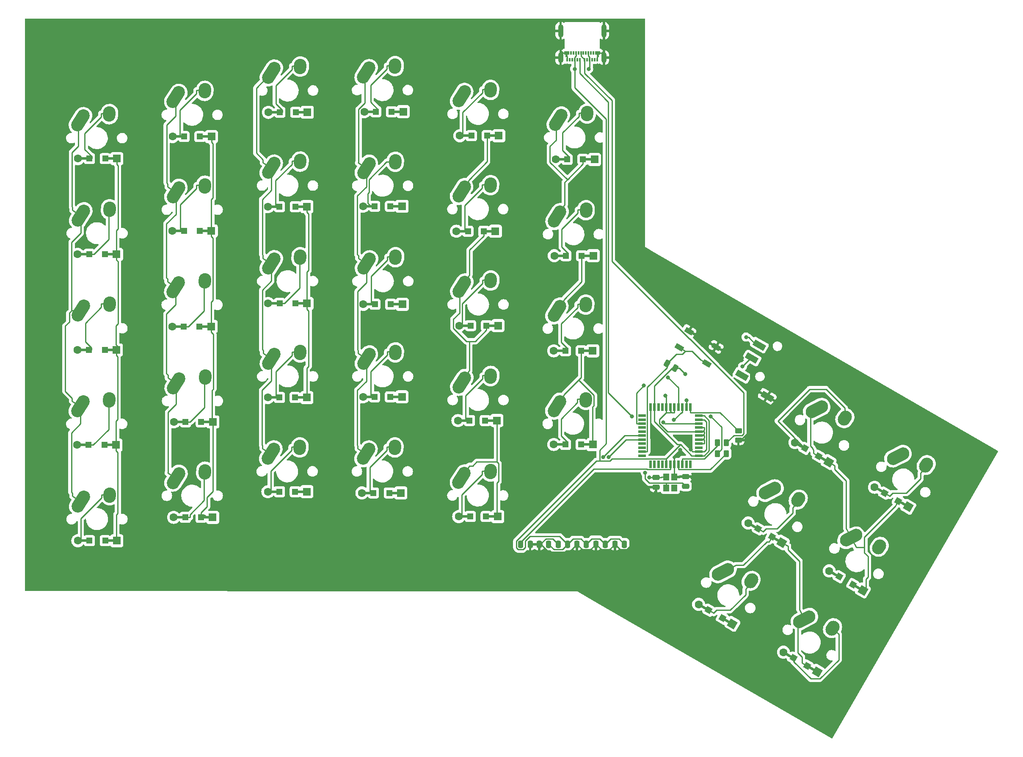
<source format=gbl>
%TF.GenerationSoftware,KiCad,Pcbnew,7.0.1*%
%TF.CreationDate,2023-09-23T01:26:55+08:00*%
%TF.ProjectId,split70kb,73706c69-7437-4306-9b62-2e6b69636164,rev?*%
%TF.SameCoordinates,Original*%
%TF.FileFunction,Copper,L2,Bot*%
%TF.FilePolarity,Positive*%
%FSLAX46Y46*%
G04 Gerber Fmt 4.6, Leading zero omitted, Abs format (unit mm)*
G04 Created by KiCad (PCBNEW 7.0.1) date 2023-09-23 01:26:55*
%MOMM*%
%LPD*%
G01*
G04 APERTURE LIST*
G04 Aperture macros list*
%AMRoundRect*
0 Rectangle with rounded corners*
0 $1 Rounding radius*
0 $2 $3 $4 $5 $6 $7 $8 $9 X,Y pos of 4 corners*
0 Add a 4 corners polygon primitive as box body*
4,1,4,$2,$3,$4,$5,$6,$7,$8,$9,$2,$3,0*
0 Add four circle primitives for the rounded corners*
1,1,$1+$1,$2,$3*
1,1,$1+$1,$4,$5*
1,1,$1+$1,$6,$7*
1,1,$1+$1,$8,$9*
0 Add four rect primitives between the rounded corners*
20,1,$1+$1,$2,$3,$4,$5,0*
20,1,$1+$1,$4,$5,$6,$7,0*
20,1,$1+$1,$6,$7,$8,$9,0*
20,1,$1+$1,$8,$9,$2,$3,0*%
%AMHorizOval*
0 Thick line with rounded ends*
0 $1 width*
0 $2 $3 position (X,Y) of the first rounded end (center of the circle)*
0 $4 $5 position (X,Y) of the second rounded end (center of the circle)*
0 Add line between two ends*
20,1,$1,$2,$3,$4,$5,0*
0 Add two circle primitives to create the rounded ends*
1,1,$1,$2,$3*
1,1,$1,$4,$5*%
%AMRotRect*
0 Rectangle, with rotation*
0 The origin of the aperture is its center*
0 $1 length*
0 $2 width*
0 $3 Rotation angle, in degrees counterclockwise*
0 Add horizontal line*
21,1,$1,$2,0,0,$3*%
G04 Aperture macros list end*
%TA.AperFunction,ComponentPad*%
%ADD10HorizOval,2.500000X-0.604462X-0.948815X0.604462X0.948815X0*%
%TD*%
%TA.AperFunction,ComponentPad*%
%ADD11HorizOval,2.500000X-0.019724X-0.289328X0.019724X0.289328X0*%
%TD*%
%TA.AperFunction,ComponentPad*%
%ADD12HorizOval,2.500000X-0.997887X-0.519467X0.997887X0.519467X0*%
%TD*%
%TA.AperFunction,ComponentPad*%
%ADD13HorizOval,2.500000X-0.161746X-0.240704X0.161746X0.240704X0*%
%TD*%
%TA.AperFunction,SMDPad,CuDef*%
%ADD14R,1.200000X1.400000*%
%TD*%
%TA.AperFunction,ComponentPad*%
%ADD15R,1.600000X1.600000*%
%TD*%
%TA.AperFunction,SMDPad,CuDef*%
%ADD16R,2.500000X0.500000*%
%TD*%
%TA.AperFunction,SMDPad,CuDef*%
%ADD17R,1.200000X1.200000*%
%TD*%
%TA.AperFunction,ComponentPad*%
%ADD18C,1.600000*%
%TD*%
%TA.AperFunction,SMDPad,CuDef*%
%ADD19RotRect,1.200000X2.500000X240.000000*%
%TD*%
%TA.AperFunction,SMDPad,CuDef*%
%ADD20RoundRect,0.250000X0.250000X0.475000X-0.250000X0.475000X-0.250000X-0.475000X0.250000X-0.475000X0*%
%TD*%
%TA.AperFunction,SMDPad,CuDef*%
%ADD21RoundRect,0.250000X-0.475000X0.250000X-0.475000X-0.250000X0.475000X-0.250000X0.475000X0.250000X0*%
%TD*%
%TA.AperFunction,SMDPad,CuDef*%
%ADD22R,0.300000X0.700000*%
%TD*%
%TA.AperFunction,SMDPad,CuDef*%
%ADD23R,1.000000X0.700000*%
%TD*%
%TA.AperFunction,ComponentPad*%
%ADD24O,1.100000X2.600000*%
%TD*%
%TA.AperFunction,ComponentPad*%
%ADD25O,1.100000X2.100000*%
%TD*%
%TA.AperFunction,ComponentPad*%
%ADD26RotRect,1.600000X1.600000X150.000000*%
%TD*%
%TA.AperFunction,SMDPad,CuDef*%
%ADD27RotRect,2.500000X0.500000X150.000000*%
%TD*%
%TA.AperFunction,SMDPad,CuDef*%
%ADD28RotRect,1.200000X1.200000X150.000000*%
%TD*%
%TA.AperFunction,SMDPad,CuDef*%
%ADD29RoundRect,0.250000X0.450000X-0.262500X0.450000X0.262500X-0.450000X0.262500X-0.450000X-0.262500X0*%
%TD*%
%TA.AperFunction,SMDPad,CuDef*%
%ADD30RoundRect,0.250000X0.452332X0.258461X-0.002332X0.520961X-0.452332X-0.258461X0.002332X-0.520961X0*%
%TD*%
%TA.AperFunction,SMDPad,CuDef*%
%ADD31R,0.550000X1.500000*%
%TD*%
%TA.AperFunction,SMDPad,CuDef*%
%ADD32R,1.500000X0.550000*%
%TD*%
%TA.AperFunction,SMDPad,CuDef*%
%ADD33RoundRect,0.250000X0.262500X0.450000X-0.262500X0.450000X-0.262500X-0.450000X0.262500X-0.450000X0*%
%TD*%
%TA.AperFunction,SMDPad,CuDef*%
%ADD34RoundRect,0.250000X0.475000X-0.250000X0.475000X0.250000X-0.475000X0.250000X-0.475000X-0.250000X0*%
%TD*%
%TA.AperFunction,SMDPad,CuDef*%
%ADD35RotRect,1.700000X1.000000X150.000000*%
%TD*%
%TA.AperFunction,ViaPad*%
%ADD36C,0.800000*%
%TD*%
%TA.AperFunction,Conductor*%
%ADD37C,0.250000*%
%TD*%
G04 APERTURE END LIST*
D10*
%TO.P,K26,1*%
%TO.N,col5*%
X123745000Y-37374000D03*
D11*
%TO.P,K26,2*%
%TO.N,Net-(D26-A)*%
X129520000Y-36104000D03*
%TD*%
D10*
%TO.P,K10,1*%
%TO.N,col2*%
X47265000Y-108972400D03*
D11*
%TO.P,K10,2*%
%TO.N,Net-(D10-A)*%
X53040000Y-107702400D03*
%TD*%
D10*
%TO.P,K12,1*%
%TO.N,col3*%
X66314200Y-46976000D03*
D11*
%TO.P,K12,2*%
%TO.N,Net-(D12-A)*%
X72089200Y-45706000D03*
%TD*%
D10*
%TO.P,K6,1*%
%TO.N,col2*%
X47238500Y-32841100D03*
D11*
%TO.P,K6,2*%
%TO.N,Net-(D6-A)*%
X53013500Y-31571100D03*
%TD*%
D10*
%TO.P,K22,1*%
%TO.N,col5*%
X104391700Y-51693300D03*
D11*
%TO.P,K22,2*%
%TO.N,Net-(D22-A)*%
X110166700Y-50423300D03*
%TD*%
D10*
%TO.P,K1,1*%
%TO.N,col1*%
X28167300Y-37493900D03*
D11*
%TO.P,K1,2*%
%TO.N,Net-(D1-A)*%
X33942300Y-36223900D03*
%TD*%
D10*
%TO.P,K9,1*%
%TO.N,col2*%
X47311700Y-90018200D03*
D11*
%TO.P,K9,2*%
%TO.N,Net-(D9-A)*%
X53086700Y-88748200D03*
%TD*%
D12*
%TO.P,K32,1*%
%TO.N,col5*%
X175429387Y-95207991D03*
D13*
%TO.P,K32,2*%
%TO.N,Net-(D32-A)*%
X181065684Y-96995638D03*
%TD*%
D10*
%TO.P,K14,1*%
%TO.N,col3*%
X66356000Y-85120100D03*
D11*
%TO.P,K14,2*%
%TO.N,Net-(D14-A)*%
X72131000Y-83850100D03*
%TD*%
D12*
%TO.P,K34,1*%
%TO.N,col5*%
X182314387Y-120896991D03*
D13*
%TO.P,K34,2*%
%TO.N,Net-(D34-A)*%
X187950684Y-122684638D03*
%TD*%
D10*
%TO.P,K8,1*%
%TO.N,col2*%
X47228000Y-70803000D03*
D11*
%TO.P,K8,2*%
%TO.N,Net-(D8-A)*%
X53003000Y-69533000D03*
%TD*%
D10*
%TO.P,K18,1*%
%TO.N,col4*%
X85395000Y-66105000D03*
D11*
%TO.P,K18,2*%
%TO.N,Net-(D18-A)*%
X91170000Y-64835000D03*
%TD*%
D10*
%TO.P,K15,1*%
%TO.N,col3*%
X66245000Y-104105000D03*
D11*
%TO.P,K15,2*%
%TO.N,Net-(D15-A)*%
X72020000Y-102835000D03*
%TD*%
D10*
%TO.P,K2,1*%
%TO.N,col1*%
X28218300Y-56504900D03*
D11*
%TO.P,K2,2*%
%TO.N,Net-(D2-A)*%
X33993300Y-55234900D03*
%TD*%
D10*
%TO.P,K23,1*%
%TO.N,col5*%
X104445000Y-70755000D03*
D11*
%TO.P,K23,2*%
%TO.N,Net-(D23-A)*%
X110220000Y-69485000D03*
%TD*%
D10*
%TO.P,K17,1*%
%TO.N,col4*%
X85345000Y-47005000D03*
D11*
%TO.P,K17,2*%
%TO.N,Net-(D17-A)*%
X91120000Y-45735000D03*
%TD*%
D10*
%TO.P,K5,1*%
%TO.N,col1*%
X28217200Y-113643900D03*
D11*
%TO.P,K5,2*%
%TO.N,Net-(D5-A)*%
X33992200Y-112373900D03*
%TD*%
D10*
%TO.P,K4,1*%
%TO.N,col1*%
X28150400Y-94619500D03*
D11*
%TO.P,K4,2*%
%TO.N,Net-(D4-A)*%
X33925400Y-93349500D03*
%TD*%
D10*
%TO.P,K13,1*%
%TO.N,col3*%
X66333800Y-66084900D03*
D11*
%TO.P,K13,2*%
%TO.N,Net-(D13-A)*%
X72108800Y-64814900D03*
%TD*%
D12*
%TO.P,K30,1*%
%TO.N,col5*%
X156683687Y-127706191D03*
D13*
%TO.P,K30,2*%
%TO.N,Net-(D30-A)*%
X162319984Y-129493838D03*
%TD*%
D10*
%TO.P,K29,1*%
%TO.N,col5*%
X123445000Y-94586700D03*
D11*
%TO.P,K29,2*%
%TO.N,Net-(D29-A)*%
X129220000Y-93316700D03*
%TD*%
D10*
%TO.P,K16,1*%
%TO.N,col4*%
X85320000Y-27905000D03*
D11*
%TO.P,K16,2*%
%TO.N,Net-(D16-A)*%
X91095000Y-26635000D03*
%TD*%
D12*
%TO.P,K33,1*%
%TO.N,col5*%
X191688987Y-104575491D03*
D13*
%TO.P,K33,2*%
%TO.N,Net-(D33-A)*%
X197325284Y-106363138D03*
%TD*%
D10*
%TO.P,K21,1*%
%TO.N,col5*%
X104409600Y-32660400D03*
D11*
%TO.P,K21,2*%
%TO.N,Net-(D21-A)*%
X110184600Y-31390400D03*
%TD*%
D12*
%TO.P,K31,1*%
%TO.N,col5*%
X166105787Y-111478391D03*
D13*
%TO.P,K31,2*%
%TO.N,Net-(D31-A)*%
X171742084Y-113266038D03*
%TD*%
D10*
%TO.P,K25,1*%
%TO.N,col5*%
X104386700Y-108927500D03*
D11*
%TO.P,K25,2*%
%TO.N,Net-(D25-A)*%
X110161700Y-107657500D03*
%TD*%
D10*
%TO.P,K3,1*%
%TO.N,col1*%
X28195000Y-75505000D03*
D11*
%TO.P,K3,2*%
%TO.N,Net-(D3-A)*%
X33970000Y-74235000D03*
%TD*%
D10*
%TO.P,K24,1*%
%TO.N,col5*%
X104438000Y-89838000D03*
D11*
%TO.P,K24,2*%
%TO.N,Net-(D24-A)*%
X110213000Y-88568000D03*
%TD*%
D10*
%TO.P,K19,1*%
%TO.N,col4*%
X85352000Y-85106800D03*
D11*
%TO.P,K19,2*%
%TO.N,Net-(D19-A)*%
X91127000Y-83836800D03*
%TD*%
D10*
%TO.P,K27,1*%
%TO.N,col5*%
X123510200Y-56700100D03*
D11*
%TO.P,K27,2*%
%TO.N,Net-(D27-A)*%
X129285200Y-55430100D03*
%TD*%
D12*
%TO.P,K35,1*%
%TO.N,col5*%
X172966487Y-137156991D03*
D13*
%TO.P,K35,2*%
%TO.N,Net-(D35-A)*%
X178602784Y-138944638D03*
%TD*%
D10*
%TO.P,K20,1*%
%TO.N,col4*%
X85274200Y-104118500D03*
D11*
%TO.P,K20,2*%
%TO.N,Net-(D20-A)*%
X91049200Y-102848500D03*
%TD*%
D10*
%TO.P,K7,1*%
%TO.N,col2*%
X47250000Y-51810800D03*
D11*
%TO.P,K7,2*%
%TO.N,Net-(D7-A)*%
X53025000Y-50540800D03*
%TD*%
D10*
%TO.P,K11,1*%
%TO.N,col3*%
X66347800Y-27986700D03*
D11*
%TO.P,K11,2*%
%TO.N,Net-(D11-A)*%
X72122800Y-26716700D03*
%TD*%
D10*
%TO.P,K28,1*%
%TO.N,col5*%
X123458400Y-75555000D03*
D11*
%TO.P,K28,2*%
%TO.N,Net-(D28-A)*%
X129233400Y-74285000D03*
%TD*%
D14*
%TO.P,X1,1,1*%
%TO.N,Net-(U1-XTAL1)*%
X145362000Y-110921500D03*
%TO.P,X1,2,2*%
%TO.N,Net-(U1-XTAL2)*%
X145362000Y-108721500D03*
%TO.P,X1,3*%
%TO.N,GND*%
X146962000Y-108721500D03*
%TO.P,X1,4*%
%TO.N,N/C*%
X146962000Y-110921500D03*
%TD*%
D15*
%TO.P,D10,1,K*%
%TO.N,col5*%
X54594000Y-116810400D03*
D16*
X53394000Y-116810400D03*
D17*
X52269000Y-116810400D03*
%TO.P,D10,2,A*%
%TO.N,Net-(D10-A)*%
X49119000Y-116810400D03*
D16*
X47994000Y-116810400D03*
D18*
X46794000Y-116810400D03*
%TD*%
D15*
%TO.P,D17,1,K*%
%TO.N,col5*%
X92487900Y-54636300D03*
D16*
X91287900Y-54636300D03*
D17*
X90162900Y-54636300D03*
%TO.P,D17,2,A*%
%TO.N,Net-(D17-A)*%
X87012900Y-54636300D03*
D16*
X85887900Y-54636300D03*
D18*
X84687900Y-54636300D03*
%TD*%
D15*
%TO.P,D19,1,K*%
%TO.N,col5*%
X92480200Y-92730600D03*
D16*
X91280200Y-92730600D03*
D17*
X90155200Y-92730600D03*
%TO.P,D19,2,A*%
%TO.N,Net-(D19-A)*%
X87005200Y-92730600D03*
D16*
X85880200Y-92730600D03*
D18*
X84680200Y-92730600D03*
%TD*%
D19*
%TO.P,J2,R1*%
%TO.N,pd2*%
X162469917Y-84973246D03*
%TO.P,J2,R2*%
%TO.N,VCC*%
X163969917Y-82375169D03*
%TO.P,J2,S*%
%TO.N,GND*%
X165549083Y-92639975D03*
%TO.P,J2,T*%
%TO.N,unconnected-(J2-PadT)*%
X160469917Y-88437347D03*
%TD*%
D20*
%TO.P,C3,1*%
%TO.N,VCC*%
X136972000Y-122174000D03*
%TO.P,C3,2*%
%TO.N,GND*%
X135072000Y-122174000D03*
%TD*%
D15*
%TO.P,D4,1,K*%
%TO.N,col5*%
X35271800Y-102339900D03*
D16*
X34071800Y-102339900D03*
D17*
X32946800Y-102339900D03*
%TO.P,D4,2,A*%
%TO.N,Net-(D4-A)*%
X29796800Y-102339900D03*
D16*
X28671800Y-102339900D03*
D18*
X27471800Y-102339900D03*
%TD*%
D15*
%TO.P,D29,1,K*%
%TO.N,col5*%
X130639100Y-102249500D03*
D16*
X129439100Y-102249500D03*
D17*
X128314100Y-102249500D03*
%TO.P,D29,2,A*%
%TO.N,Net-(D29-A)*%
X125164100Y-102249500D03*
D16*
X124039100Y-102249500D03*
D18*
X122839100Y-102249500D03*
%TD*%
D21*
%TO.P,C2,1*%
%TO.N,Net-(U1-XTAL2)*%
X143288300Y-108871500D03*
%TO.P,C2,2*%
%TO.N,GND*%
X143288300Y-110771500D03*
%TD*%
D15*
%TO.P,D28,1,K*%
%TO.N,col5*%
X130632200Y-83531700D03*
D16*
X129432200Y-83531700D03*
D17*
X128307200Y-83531700D03*
%TO.P,D28,2,A*%
%TO.N,Net-(D28-A)*%
X125157200Y-83531700D03*
D16*
X124032200Y-83531700D03*
D18*
X122832200Y-83531700D03*
%TD*%
D15*
%TO.P,D2,1,K*%
%TO.N,col5*%
X35378700Y-64244100D03*
D16*
X34178700Y-64244100D03*
D17*
X33053700Y-64244100D03*
%TO.P,D2,2,A*%
%TO.N,Net-(D2-A)*%
X29903700Y-64244100D03*
D16*
X28778700Y-64244100D03*
D18*
X27578700Y-64244100D03*
%TD*%
D22*
%TO.P,J1,A1,GND*%
%TO.N,GND*%
X125524000Y-25328000D03*
%TO.P,J1,A2*%
%TO.N,N/C*%
X126024000Y-25328000D03*
%TO.P,J1,A3*%
X126524000Y-25328000D03*
%TO.P,J1,A4,VBUS*%
%TO.N,VCC*%
X127024000Y-25328000D03*
%TO.P,J1,A5,CC1*%
%TO.N,unconnected-(J1-CC1-PadA5)*%
X127524000Y-25328000D03*
%TO.P,J1,A6,D+*%
%TO.N,Net-(J1-D+-PadA6)*%
X128024000Y-25328000D03*
%TO.P,J1,A7,D-*%
%TO.N,Net-(J1-D--PadA7)*%
X129024000Y-25328000D03*
%TO.P,J1,A8,SBU1*%
%TO.N,unconnected-(J1-SBU1-PadA8)*%
X129524000Y-25328000D03*
%TO.P,J1,A9,VBUS*%
%TO.N,VCC*%
X130024000Y-25328000D03*
%TO.P,J1,A10*%
%TO.N,N/C*%
X130524000Y-25328000D03*
%TO.P,J1,A11*%
X131024000Y-25328000D03*
%TO.P,J1,A12,GND*%
%TO.N,GND*%
X131524000Y-25328000D03*
D23*
%TO.P,J1,B1,GND*%
X131624000Y-24028000D03*
D22*
%TO.P,J1,B2*%
%TO.N,N/C*%
X130774000Y-24028000D03*
%TO.P,J1,B3*%
X130274000Y-24028000D03*
%TO.P,J1,B4,VBUS*%
%TO.N,VCC*%
X129774000Y-24028000D03*
%TO.P,J1,B5,CC2*%
%TO.N,unconnected-(J1-CC2-PadB5)*%
X129274000Y-24028000D03*
%TO.P,J1,B6,D+*%
%TO.N,Net-(J1-D+-PadA6)*%
X128774000Y-24028000D03*
%TO.P,J1,B7,D-*%
%TO.N,Net-(J1-D--PadA7)*%
X128274000Y-24028000D03*
%TO.P,J1,B8,SBU2*%
%TO.N,unconnected-(J1-SBU2-PadB8)*%
X127774000Y-24028000D03*
%TO.P,J1,B9,VBUS*%
%TO.N,VCC*%
X127274000Y-24028000D03*
%TO.P,J1,B10*%
%TO.N,N/C*%
X126774000Y-24028000D03*
%TO.P,J1,B11*%
X126274000Y-24028000D03*
D23*
%TO.P,J1,B12,GND*%
%TO.N,GND*%
X125424000Y-24028000D03*
D24*
%TO.P,J1,S1,SHIELD*%
X124204000Y-19558000D03*
D25*
X124204000Y-24918000D03*
D24*
X132844000Y-19558000D03*
D25*
X132844000Y-24918000D03*
%TD*%
D20*
%TO.P,C6,1*%
%TO.N,VCC*%
X125608000Y-122174000D03*
%TO.P,C6,2*%
%TO.N,GND*%
X123708000Y-122174000D03*
%TD*%
D26*
%TO.P,D35,1,K*%
%TO.N,col5*%
X175537199Y-147666000D03*
D27*
X174497969Y-147066000D03*
D28*
X173523690Y-146503500D03*
%TO.P,D35,2,A*%
%TO.N,Net-(D35-A)*%
X170795710Y-144928500D03*
D27*
X169821431Y-144366000D03*
D18*
X168782201Y-143766000D03*
%TD*%
D29*
%TO.P,R2,1*%
%TO.N,GND*%
X159766000Y-101346000D03*
%TO.P,R2,2*%
%TO.N,Net-(U1-~{HWB{slash}PE2})*%
X159766000Y-99521000D03*
%TD*%
D30*
%TO.P,R1,1*%
%TO.N,VCC*%
X147066048Y-86988650D03*
%TO.P,R1,2*%
%TO.N,Net-(U1-~{RESET})*%
X145485552Y-86076150D03*
%TD*%
D20*
%TO.P,C7,1*%
%TO.N,VCC*%
X121798000Y-122174000D03*
%TO.P,C7,2*%
%TO.N,GND*%
X119898000Y-122174000D03*
%TD*%
D15*
%TO.P,D6,1,K*%
%TO.N,col5*%
X54364500Y-40716700D03*
D16*
X53164500Y-40716700D03*
D17*
X52039500Y-40716700D03*
%TO.P,D6,2,A*%
%TO.N,Net-(D6-A)*%
X48889500Y-40716700D03*
D16*
X47764500Y-40716700D03*
D18*
X46564500Y-40716700D03*
%TD*%
D20*
%TO.P,C5,1*%
%TO.N,VCC*%
X129352000Y-122174000D03*
%TO.P,C5,2*%
%TO.N,GND*%
X127452000Y-122174000D03*
%TD*%
D15*
%TO.P,D22,1,K*%
%TO.N,col5*%
X111154300Y-59626300D03*
D16*
X109954300Y-59626300D03*
D17*
X108829300Y-59626300D03*
%TO.P,D22,2,A*%
%TO.N,Net-(D22-A)*%
X105679300Y-59626300D03*
D16*
X104554300Y-59626300D03*
D18*
X103354300Y-59626300D03*
%TD*%
D15*
%TO.P,D1,1,K*%
%TO.N,col5*%
X35429700Y-45115500D03*
D16*
X34229700Y-45115500D03*
D17*
X33104700Y-45115500D03*
%TO.P,D1,2,A*%
%TO.N,Net-(D1-A)*%
X29954700Y-45115500D03*
D16*
X28829700Y-45115500D03*
D18*
X27629700Y-45115500D03*
%TD*%
D15*
%TO.P,D9,1,K*%
%TO.N,col5*%
X54640700Y-97738600D03*
D16*
X53440700Y-97738600D03*
D17*
X52315700Y-97738600D03*
%TO.P,D9,2,A*%
%TO.N,Net-(D9-A)*%
X49165700Y-97738600D03*
D16*
X48040700Y-97738600D03*
D18*
X46840700Y-97738600D03*
%TD*%
D15*
%TO.P,D13,1,K*%
%TO.N,col5*%
X73473200Y-74056900D03*
D16*
X72273200Y-74056900D03*
D17*
X71148200Y-74056900D03*
%TO.P,D13,2,A*%
%TO.N,Net-(D13-A)*%
X67998200Y-74056900D03*
D16*
X66873200Y-74056900D03*
D18*
X65673200Y-74056900D03*
%TD*%
D31*
%TO.P,U1,1,PE6/AIN0*%
%TO.N,unconnected-(U1-PE6{slash}AIN0-Pad1)*%
X150162000Y-106182000D03*
%TO.P,U1,2,UVcc*%
%TO.N,unconnected-(U1-UVcc-Pad2)*%
X149362000Y-106182000D03*
%TO.P,U1,3,D-*%
%TO.N,Net-(U1-D-)*%
X148562000Y-106182000D03*
%TO.P,U1,4,D+*%
%TO.N,Net-(U1-D+)*%
X147762000Y-106182000D03*
%TO.P,U1,5,UGnd*%
%TO.N,GND*%
X146962000Y-106182000D03*
%TO.P,U1,6,UCap*%
%TO.N,Net-(U1-UCap)*%
X146162000Y-106182000D03*
%TO.P,U1,7,VBus*%
%TO.N,VCC*%
X145362000Y-106182000D03*
%TO.P,U1,8,PB0/SS*%
%TO.N,unconnected-(U1-PB0{slash}SS-Pad8)*%
X144562000Y-106182000D03*
%TO.P,U1,9,PB1/SCK*%
%TO.N,unconnected-(U1-PB1{slash}SCK-Pad9)*%
X143762000Y-106182000D03*
%TO.P,U1,10,PB2/MOSI*%
%TO.N,unconnected-(U1-PB2{slash}MOSI-Pad10)*%
X142962000Y-106182000D03*
%TO.P,U1,11,PB3/MISO*%
%TO.N,unconnected-(U1-PB3{slash}MISO-Pad11)*%
X142162000Y-106182000D03*
D32*
%TO.P,U1,12,PB7/~{RTS}*%
%TO.N,unconnected-(U1-PB7{slash}~{RTS}-Pad12)*%
X140462000Y-104482000D03*
%TO.P,U1,13,~{RESET}*%
%TO.N,Net-(U1-~{RESET})*%
X140462000Y-103682000D03*
%TO.P,U1,14,VCC*%
%TO.N,unconnected-(U1-VCC-Pad14)*%
X140462000Y-102882000D03*
%TO.P,U1,15,GND*%
%TO.N,unconnected-(U1-GND-Pad15)*%
X140462000Y-102082000D03*
%TO.P,U1,16,XTAL1*%
%TO.N,Net-(U1-XTAL1)*%
X140462000Y-101282000D03*
%TO.P,U1,17,XTAL2*%
%TO.N,Net-(U1-XTAL2)*%
X140462000Y-100482000D03*
%TO.P,U1,18,PD0/INT0*%
%TO.N,unconnected-(U1-PD0{slash}INT0-Pad18)*%
X140462000Y-99682000D03*
%TO.P,U1,19,PD1/INT1*%
%TO.N,unconnected-(U1-PD1{slash}INT1-Pad19)*%
X140462000Y-98882000D03*
%TO.P,U1,20,PD2/RXD1*%
%TO.N,pd2*%
X140462000Y-98082000D03*
%TO.P,U1,21,PD3/TXD1*%
%TO.N,unconnected-(U1-PD3{slash}TXD1-Pad21)*%
X140462000Y-97282000D03*
%TO.P,U1,22,PD5/XCK1*%
%TO.N,unconnected-(U1-PD5{slash}XCK1-Pad22)*%
X140462000Y-96482000D03*
D31*
%TO.P,U1,23,GND*%
%TO.N,GND*%
X142162000Y-94782000D03*
%TO.P,U1,24,AVCC*%
%TO.N,VCC*%
X142962000Y-94782000D03*
%TO.P,U1,25,ICP1/PD4*%
%TO.N,unconnected-(U1-ICP1{slash}PD4-Pad25)*%
X143762000Y-94782000D03*
%TO.P,U1,26,T1/PD6*%
%TO.N,unconnected-(U1-T1{slash}PD6-Pad26)*%
X144562000Y-94782000D03*
%TO.P,U1,27,T0/PD7*%
%TO.N,col5*%
X145362000Y-94782000D03*
%TO.P,U1,28,PB4*%
X146162000Y-94782000D03*
%TO.P,U1,29,PB5*%
X146962000Y-94782000D03*
%TO.P,U1,30,PB6*%
%TO.N,col4*%
X147762000Y-94782000D03*
%TO.P,U1,31,PC6*%
%TO.N,col3*%
X148562000Y-94782000D03*
%TO.P,U1,32,PC7*%
%TO.N,col2*%
X149362000Y-94782000D03*
%TO.P,U1,33,~{HWB/PE2}*%
%TO.N,Net-(U1-~{HWB{slash}PE2})*%
X150162000Y-94782000D03*
D32*
%TO.P,U1,34,VCC*%
%TO.N,VCC*%
X151862000Y-96482000D03*
%TO.P,U1,35,GND*%
%TO.N,GND*%
X151862000Y-97282000D03*
%TO.P,U1,36,PF7*%
%TO.N,col1*%
X151862000Y-98082000D03*
%TO.P,U1,37,PF6*%
%TO.N,col5*%
X151862000Y-98882000D03*
%TO.P,U1,38,PF5*%
X151862000Y-99682000D03*
%TO.P,U1,39,PF4*%
X151862000Y-100482000D03*
%TO.P,U1,40,PF1*%
X151862000Y-101282000D03*
%TO.P,U1,41,PF0*%
X151862000Y-102082000D03*
%TO.P,U1,42,AREF*%
%TO.N,unconnected-(U1-AREF-Pad42)*%
X151862000Y-102882000D03*
%TO.P,U1,43,GND*%
%TO.N,GND*%
X151862000Y-103682000D03*
%TO.P,U1,44,AVCC*%
%TO.N,VCC*%
X151862000Y-104482000D03*
%TD*%
D26*
%TO.P,D31,1,K*%
%TO.N,col5*%
X168477499Y-121838000D03*
D27*
X167438269Y-121238000D03*
D28*
X166463990Y-120675500D03*
%TO.P,D31,2,A*%
%TO.N,Net-(D31-A)*%
X163736010Y-119100500D03*
D27*
X162761731Y-118538000D03*
D18*
X161722501Y-117938000D03*
%TD*%
D15*
%TO.P,D18,1,K*%
%TO.N,col5*%
X92543500Y-74235700D03*
D16*
X91343500Y-74235700D03*
D17*
X90218500Y-74235700D03*
%TO.P,D18,2,A*%
%TO.N,Net-(D18-A)*%
X87068500Y-74235700D03*
D16*
X85943500Y-74235700D03*
D18*
X84743500Y-74235700D03*
%TD*%
D33*
%TO.P,R3,1*%
%TO.N,Net-(U1-D+)*%
X157365000Y-104056100D03*
%TO.P,R3,2*%
%TO.N,Net-(J1-D+-PadA6)*%
X155540000Y-104056100D03*
%TD*%
D15*
%TO.P,D20,1,K*%
%TO.N,col5*%
X92250000Y-111925000D03*
D16*
X91050000Y-111925000D03*
D17*
X89925000Y-111925000D03*
%TO.P,D20,2,A*%
%TO.N,Net-(D20-A)*%
X86775000Y-111925000D03*
D16*
X85650000Y-111925000D03*
D18*
X84450000Y-111925000D03*
%TD*%
D15*
%TO.P,D8,1,K*%
%TO.N,col5*%
X54303000Y-78659800D03*
D16*
X53103000Y-78659800D03*
D17*
X51978000Y-78659800D03*
%TO.P,D8,2,A*%
%TO.N,Net-(D8-A)*%
X48828000Y-78659800D03*
D16*
X47703000Y-78659800D03*
D18*
X46503000Y-78659800D03*
%TD*%
D15*
%TO.P,D21,1,K*%
%TO.N,col5*%
X111837400Y-40536000D03*
D16*
X110637400Y-40536000D03*
D17*
X109512400Y-40536000D03*
%TO.P,D21,2,A*%
%TO.N,Net-(D21-A)*%
X106362400Y-40536000D03*
D16*
X105237400Y-40536000D03*
D18*
X104037400Y-40536000D03*
%TD*%
D20*
%TO.P,C8,1*%
%TO.N,GND*%
X118110000Y-122174000D03*
%TO.P,C8,2*%
%TO.N,Net-(U1-UCap)*%
X116210000Y-122174000D03*
%TD*%
D34*
%TO.P,C1,1*%
%TO.N,Net-(U1-XTAL1)*%
X149215300Y-110591900D03*
%TO.P,C1,2*%
%TO.N,GND*%
X149215300Y-108691900D03*
%TD*%
D15*
%TO.P,D5,1,K*%
%TO.N,col5*%
X35428600Y-121481900D03*
D16*
X34228600Y-121481900D03*
D17*
X33103600Y-121481900D03*
%TO.P,D5,2,A*%
%TO.N,Net-(D5-A)*%
X29953600Y-121481900D03*
D16*
X28828600Y-121481900D03*
D18*
X27628600Y-121481900D03*
%TD*%
D35*
%TO.P,SW1,1,1*%
%TO.N,GND*%
X155315980Y-82733552D03*
X149860020Y-79583552D03*
%TO.P,SW1,2,2*%
%TO.N,Net-(U1-~{RESET})*%
X153415980Y-86024448D03*
X147960020Y-82874448D03*
%TD*%
D15*
%TO.P,D11,1,K*%
%TO.N,col5*%
X73540400Y-35862300D03*
D16*
X72340400Y-35862300D03*
D17*
X71215400Y-35862300D03*
%TO.P,D11,2,A*%
%TO.N,Net-(D11-A)*%
X68065400Y-35862300D03*
D16*
X66940400Y-35862300D03*
D18*
X65740400Y-35862300D03*
%TD*%
D15*
%TO.P,D27,1,K*%
%TO.N,col5*%
X130740000Y-64516000D03*
D16*
X129540000Y-64516000D03*
D17*
X128415000Y-64516000D03*
%TO.P,D27,2,A*%
%TO.N,Net-(D27-A)*%
X125265000Y-64516000D03*
D16*
X124140000Y-64516000D03*
D18*
X122940000Y-64516000D03*
%TD*%
D15*
%TO.P,D14,1,K*%
%TO.N,col5*%
X73434400Y-92865000D03*
D16*
X72234400Y-92865000D03*
D17*
X71109400Y-92865000D03*
%TO.P,D14,2,A*%
%TO.N,Net-(D14-A)*%
X67959400Y-92865000D03*
D16*
X66834400Y-92865000D03*
D18*
X65634400Y-92865000D03*
%TD*%
D26*
%TO.P,D33,1,K*%
%TO.N,col5*%
X193761499Y-114700500D03*
D27*
X192722269Y-114100500D03*
D28*
X191747990Y-113538000D03*
%TO.P,D33,2,A*%
%TO.N,Net-(D33-A)*%
X189020010Y-111963000D03*
D27*
X188045731Y-111400500D03*
D18*
X187006501Y-110800500D03*
%TD*%
D15*
%TO.P,D26,1,K*%
%TO.N,col5*%
X131002200Y-45269900D03*
D16*
X129802200Y-45269900D03*
D17*
X128677200Y-45269900D03*
%TO.P,D26,2,A*%
%TO.N,Net-(D26-A)*%
X125527200Y-45269900D03*
D16*
X124402200Y-45269900D03*
D18*
X123202200Y-45269900D03*
%TD*%
D15*
%TO.P,D16,1,K*%
%TO.N,col5*%
X92722500Y-35740200D03*
D16*
X91522500Y-35740200D03*
D17*
X90397500Y-35740200D03*
%TO.P,D16,2,A*%
%TO.N,Net-(D16-A)*%
X87247500Y-35740200D03*
D16*
X86122500Y-35740200D03*
D18*
X84922500Y-35740200D03*
%TD*%
D15*
%TO.P,D24,1,K*%
%TO.N,col5*%
X111454700Y-97465500D03*
D16*
X110254700Y-97465500D03*
D17*
X109129700Y-97465500D03*
%TO.P,D24,2,A*%
%TO.N,Net-(D24-A)*%
X105979700Y-97465500D03*
D16*
X104854700Y-97465500D03*
D18*
X103654700Y-97465500D03*
%TD*%
D26*
%TO.P,D30,1,K*%
%TO.N,col5*%
X158571499Y-138094000D03*
D27*
X157532269Y-137494000D03*
D28*
X156557990Y-136931500D03*
%TO.P,D30,2,A*%
%TO.N,Net-(D30-A)*%
X153830010Y-135356500D03*
D27*
X152855731Y-134794000D03*
D18*
X151816501Y-134194000D03*
%TD*%
D20*
%TO.P,C4,1*%
%TO.N,VCC*%
X133162000Y-122174000D03*
%TO.P,C4,2*%
%TO.N,GND*%
X131262000Y-122174000D03*
%TD*%
D15*
%TO.P,D15,1,K*%
%TO.N,col5*%
X73437600Y-111689000D03*
D16*
X72237600Y-111689000D03*
D17*
X71112600Y-111689000D03*
%TO.P,D15,2,A*%
%TO.N,Net-(D15-A)*%
X67962600Y-111689000D03*
D16*
X66837600Y-111689000D03*
D18*
X65637600Y-111689000D03*
%TD*%
D15*
%TO.P,D25,1,K*%
%TO.N,col5*%
X111624600Y-116650800D03*
D16*
X110424600Y-116650800D03*
D17*
X109299600Y-116650800D03*
%TO.P,D25,2,A*%
%TO.N,Net-(D25-A)*%
X106149600Y-116650800D03*
D16*
X105024600Y-116650800D03*
D18*
X103824600Y-116650800D03*
%TD*%
D26*
%TO.P,D32,1,K*%
%TO.N,col5*%
X177823199Y-105756000D03*
D27*
X176783969Y-105156000D03*
D28*
X175809690Y-104593500D03*
%TO.P,D32,2,A*%
%TO.N,Net-(D32-A)*%
X173081710Y-103018500D03*
D27*
X172107431Y-102456000D03*
D18*
X171068201Y-101856000D03*
%TD*%
D26*
%TO.P,D34,1,K*%
%TO.N,col5*%
X184681199Y-131410000D03*
D27*
X183641969Y-130810000D03*
D28*
X182667690Y-130247500D03*
%TO.P,D34,2,A*%
%TO.N,Net-(D34-A)*%
X179939710Y-128672500D03*
D27*
X178965431Y-128110000D03*
D18*
X177926201Y-127510000D03*
%TD*%
D15*
%TO.P,D23,1,K*%
%TO.N,col5*%
X111690000Y-78486000D03*
D16*
X110490000Y-78486000D03*
D17*
X109365000Y-78486000D03*
%TO.P,D23,2,A*%
%TO.N,Net-(D23-A)*%
X106215000Y-78486000D03*
D16*
X105090000Y-78486000D03*
D18*
X103890000Y-78486000D03*
%TD*%
D15*
%TO.P,D7,1,K*%
%TO.N,col5*%
X54325000Y-59550000D03*
D16*
X53125000Y-59550000D03*
D17*
X52000000Y-59550000D03*
%TO.P,D7,2,A*%
%TO.N,Net-(D7-A)*%
X48850000Y-59550000D03*
D16*
X47725000Y-59550000D03*
D18*
X46525000Y-59550000D03*
%TD*%
D33*
%TO.P,R4,1*%
%TO.N,Net-(J1-D--PadA7)*%
X157376500Y-101902600D03*
%TO.P,R4,2*%
%TO.N,Net-(U1-D-)*%
X155551500Y-101902600D03*
%TD*%
D15*
%TO.P,D12,1,K*%
%TO.N,col5*%
X73455800Y-54715200D03*
D16*
X72255800Y-54715200D03*
D17*
X71130800Y-54715200D03*
%TO.P,D12,2,A*%
%TO.N,Net-(D12-A)*%
X67980800Y-54715200D03*
D16*
X66855800Y-54715200D03*
D18*
X65655800Y-54715200D03*
%TD*%
D15*
%TO.P,D3,1,K*%
%TO.N,col5*%
X35355400Y-83361800D03*
D16*
X34155400Y-83361800D03*
D17*
X33030400Y-83361800D03*
%TO.P,D3,2,A*%
%TO.N,Net-(D3-A)*%
X29880400Y-83361800D03*
D16*
X28755400Y-83361800D03*
D18*
X27555400Y-83361800D03*
%TD*%
D36*
%TO.N,VCC*%
X149098000Y-88138000D03*
X161290000Y-80772000D03*
%TO.N,col4*%
X145704000Y-88855200D03*
%TO.N,col3*%
X146860000Y-97353000D03*
%TO.N,col2*%
X149362000Y-93431100D03*
%TO.N,col1*%
X144743700Y-97786500D03*
%TO.N,pd2*%
X140843600Y-90500100D03*
X160574100Y-86670400D03*
%TO.N,Net-(J1-D+-PadA6)*%
X154227100Y-96617300D03*
X138468100Y-96617300D03*
%TO.N,col5*%
X145151600Y-92529800D03*
%TO.N,VCC*%
X129835200Y-27173400D03*
X127024000Y-27173400D03*
%TO.N,Net-(U1-XTAL2)*%
X132736600Y-104788100D03*
X141931800Y-108826400D03*
%TO.N,Net-(U1-XTAL1)*%
X133770600Y-104796400D03*
X141129300Y-107904300D03*
%TO.N,GND*%
X150552400Y-108912900D03*
X143224300Y-111877000D03*
X157821300Y-108912900D03*
X162205400Y-86732000D03*
X160460900Y-84987500D03*
X150208700Y-103274500D03*
X148150700Y-103306300D03*
X144396900Y-103306300D03*
%TD*%
D37*
%TO.N,Net-(D35-A)*%
X170795710Y-144928500D02*
X170795710Y-145621320D01*
X170795710Y-145621320D02*
X174258210Y-149083820D01*
X174258210Y-149083820D02*
X176036180Y-149083820D01*
X176036180Y-149083820D02*
X179832000Y-145288000D01*
X179832000Y-145288000D02*
X179832000Y-140173854D01*
X179832000Y-140173854D02*
X178602784Y-138944638D01*
%TO.N,Net-(D32-A)*%
X173990000Y-91186000D02*
X177292000Y-91186000D01*
X167640000Y-97536000D02*
X173990000Y-91186000D01*
X173081710Y-103018500D02*
X170912991Y-100849781D01*
X170912991Y-100808991D02*
X167640000Y-97536000D01*
X170912991Y-100849781D02*
X170912991Y-100808991D01*
X177292000Y-91186000D02*
X181065684Y-94959684D01*
X181065684Y-94959684D02*
X181065684Y-96995638D01*
%TO.N,Net-(D17-A)*%
X86248000Y-54636300D02*
X85598000Y-53986300D01*
X85598000Y-53986300D02*
X85598000Y-52139331D01*
X85598000Y-52139331D02*
X85852000Y-51885331D01*
X85852000Y-49276000D02*
X89393000Y-45735000D01*
X85852000Y-51885331D02*
X85852000Y-49276000D01*
X89393000Y-45735000D02*
X91120000Y-45735000D01*
%TO.N,VCC*%
X163969917Y-82375169D02*
X163401169Y-82375169D01*
X163401169Y-82375169D02*
X161798000Y-80772000D01*
X161798000Y-80772000D02*
X161290000Y-80772000D01*
X147066048Y-86988650D02*
X147948650Y-86988650D01*
X147948650Y-86988650D02*
X149098000Y-88138000D01*
%TO.N,Net-(U1-D-)*%
X155551500Y-102517100D02*
X155551500Y-101902600D01*
X152961900Y-105106700D02*
X155551500Y-102517100D01*
X148562000Y-105106700D02*
X152961900Y-105106700D01*
X148562000Y-106182000D02*
X148562000Y-105106700D01*
%TO.N,Net-(U1-D+)*%
X154163800Y-107257300D02*
X157365000Y-104056100D01*
X147762000Y-107257300D02*
X154163800Y-107257300D01*
X147762000Y-106182000D02*
X147762000Y-107257300D01*
%TO.N,Net-(U1-~{HWB{slash}PE2})*%
X156102300Y-95857300D02*
X150162000Y-95857300D01*
X159766000Y-99521000D02*
X156102300Y-95857300D01*
X150162000Y-94782000D02*
X150162000Y-95857300D01*
%TO.N,Net-(U1-~{RESET})*%
X149169500Y-83572600D02*
X149169400Y-83572700D01*
X150453000Y-83572600D02*
X149169500Y-83572600D01*
X152206600Y-85326200D02*
X150453000Y-83572600D01*
X153416000Y-86024400D02*
X152206600Y-85326200D01*
X140462000Y-103682000D02*
X141537300Y-103682000D01*
X148565200Y-84176900D02*
X149169400Y-83572700D01*
X147384800Y-84176900D02*
X148565200Y-84176900D01*
X145485600Y-86076100D02*
X147384800Y-84176900D01*
X147960000Y-82874400D02*
X149169400Y-83572700D01*
X145485600Y-86883900D02*
X145485600Y-86076100D01*
X141537300Y-90832200D02*
X145485600Y-86883900D01*
X141537300Y-103682000D02*
X141537300Y-90832200D01*
%TO.N,col4*%
X85274200Y-104118500D02*
X83613200Y-103060400D01*
X85352000Y-89576600D02*
X85352000Y-85106800D01*
X83527600Y-91401000D02*
X85352000Y-89576600D01*
X83527600Y-102371900D02*
X83527600Y-91401000D01*
X83613300Y-102457600D02*
X83527600Y-102371900D01*
X83613300Y-103060300D02*
X83613300Y-102457600D01*
X83613200Y-103060400D02*
X83613300Y-103060300D01*
X85352000Y-85106800D02*
X83691000Y-84048700D01*
X83794400Y-45836500D02*
X83684000Y-45946900D01*
X83794400Y-35238600D02*
X83794400Y-45836500D01*
X85031100Y-34001900D02*
X83794400Y-35238600D01*
X85031100Y-28193900D02*
X85031100Y-34001900D01*
X85320000Y-27905000D02*
X85031100Y-28193900D01*
X85345000Y-47005000D02*
X83684000Y-45946900D01*
X85395000Y-69860700D02*
X85395000Y-66105000D01*
X83583900Y-71671800D02*
X85395000Y-69860700D01*
X83583900Y-83338700D02*
X83583900Y-71671800D01*
X83691100Y-83445900D02*
X83583900Y-83338700D01*
X83691100Y-84048600D02*
X83691100Y-83445900D01*
X83691000Y-84048700D02*
X83691100Y-84048600D01*
X85345000Y-50757900D02*
X85345000Y-47005000D01*
X83556700Y-52546200D02*
X85345000Y-50757900D01*
X83556700Y-64266700D02*
X83556700Y-52546200D01*
X83734100Y-64444100D02*
X83556700Y-64266700D01*
X83734100Y-65046800D02*
X83734100Y-64444100D01*
X83734000Y-65046900D02*
X83734100Y-65046800D01*
X85395000Y-66105000D02*
X83734000Y-65046900D01*
X147762000Y-90913200D02*
X145704000Y-88855200D01*
X147762000Y-94782000D02*
X147762000Y-90913200D01*
%TO.N,col3*%
X64653300Y-45917800D02*
X64653200Y-45917900D01*
X64653300Y-45315100D02*
X64653300Y-45917800D01*
X63334500Y-43996300D02*
X64653300Y-45315100D01*
X63334500Y-31000000D02*
X63334500Y-43996300D01*
X66347800Y-27986700D02*
X63334500Y-31000000D01*
X66314200Y-46976000D02*
X64653200Y-45917900D01*
X66314200Y-51459200D02*
X66314200Y-46976000D01*
X64516600Y-53256800D02*
X66314200Y-51459200D01*
X64516600Y-64267700D02*
X64516600Y-53256800D01*
X64672900Y-64424000D02*
X64516600Y-64267700D01*
X64672900Y-65026700D02*
X64672900Y-64424000D01*
X64672800Y-65026800D02*
X64672900Y-65026700D01*
X66333800Y-66084900D02*
X64672800Y-65026800D01*
X66245000Y-104105000D02*
X64584000Y-103046900D01*
X66356000Y-89540100D02*
X66356000Y-85120100D01*
X64478500Y-91417600D02*
X66356000Y-89540100D01*
X64478500Y-102338500D02*
X64478500Y-91417600D01*
X64584100Y-102444100D02*
X64478500Y-102338500D01*
X64584100Y-103046800D02*
X64584100Y-102444100D01*
X64584000Y-103046900D02*
X64584100Y-103046800D01*
X66333800Y-69579900D02*
X66333800Y-66084900D01*
X64514500Y-71399200D02*
X66333800Y-69579900D01*
X64514500Y-83278600D02*
X64514500Y-71399200D01*
X64695100Y-83459200D02*
X64514500Y-83278600D01*
X64695100Y-84061900D02*
X64695100Y-83459200D01*
X64695000Y-84062000D02*
X64695100Y-84061900D01*
X66356000Y-85120100D02*
X64695000Y-84062000D01*
X148562000Y-94782000D02*
X148562000Y-95857300D01*
X148355700Y-95857300D02*
X146860000Y-97353000D01*
X148562000Y-95857300D02*
X148355700Y-95857300D01*
%TO.N,col2*%
X47238500Y-36585500D02*
X47238500Y-32841100D01*
X45409200Y-38414800D02*
X47238500Y-36585500D01*
X45409200Y-49970000D02*
X45409200Y-38414800D01*
X45589100Y-50149900D02*
X45409200Y-49970000D01*
X45589100Y-50752600D02*
X45589100Y-50149900D01*
X45589000Y-50752700D02*
X45589100Y-50752600D01*
X47250000Y-51810800D02*
X45589000Y-50752700D01*
X47250000Y-56227400D02*
X47250000Y-51810800D01*
X45375100Y-58102300D02*
X47250000Y-56227400D01*
X45375100Y-68950100D02*
X45375100Y-58102300D01*
X45567100Y-69142100D02*
X45375100Y-68950100D01*
X45567100Y-69744800D02*
X45567100Y-69142100D01*
X45567000Y-69744900D02*
X45567100Y-69744800D01*
X47265000Y-108972400D02*
X45604000Y-107914300D01*
X47228000Y-70803000D02*
X45567000Y-69744900D01*
X45712800Y-107805500D02*
X45604000Y-107914300D01*
X45712800Y-95787400D02*
X45712800Y-107805500D01*
X47311700Y-94188500D02*
X45712800Y-95787400D01*
X47311700Y-90018200D02*
X47311700Y-94188500D01*
X47228000Y-74298000D02*
X47228000Y-70803000D01*
X45376800Y-76149200D02*
X47228000Y-74298000D01*
X45376800Y-88083300D02*
X45376800Y-76149200D01*
X45650800Y-88357300D02*
X45376800Y-88083300D01*
X45650800Y-88960000D02*
X45650800Y-88357300D01*
X45650700Y-88960100D02*
X45650800Y-88960000D01*
X47311700Y-90018200D02*
X45650700Y-88960100D01*
X149362000Y-94782000D02*
X149362000Y-93431100D01*
%TO.N,col1*%
X28150400Y-94619500D02*
X26489400Y-93561400D01*
X28150400Y-98114500D02*
X28150400Y-94619500D01*
X26345700Y-99919200D02*
X28150400Y-98114500D01*
X26345700Y-111772400D02*
X26345700Y-99919200D01*
X26556300Y-111983000D02*
X26345700Y-111772400D01*
X26556300Y-112585700D02*
X26556300Y-111983000D01*
X26556200Y-112585800D02*
X26556300Y-112585700D01*
X28217200Y-113643900D02*
X26556200Y-112585800D01*
X27703300Y-37957900D02*
X28167300Y-37493900D01*
X27703300Y-42626900D02*
X27703300Y-37957900D01*
X26461400Y-43868800D02*
X27703300Y-42626900D01*
X26461400Y-54748000D02*
X26461400Y-43868800D01*
X26557400Y-54844000D02*
X26461400Y-54748000D01*
X26557400Y-55446700D02*
X26557400Y-54844000D01*
X26557300Y-55446800D02*
X26557400Y-55446700D01*
X28218300Y-56504900D02*
X26557300Y-55446800D01*
X28218300Y-59999900D02*
X28218300Y-56504900D01*
X26410100Y-61808100D02*
X28218300Y-59999900D01*
X26410100Y-75505000D02*
X26410100Y-61808100D01*
X28195000Y-75505000D02*
X26410100Y-75505000D01*
X26489500Y-93561300D02*
X26489400Y-93561400D01*
X26489500Y-92958600D02*
X26489500Y-93561300D01*
X25141900Y-91611000D02*
X26489500Y-92958600D01*
X25141900Y-78558100D02*
X25141900Y-91611000D01*
X25910300Y-77789700D02*
X25141900Y-78558100D01*
X25910300Y-76004800D02*
X25910300Y-77789700D01*
X26410100Y-75505000D02*
X25910300Y-76004800D01*
X145039200Y-98082000D02*
X144743700Y-97786500D01*
X151862000Y-98082000D02*
X145039200Y-98082000D01*
%TO.N,pd2*%
X139386700Y-91957000D02*
X140843600Y-90500100D01*
X139386700Y-98082000D02*
X139386700Y-91957000D01*
X162271300Y-84973200D02*
X160574100Y-86670400D01*
X162469900Y-84973200D02*
X162271300Y-84973200D01*
X140462000Y-98082000D02*
X139386700Y-98082000D01*
%TO.N,Net-(J1-D--PadA7)*%
X129024000Y-28029600D02*
X129024000Y-25328000D01*
X134469500Y-33475100D02*
X129024000Y-28029600D01*
X134469500Y-65657000D02*
X134469500Y-33475100D01*
X149966900Y-81154400D02*
X134469500Y-65657000D01*
X150056300Y-81154400D02*
X149966900Y-81154400D01*
X160817700Y-91915800D02*
X150056300Y-81154400D01*
X160817700Y-100080200D02*
X160817700Y-91915800D01*
X160464400Y-100433500D02*
X160817700Y-100080200D01*
X158845600Y-100433500D02*
X160464400Y-100433500D01*
X157376500Y-101902600D02*
X158845600Y-100433500D01*
X128274000Y-24578000D02*
X128274000Y-24028000D01*
X129024000Y-25328000D02*
X128274000Y-24578000D01*
%TO.N,Net-(J1-D+-PadA6)*%
X156406200Y-98796400D02*
X154227100Y-96617300D01*
X156406200Y-103189900D02*
X156406200Y-98796400D01*
X155540000Y-104056100D02*
X156406200Y-103189900D01*
X128024000Y-28055000D02*
X128024000Y-25328000D01*
X133755500Y-33786500D02*
X128024000Y-28055000D01*
X133755500Y-91904700D02*
X133755500Y-33786500D01*
X138468100Y-96617300D02*
X133755500Y-91904700D01*
%TO.N,Net-(D35-A)*%
X169221400Y-143766000D02*
X169521400Y-144066000D01*
X168782200Y-143766000D02*
X169221400Y-143766000D01*
X169521400Y-144066000D02*
X169821400Y-144366000D01*
X169779800Y-144341800D02*
X169779700Y-144341900D01*
X169779800Y-144324400D02*
X169779800Y-144341800D01*
X169521400Y-144066000D02*
X169779800Y-144324400D01*
X170795700Y-144928500D02*
X169779700Y-144341900D01*
%TO.N,Net-(D34-A)*%
X178365400Y-127510000D02*
X178665400Y-127810000D01*
X177926200Y-127510000D02*
X178365400Y-127510000D01*
X178665400Y-127810000D02*
X178965400Y-128110000D01*
X178923800Y-128085800D02*
X178923700Y-128085900D01*
X178923800Y-128068400D02*
X178923800Y-128085800D01*
X178665400Y-127810000D02*
X178923800Y-128068400D01*
X179939700Y-128672500D02*
X178923700Y-128085900D01*
%TO.N,Net-(D33-A)*%
X187445700Y-110800500D02*
X187745700Y-111100500D01*
X187006500Y-110800500D02*
X187445700Y-110800500D01*
X187745700Y-111100500D02*
X188045700Y-111400500D01*
X188004100Y-111376300D02*
X188004000Y-111376400D01*
X188004100Y-111358900D02*
X188004100Y-111376300D01*
X187745700Y-111100500D02*
X188004100Y-111358900D01*
X189020000Y-111963000D02*
X188004000Y-111376400D01*
X190622600Y-111963000D02*
X190036000Y-112549600D01*
X193340400Y-111963000D02*
X190622600Y-111963000D01*
X196213600Y-109089800D02*
X193340400Y-111963000D01*
X196213600Y-108017700D02*
X196213600Y-109089800D01*
X197325300Y-106363100D02*
X196213600Y-108017700D01*
X189020000Y-111963000D02*
X190036000Y-112549600D01*
%TO.N,Net-(D32-A)*%
X171507400Y-101856000D02*
X171807400Y-102156000D01*
X171068200Y-101856000D02*
X171507400Y-101856000D01*
X171807400Y-102156000D02*
X172107400Y-102456000D01*
X172065800Y-102431800D02*
X172065700Y-102431900D01*
X172065800Y-102414400D02*
X172065800Y-102431800D01*
X171807400Y-102156000D02*
X172065800Y-102414400D01*
X173081700Y-103018500D02*
X172065700Y-102431900D01*
%TO.N,Net-(D31-A)*%
X162161700Y-117938000D02*
X162461700Y-118238000D01*
X161722500Y-117938000D02*
X162161700Y-117938000D01*
X162461700Y-118238000D02*
X162761700Y-118538000D01*
X162720100Y-118513800D02*
X162720000Y-118513900D01*
X162720100Y-118496400D02*
X162720100Y-118513800D01*
X162461700Y-118238000D02*
X162720100Y-118496400D01*
X163736000Y-119100500D02*
X162720000Y-118513900D01*
X165338600Y-119100500D02*
X164752000Y-119687100D01*
X167513800Y-119100500D02*
X165338600Y-119100500D01*
X170630400Y-115983900D02*
X167513800Y-119100500D01*
X170630400Y-114920600D02*
X170630400Y-115983900D01*
X171742100Y-113266000D02*
X170630400Y-114920600D01*
X163736000Y-119100500D02*
X164752000Y-119687100D01*
%TO.N,Net-(D30-A)*%
X153267500Y-134794000D02*
X153830000Y-135356500D01*
X152855700Y-134794000D02*
X153267500Y-134794000D01*
X155432600Y-135356500D02*
X154846000Y-135943100D01*
X158106400Y-135356500D02*
X155432600Y-135356500D01*
X161208300Y-132254600D02*
X158106400Y-135356500D01*
X161208300Y-131148400D02*
X161208300Y-132254600D01*
X162320000Y-129493800D02*
X161208300Y-131148400D01*
X153830000Y-135356500D02*
X154846000Y-135943100D01*
%TO.N,Net-(D29-A)*%
X124039100Y-102249500D02*
X125164100Y-102249500D01*
X122839100Y-102249500D02*
X124039100Y-102249500D01*
X129220000Y-93316700D02*
X127584200Y-93205200D01*
X127584200Y-93880600D02*
X127584200Y-93205200D01*
X124334500Y-97130300D02*
X127584200Y-93880600D01*
X124334500Y-100538200D02*
X124334500Y-97130300D01*
X125614400Y-101818100D02*
X124334500Y-100538200D01*
X125614400Y-102249500D02*
X125614400Y-101818100D01*
X124039100Y-102249500D02*
X125614400Y-102249500D01*
%TO.N,Net-(D28-A)*%
X124032200Y-83531700D02*
X125157200Y-83531700D01*
X122832200Y-83531700D02*
X124032200Y-83531700D01*
X129233400Y-74285000D02*
X127597600Y-74173500D01*
X127597600Y-74848900D02*
X127597600Y-74173500D01*
X124327600Y-78118900D02*
X127597600Y-74848900D01*
X124327600Y-81820400D02*
X124327600Y-78118900D01*
X125607500Y-83100300D02*
X124327600Y-81820400D01*
X125607500Y-83531700D02*
X125607500Y-83100300D01*
X124032200Y-83531700D02*
X125607500Y-83531700D01*
%TO.N,Net-(D27-A)*%
X124140000Y-64516000D02*
X125265000Y-64516000D01*
X122940000Y-64516000D02*
X124140000Y-64516000D01*
X129285200Y-55430100D02*
X127649400Y-55318600D01*
X127649400Y-55994000D02*
X127649400Y-55318600D01*
X124435400Y-59208000D02*
X127649400Y-55994000D01*
X124435400Y-62804700D02*
X124435400Y-59208000D01*
X125715300Y-64084600D02*
X124435400Y-62804700D01*
X125715300Y-64516000D02*
X125715300Y-64084600D01*
X124140000Y-64516000D02*
X125715300Y-64516000D01*
%TO.N,Net-(D26-A)*%
X124402200Y-45269900D02*
X125527200Y-45269900D01*
X123202200Y-45269900D02*
X124402200Y-45269900D01*
X129520000Y-36104000D02*
X127884200Y-35992500D01*
X127884200Y-36667900D02*
X127884200Y-35992500D01*
X124599100Y-39953000D02*
X127884200Y-36667900D01*
X124599100Y-43460100D02*
X124599100Y-39953000D01*
X125977500Y-44838500D02*
X124599100Y-43460100D01*
X125977500Y-45269900D02*
X125977500Y-44838500D01*
X124402200Y-45269900D02*
X125977500Y-45269900D01*
%TO.N,Net-(D25-A)*%
X105024600Y-116650800D02*
X106149600Y-116650800D01*
X103824600Y-116650800D02*
X104424600Y-116650800D01*
X104424600Y-116650800D02*
X105024600Y-116650800D01*
X108525900Y-108221400D02*
X108525900Y-107546000D01*
X104424600Y-112322700D02*
X108525900Y-108221400D01*
X104424600Y-116650800D02*
X104424600Y-112322700D01*
X110161700Y-107657500D02*
X108525900Y-107546000D01*
%TO.N,Net-(D24-A)*%
X103654700Y-97465500D02*
X104854700Y-97465500D01*
X104854700Y-97465500D02*
X105226900Y-97465500D01*
X105226900Y-97465500D02*
X105979700Y-97465500D01*
X108577200Y-89131900D02*
X108577200Y-88456500D01*
X105226900Y-92482200D02*
X108577200Y-89131900D01*
X105226900Y-97465500D02*
X105226900Y-92482200D01*
X110213000Y-88568000D02*
X108577200Y-88456500D01*
%TO.N,Net-(D23-A)*%
X105090000Y-78486000D02*
X106215000Y-78486000D01*
X103890000Y-78486000D02*
X104490000Y-78486000D01*
X104490000Y-78486000D02*
X105090000Y-78486000D01*
X108584200Y-70048900D02*
X108584200Y-69373500D01*
X104490000Y-74143100D02*
X108584200Y-70048900D01*
X104490000Y-78486000D02*
X104490000Y-74143100D01*
X110220000Y-69485000D02*
X108584200Y-69373500D01*
%TO.N,Net-(D22-A)*%
X103354300Y-59626300D02*
X104554300Y-59626300D01*
X104554300Y-59626300D02*
X105053500Y-59626300D01*
X105053500Y-59626300D02*
X105679300Y-59626300D01*
X108530900Y-50987200D02*
X108530900Y-50311800D01*
X105053500Y-54464600D02*
X108530900Y-50987200D01*
X105053500Y-59626300D02*
X105053500Y-54464600D01*
X110166700Y-50423300D02*
X108530900Y-50311800D01*
%TO.N,Net-(D21-A)*%
X105237400Y-40536000D02*
X106362400Y-40536000D01*
X104037400Y-40536000D02*
X104637400Y-40536000D01*
X104637400Y-40536000D02*
X105237400Y-40536000D01*
X108548800Y-31954300D02*
X108548800Y-31278900D01*
X104637400Y-35865700D02*
X108548800Y-31954300D01*
X104637400Y-40536000D02*
X104637400Y-35865700D01*
X110184600Y-31390400D02*
X108548800Y-31278900D01*
%TO.N,Net-(D20-A)*%
X84450000Y-111925000D02*
X85650000Y-111925000D01*
X85650000Y-111925000D02*
X86042600Y-111925000D01*
X86042600Y-111925000D02*
X86775000Y-111925000D01*
X89413400Y-103412400D02*
X89413400Y-102737000D01*
X86042600Y-106783200D02*
X89413400Y-103412400D01*
X86042600Y-111925000D02*
X86042600Y-106783200D01*
X91049200Y-102848500D02*
X89413400Y-102737000D01*
%TO.N,Net-(D19-A)*%
X84680200Y-92730600D02*
X85880200Y-92730600D01*
X91127000Y-83836800D02*
X89491200Y-83725300D01*
X89491200Y-84400700D02*
X89491200Y-83725300D01*
X86247100Y-87644800D02*
X89491200Y-84400700D01*
X86247100Y-92730600D02*
X86247100Y-87644800D01*
X85880200Y-92730600D02*
X86247100Y-92730600D01*
X86247100Y-92730600D02*
X87005200Y-92730600D01*
%TO.N,Net-(D18-A)*%
X84743500Y-74235700D02*
X85943500Y-74235700D01*
X91170000Y-64835000D02*
X89534200Y-64723500D01*
X89534200Y-65398900D02*
X89534200Y-64723500D01*
X86301000Y-68632100D02*
X89534200Y-65398900D01*
X86301000Y-74235700D02*
X86301000Y-68632100D01*
X85943500Y-74235700D02*
X86301000Y-74235700D01*
X86301000Y-74235700D02*
X87068500Y-74235700D01*
%TO.N,Net-(D17-A)*%
X84687900Y-54636300D02*
X85887900Y-54636300D01*
X85887900Y-54636300D02*
X86248000Y-54636300D01*
X86248000Y-54636300D02*
X87012900Y-54636300D01*
%TO.N,Net-(D16-A)*%
X86122500Y-35740200D02*
X87247500Y-35740200D01*
X84922500Y-35740200D02*
X86122500Y-35740200D01*
X91095000Y-26635000D02*
X89459200Y-26523500D01*
X89459200Y-27198900D02*
X89459200Y-26523500D01*
X86221000Y-30437100D02*
X89459200Y-27198900D01*
X86221000Y-33832000D02*
X86221000Y-30437100D01*
X87697800Y-35308800D02*
X86221000Y-33832000D01*
X87697800Y-35740200D02*
X87697800Y-35308800D01*
X86122500Y-35740200D02*
X87697800Y-35740200D01*
%TO.N,Net-(D15-A)*%
X66837600Y-111689000D02*
X67962600Y-111689000D01*
X65637600Y-111689000D02*
X66237600Y-111689000D01*
X66237600Y-111689000D02*
X66837600Y-111689000D01*
X70384200Y-103398900D02*
X70384200Y-102723500D01*
X66237600Y-107545500D02*
X70384200Y-103398900D01*
X66237600Y-111689000D02*
X66237600Y-107545500D01*
X72020000Y-102835000D02*
X70384200Y-102723500D01*
%TO.N,Net-(D14-A)*%
X65634400Y-92865000D02*
X66834400Y-92865000D01*
X72131000Y-83850100D02*
X70495200Y-83738600D01*
X70495200Y-84414000D02*
X70495200Y-83738600D01*
X67273700Y-87635500D02*
X70495200Y-84414000D01*
X67273700Y-92865000D02*
X67273700Y-87635500D01*
X66834400Y-92865000D02*
X67273700Y-92865000D01*
X67273700Y-92865000D02*
X67959400Y-92865000D01*
%TO.N,Net-(D13-A)*%
X65673200Y-74056900D02*
X66873200Y-74056900D01*
X66873200Y-74056900D02*
X67998200Y-74056900D01*
X71979000Y-66720400D02*
X71978900Y-66720400D01*
X71979000Y-71001400D02*
X71979000Y-66720400D01*
X68923500Y-74056900D02*
X71979000Y-71001400D01*
X67998200Y-74056900D02*
X68923500Y-74056900D01*
X72108800Y-64814900D02*
X71978900Y-66720400D01*
%TO.N,Net-(D12-A)*%
X65655800Y-54715200D02*
X66855800Y-54715200D01*
X72089200Y-45706000D02*
X70453400Y-45594500D01*
X70453400Y-46269900D02*
X70453400Y-45594500D01*
X67216500Y-49506800D02*
X70453400Y-46269900D01*
X67216500Y-54715200D02*
X67216500Y-49506800D01*
X66855800Y-54715200D02*
X67216500Y-54715200D01*
X67216500Y-54715200D02*
X67980800Y-54715200D01*
%TO.N,Net-(D11-A)*%
X66940400Y-35862300D02*
X68065400Y-35862300D01*
X65740400Y-35862300D02*
X66940400Y-35862300D01*
X72122800Y-26716700D02*
X70487000Y-26605200D01*
X70487000Y-27280600D02*
X70487000Y-26605200D01*
X67235800Y-30531800D02*
X70487000Y-27280600D01*
X67235800Y-34151000D02*
X67235800Y-30531800D01*
X68515700Y-35430900D02*
X67235800Y-34151000D01*
X68515700Y-35862300D02*
X68515700Y-35430900D01*
X66940400Y-35862300D02*
X68515700Y-35862300D01*
%TO.N,Net-(D10-A)*%
X46794000Y-116810400D02*
X47994000Y-116810400D01*
X47994000Y-116810400D02*
X49119000Y-116810400D01*
X52910200Y-109607900D02*
X52910100Y-109607900D01*
X52910200Y-113382300D02*
X52910200Y-109607900D01*
X50044300Y-116248200D02*
X52910200Y-113382300D01*
X50044300Y-116810400D02*
X50044300Y-116248200D01*
X49119000Y-116810400D02*
X50044300Y-116810400D01*
X53040000Y-107702400D02*
X52910100Y-109607900D01*
%TO.N,Net-(D9-A)*%
X46840700Y-97738600D02*
X48040700Y-97738600D01*
X48040700Y-97738600D02*
X49165700Y-97738600D01*
X52956900Y-90653700D02*
X52956800Y-90653700D01*
X52956900Y-94872700D02*
X52956900Y-90653700D01*
X50091000Y-97738600D02*
X52956900Y-94872700D01*
X49165700Y-97738600D02*
X50091000Y-97738600D01*
X53086700Y-88748200D02*
X52956800Y-90653700D01*
%TO.N,Net-(D8-A)*%
X46503000Y-78659800D02*
X47703000Y-78659800D01*
X47703000Y-78659800D02*
X48828000Y-78659800D01*
X52873200Y-71438500D02*
X52873100Y-71438500D01*
X52873200Y-75539900D02*
X52873200Y-71438500D01*
X49753300Y-78659800D02*
X52873200Y-75539900D01*
X48828000Y-78659800D02*
X49753300Y-78659800D01*
X53003000Y-69533000D02*
X52873100Y-71438500D01*
%TO.N,Net-(D7-A)*%
X46525000Y-59550000D02*
X47725000Y-59550000D01*
X53025000Y-50540800D02*
X51389200Y-50429300D01*
X51389200Y-51104700D02*
X51389200Y-50429300D01*
X48165700Y-54328200D02*
X51389200Y-51104700D01*
X48165700Y-59550000D02*
X48165700Y-54328200D01*
X47725000Y-59550000D02*
X48165700Y-59550000D01*
X48165700Y-59550000D02*
X48850000Y-59550000D01*
%TO.N,Net-(D6-A)*%
X46564500Y-40716700D02*
X47764500Y-40716700D01*
X47764500Y-40716700D02*
X48082000Y-40716700D01*
X48082000Y-40716700D02*
X48889500Y-40716700D01*
X51377700Y-32135000D02*
X51377700Y-31459600D01*
X48082000Y-35430700D02*
X51377700Y-32135000D01*
X48082000Y-40716700D02*
X48082000Y-35430700D01*
X53013500Y-31571100D02*
X51377700Y-31459600D01*
%TO.N,Net-(D5-A)*%
X28828600Y-121481900D02*
X29953600Y-121481900D01*
X27628600Y-121481900D02*
X28228600Y-121481900D01*
X28228600Y-121481900D02*
X28828600Y-121481900D01*
X32356400Y-112937800D02*
X32356400Y-112262400D01*
X28228600Y-117065600D02*
X32356400Y-112937800D01*
X28228600Y-121481900D02*
X28228600Y-117065600D01*
X33992200Y-112373900D02*
X32356400Y-112262400D01*
%TO.N,Net-(D4-A)*%
X27471800Y-102339900D02*
X28671800Y-102339900D01*
X28671800Y-102339900D02*
X29796800Y-102339900D01*
X33795600Y-95255000D02*
X33795500Y-95255000D01*
X33795600Y-99266400D02*
X33795600Y-95255000D01*
X30722100Y-102339900D02*
X33795600Y-99266400D01*
X29796800Y-102339900D02*
X30722100Y-102339900D01*
X33925400Y-93349500D02*
X33795500Y-95255000D01*
%TO.N,Net-(D3-A)*%
X28755400Y-83361800D02*
X29880400Y-83361800D01*
X27555400Y-83361800D02*
X28755400Y-83361800D01*
X33970000Y-74235000D02*
X32334200Y-74123500D01*
X32334200Y-74798900D02*
X32334200Y-74123500D01*
X29130800Y-78002300D02*
X32334200Y-74798900D01*
X29130800Y-81730500D02*
X29130800Y-78002300D01*
X30330700Y-82930400D02*
X29130800Y-81730500D01*
X30330700Y-83361800D02*
X30330700Y-82930400D01*
X28755400Y-83361800D02*
X30330700Y-83361800D01*
%TO.N,Net-(D2-A)*%
X27578700Y-64244100D02*
X28778700Y-64244100D01*
X28778700Y-64244100D02*
X29903700Y-64244100D01*
X33863500Y-57140400D02*
X33863400Y-57140400D01*
X33863500Y-61209600D02*
X33863500Y-57140400D01*
X30829000Y-64244100D02*
X33863500Y-61209600D01*
X29903700Y-64244100D02*
X30829000Y-64244100D01*
X33993300Y-55234900D02*
X33863400Y-57140400D01*
%TO.N,col5*%
X152937300Y-102082000D02*
X152937300Y-101282000D01*
X151862000Y-102082000D02*
X152937300Y-102082000D01*
X151862000Y-101282000D02*
X152399700Y-101282000D01*
X152399700Y-101282000D02*
X152937300Y-101282000D01*
X152937300Y-100947900D02*
X152937300Y-100482000D01*
X152603200Y-101282000D02*
X152937300Y-100947900D01*
X152399700Y-101282000D02*
X152603200Y-101282000D01*
X151862000Y-100482000D02*
X152399700Y-100482000D01*
X152399700Y-100482000D02*
X152937300Y-100482000D01*
X152937300Y-100147900D02*
X152937300Y-99682000D01*
X152603200Y-100482000D02*
X152937300Y-100147900D01*
X152399700Y-100482000D02*
X152603200Y-100482000D01*
X152399700Y-99682000D02*
X152937300Y-99682000D01*
X152937300Y-99347900D02*
X152937300Y-98882000D01*
X152603200Y-99682000D02*
X152937300Y-99347900D01*
X152399700Y-99682000D02*
X152603200Y-99682000D01*
X152399700Y-98882000D02*
X152937300Y-98882000D01*
X152399700Y-98882000D02*
X151862000Y-98882000D01*
X146962000Y-94782000D02*
X146962000Y-95857300D01*
X146461900Y-95857300D02*
X146162000Y-95557400D01*
X146962000Y-95857300D02*
X146461900Y-95857300D01*
X146162000Y-94782000D02*
X146162000Y-95557400D01*
X146162000Y-95557400D02*
X146162000Y-95857300D01*
X145362000Y-94782000D02*
X145362000Y-95857300D01*
X33030400Y-83361800D02*
X34155400Y-83361800D01*
X34155400Y-83361800D02*
X35355400Y-83361800D01*
X35271800Y-97553200D02*
X35271800Y-102339900D01*
X35569400Y-97255600D02*
X35271800Y-97553200D01*
X35569400Y-84701100D02*
X35569400Y-97255600D01*
X35355400Y-84487100D02*
X35569400Y-84701100D01*
X35355400Y-83361800D02*
X35355400Y-84487100D01*
X71130800Y-54715200D02*
X72255800Y-54715200D01*
X72255800Y-54715200D02*
X73455800Y-54715200D01*
X52000000Y-59550000D02*
X53125000Y-59550000D01*
X54303000Y-73783100D02*
X54303000Y-78659800D01*
X54643400Y-73442700D02*
X54303000Y-73783100D01*
X54643400Y-60993700D02*
X54643400Y-73442700D01*
X54325000Y-60675300D02*
X54643400Y-60993700D01*
X54325000Y-59550000D02*
X54325000Y-60675300D01*
X110490000Y-78486000D02*
X111690000Y-78486000D01*
X183079500Y-130247500D02*
X183642000Y-130810000D01*
X182667700Y-130247500D02*
X183079500Y-130247500D01*
X182314400Y-120897000D02*
X183300500Y-122791500D01*
X183642000Y-130810000D02*
X184681200Y-131410000D01*
X184681200Y-131410000D02*
X185139700Y-131674700D01*
X176221500Y-104593500D02*
X176784000Y-105156000D01*
X175809700Y-104593500D02*
X176221500Y-104593500D01*
X109299600Y-116650800D02*
X110424600Y-116650800D01*
X111454700Y-97465500D02*
X111454700Y-105729500D01*
X110424600Y-116650800D02*
X111474600Y-116650800D01*
X111474600Y-116650800D02*
X111624600Y-116650800D01*
X71112600Y-111689000D02*
X72237600Y-111689000D01*
X72237600Y-111689000D02*
X73437600Y-111689000D01*
X156969800Y-136931500D02*
X157532300Y-137494000D01*
X156558000Y-136931500D02*
X156969800Y-136931500D01*
X158132300Y-138094000D02*
X157532300Y-137494000D01*
X158571500Y-138094000D02*
X158132300Y-138094000D01*
X109129700Y-97465500D02*
X110254700Y-97465500D01*
X110254700Y-97465500D02*
X111454700Y-97465500D01*
X104386700Y-108927500D02*
X105915300Y-106528100D01*
X111790300Y-106065100D02*
X111454700Y-105729500D01*
X111790300Y-109611800D02*
X111790300Y-106065100D01*
X111474600Y-109927500D02*
X111790300Y-109611800D01*
X111474600Y-116650800D02*
X111474600Y-109927500D01*
X106627500Y-106528100D02*
X105915300Y-106528100D01*
X107426100Y-105729500D02*
X106627500Y-106528100D01*
X111454700Y-105729500D02*
X107426100Y-105729500D01*
X90397500Y-35740200D02*
X91522500Y-35740200D01*
X91522500Y-35740200D02*
X92722500Y-35740200D01*
X129802200Y-45269900D02*
X131002200Y-45269900D01*
X123510200Y-56700100D02*
X125038800Y-54300700D01*
X129802200Y-45269900D02*
X128677200Y-45269900D01*
X128677200Y-45269900D02*
X128677200Y-46195200D01*
X192159800Y-113538000D02*
X192722300Y-114100500D01*
X191748000Y-113538000D02*
X192159800Y-113538000D01*
X193322300Y-114700500D02*
X192722300Y-114100500D01*
X193761500Y-114700500D02*
X193322300Y-114700500D01*
X71109400Y-92865000D02*
X72234400Y-92865000D01*
X72234400Y-92865000D02*
X73434400Y-92865000D01*
X73473200Y-74056900D02*
X73473200Y-75182200D01*
X73812300Y-75521300D02*
X73473200Y-75182200D01*
X73812300Y-86610800D02*
X73812300Y-75521300D01*
X73434400Y-86988700D02*
X73812300Y-86610800D01*
X73434400Y-92865000D02*
X73434400Y-86988700D01*
X129540000Y-64516000D02*
X130740000Y-64516000D01*
X128415000Y-64516000D02*
X129540000Y-64516000D01*
X123458400Y-75555000D02*
X124987000Y-73155600D01*
X128415000Y-69727600D02*
X124987000Y-73155600D01*
X128415000Y-64516000D02*
X128415000Y-69727600D01*
X71215400Y-35862300D02*
X72340400Y-35862300D01*
X72340400Y-35862300D02*
X73540400Y-35862300D01*
X33103600Y-121481900D02*
X34228600Y-121481900D01*
X35271800Y-102339900D02*
X35271800Y-103465200D01*
X35619600Y-103813000D02*
X35271800Y-103465200D01*
X35619600Y-115987600D02*
X35619600Y-103813000D01*
X35353600Y-116253600D02*
X35619600Y-115987600D01*
X35353600Y-121481900D02*
X35353600Y-116253600D01*
X34228600Y-121481900D02*
X35353600Y-121481900D01*
X35353600Y-121481900D02*
X35428600Y-121481900D01*
X109512400Y-40536000D02*
X110637400Y-40536000D01*
X110637400Y-40536000D02*
X111837400Y-40536000D01*
X51978000Y-78659800D02*
X53103000Y-78659800D01*
X53103000Y-78659800D02*
X54303000Y-78659800D01*
X53125000Y-59550000D02*
X54325000Y-59550000D01*
X54364500Y-40716700D02*
X54364500Y-41842000D01*
X54653800Y-42131300D02*
X54364500Y-41842000D01*
X54653800Y-52981000D02*
X54653800Y-42131300D01*
X54325000Y-53309800D02*
X54653800Y-52981000D01*
X54325000Y-59550000D02*
X54325000Y-53309800D01*
X89925000Y-111925000D02*
X91050000Y-111925000D01*
X91050000Y-111925000D02*
X92250000Y-111925000D01*
X90218500Y-74235700D02*
X91343500Y-74235700D01*
X91343500Y-74235700D02*
X92543500Y-74235700D01*
X166875800Y-120675500D02*
X167438300Y-121238000D01*
X166464000Y-120675500D02*
X166875800Y-120675500D01*
X71148200Y-74056900D02*
X72273200Y-74056900D01*
X72273200Y-74056900D02*
X73473200Y-74056900D01*
X73455800Y-54715200D02*
X73455800Y-55840500D01*
X73783600Y-56168300D02*
X73455800Y-55840500D01*
X73783600Y-67446700D02*
X73783600Y-56168300D01*
X73473200Y-67757100D02*
X73783600Y-67446700D01*
X73473200Y-74056900D02*
X73473200Y-67757100D01*
X52315700Y-97738600D02*
X53440700Y-97738600D01*
X54303000Y-78659800D02*
X54303000Y-79785100D01*
X54748200Y-80230300D02*
X54303000Y-79785100D01*
X54748200Y-91153600D02*
X54748200Y-80230300D01*
X54465900Y-91435900D02*
X54748200Y-91153600D01*
X54465900Y-97738600D02*
X54465900Y-91435900D01*
X53440700Y-97738600D02*
X54465900Y-97738600D01*
X33104700Y-45115500D02*
X34229700Y-45115500D01*
X35378700Y-64244100D02*
X35378700Y-63118800D01*
X34229700Y-45115500D02*
X35429700Y-45115500D01*
X35309100Y-63049200D02*
X35378700Y-63118800D01*
X35309100Y-59469200D02*
X35309100Y-63049200D01*
X35670500Y-59107800D02*
X35309100Y-59469200D01*
X35670500Y-46481600D02*
X35670500Y-59107800D01*
X35429700Y-46240800D02*
X35670500Y-46481600D01*
X35429700Y-45115500D02*
X35429700Y-46240800D01*
X109954300Y-59626300D02*
X111154300Y-59626300D01*
X104445000Y-70755000D02*
X105973600Y-68355600D01*
X108829300Y-59626300D02*
X109954300Y-59626300D01*
X105973500Y-68355500D02*
X105973600Y-68355600D01*
X105973500Y-63407400D02*
X105973500Y-68355500D01*
X108829300Y-60551600D02*
X105973500Y-63407400D01*
X108829300Y-59626300D02*
X108829300Y-60551600D01*
X52039500Y-40716700D02*
X53164500Y-40716700D01*
X53164500Y-40716700D02*
X54364500Y-40716700D01*
X54465900Y-97738600D02*
X54640700Y-97738600D01*
X54640700Y-97738600D02*
X54640700Y-98863900D01*
X173935500Y-146503500D02*
X174498000Y-147066000D01*
X173523700Y-146503500D02*
X173935500Y-146503500D01*
X175098000Y-147666000D02*
X174498000Y-147066000D01*
X175537200Y-147666000D02*
X175098000Y-147666000D01*
X33053700Y-64244100D02*
X34178700Y-64244100D01*
X34178700Y-64244100D02*
X35378700Y-64244100D01*
X35355400Y-83361800D02*
X35730700Y-83361800D01*
X35730700Y-82786500D02*
X35730700Y-83361800D01*
X35274100Y-82329900D02*
X35730700Y-82786500D01*
X35274100Y-78481000D02*
X35274100Y-82329900D01*
X35647000Y-78108100D02*
X35274100Y-78481000D01*
X35647000Y-65637700D02*
X35647000Y-78108100D01*
X35378700Y-65369400D02*
X35647000Y-65637700D01*
X35378700Y-64244100D02*
X35378700Y-65369400D01*
X128314100Y-102249500D02*
X129439100Y-102249500D01*
X129439100Y-102249500D02*
X130564100Y-102249500D01*
X130564100Y-102249500D02*
X130639100Y-102249500D01*
X130873100Y-92366700D02*
X127833700Y-89327200D01*
X130873100Y-94450200D02*
X130873100Y-92366700D01*
X130564100Y-94759200D02*
X130873100Y-94450200D01*
X130564100Y-102249500D02*
X130564100Y-94759200D01*
X128307200Y-88853700D02*
X127833700Y-89327200D01*
X128307200Y-83531700D02*
X128307200Y-88853700D01*
X127833700Y-89327200D02*
X124973600Y-92187300D01*
X32946800Y-102339900D02*
X34071800Y-102339900D01*
X34071800Y-102339900D02*
X35271800Y-102339900D01*
X90155200Y-92730600D02*
X91280200Y-92730600D01*
X91280200Y-92730600D02*
X92480200Y-92730600D01*
X90162900Y-54636300D02*
X91287900Y-54636300D01*
X91287900Y-54636300D02*
X92487900Y-54636300D01*
X54688800Y-98912000D02*
X54640700Y-98863900D01*
X54688800Y-111603700D02*
X54688800Y-98912000D01*
X53498100Y-112794400D02*
X54688800Y-111603700D01*
X53498100Y-114656000D02*
X53498100Y-112794400D01*
X52269000Y-115885100D02*
X53498100Y-114656000D01*
X52269000Y-116810400D02*
X52269000Y-116347700D01*
X52269000Y-116347700D02*
X52269000Y-115885100D01*
X52931300Y-116347700D02*
X53394000Y-116810400D01*
X52269000Y-116347700D02*
X52931300Y-116347700D01*
X54594000Y-116810400D02*
X53394000Y-116810400D01*
X104438000Y-89838000D02*
X105966600Y-87438600D01*
X109365000Y-78486000D02*
X110490000Y-78486000D01*
X109365000Y-78486000D02*
X109365000Y-79411300D01*
X172507800Y-145916800D02*
X172507700Y-145916900D01*
X172507800Y-144719300D02*
X172507800Y-145916800D01*
X171678700Y-143890200D02*
X172507800Y-144719300D01*
X171678700Y-138444800D02*
X171678700Y-143890200D01*
X172966500Y-137157000D02*
X171678700Y-138444800D01*
X173523700Y-146503500D02*
X172507700Y-145916900D01*
X105966500Y-87438500D02*
X105966600Y-87438600D01*
X105966500Y-81617000D02*
X105966500Y-87438500D01*
X107159300Y-81617000D02*
X105966500Y-81617000D01*
X109365000Y-79411300D02*
X107159300Y-81617000D01*
X103978800Y-71221200D02*
X104445000Y-70755000D01*
X103978800Y-75944900D02*
X103978800Y-71221200D01*
X102760100Y-77163600D02*
X103978800Y-75944900D01*
X102760100Y-78993800D02*
X102760100Y-77163600D01*
X105383300Y-81617000D02*
X102760100Y-78993800D01*
X105966500Y-81617000D02*
X105383300Y-81617000D01*
X123445000Y-94586700D02*
X124973600Y-92187300D01*
X165877300Y-121691400D02*
X165877400Y-121691500D01*
X165448100Y-121691400D02*
X165877300Y-121691400D01*
X160775100Y-126364400D02*
X165448100Y-121691400D01*
X159261600Y-126364400D02*
X160775100Y-126364400D01*
X156683700Y-127706200D02*
X159261600Y-126364400D01*
X166464000Y-120675500D02*
X165877400Y-121691500D01*
X123280400Y-37838600D02*
X123745000Y-37374000D01*
X123280400Y-41435600D02*
X123280400Y-37838600D01*
X122076800Y-42639200D02*
X123280400Y-41435600D01*
X122076800Y-45813700D02*
X122076800Y-42639200D01*
X125567800Y-49304600D02*
X122076800Y-45813700D01*
X128677200Y-46195200D02*
X125567800Y-49304600D01*
X125038700Y-54300600D02*
X125038800Y-54300700D01*
X125038700Y-49833700D02*
X125038700Y-54300600D01*
X125567800Y-49304600D02*
X125038700Y-49833700D01*
X109512400Y-45701800D02*
X109512400Y-40536000D01*
X105920300Y-49293900D02*
X109512400Y-45701800D01*
X104391700Y-51693300D02*
X105920300Y-49293900D01*
X145362000Y-92740200D02*
X145151600Y-92529800D01*
X145362000Y-94782000D02*
X145362000Y-92740200D01*
X191748000Y-113538000D02*
X191161400Y-114554000D01*
X183300600Y-122791400D02*
X183300500Y-122791500D01*
X184966900Y-122791400D02*
X183300600Y-122791400D01*
X184966900Y-123886300D02*
X184966900Y-122791400D01*
X185702000Y-124621400D02*
X184966900Y-123886300D01*
X185702000Y-128750000D02*
X185702000Y-124621400D01*
X185293800Y-129158200D02*
X185702000Y-128750000D01*
X185293800Y-131520600D02*
X185293800Y-129158200D01*
X185139700Y-131674700D02*
X185293800Y-131520600D01*
X191161400Y-114597700D02*
X191161400Y-114554000D01*
X184966900Y-120792200D02*
X191161400Y-114597700D01*
X184966900Y-122791400D02*
X184966900Y-120792200D01*
X182314400Y-120897000D02*
X181328300Y-119002400D01*
X177384000Y-105756000D02*
X176784000Y-105156000D01*
X177823200Y-105756000D02*
X177384000Y-105756000D01*
X181328300Y-109480700D02*
X181328300Y-119002400D01*
X179058800Y-107211200D02*
X181328300Y-109480700D01*
X179058800Y-106469400D02*
X179058800Y-107211200D01*
X177823200Y-105756000D02*
X179058800Y-106469400D01*
X172966500Y-137157000D02*
X171980400Y-135262400D01*
X168038300Y-121838000D02*
X167438300Y-121238000D01*
X168477500Y-121838000D02*
X168038300Y-121838000D01*
X171980400Y-125560500D02*
X171980400Y-135262400D01*
X169713100Y-123293200D02*
X171980400Y-125560500D01*
X169713100Y-122551400D02*
X169713100Y-123293200D01*
X168477500Y-121838000D02*
X169713100Y-122551400D01*
X152130900Y-99682000D02*
X152399700Y-99682000D01*
X152130900Y-99682000D02*
X151862000Y-99682000D01*
X146162000Y-95857300D02*
X145362000Y-95857300D01*
X143993900Y-97225400D02*
X145362000Y-95857300D01*
X143993900Y-98085300D02*
X143993900Y-97225400D01*
X145590600Y-99682000D02*
X143993900Y-98085300D01*
X151862000Y-99682000D02*
X145590600Y-99682000D01*
X130632200Y-83531700D02*
X129432200Y-83531700D01*
X129432200Y-83531700D02*
X128307200Y-83531700D01*
X175809700Y-104593500D02*
X174793700Y-104006900D01*
X174169100Y-96468300D02*
X175429400Y-95208000D01*
X174169100Y-102543100D02*
X174169100Y-96468300D01*
X174628600Y-103002600D02*
X174169100Y-102543100D01*
X174628600Y-103167800D02*
X174628600Y-103002600D01*
X174793800Y-103333000D02*
X174628600Y-103167800D01*
X174793800Y-104006800D02*
X174793800Y-103333000D01*
X174793700Y-104006900D02*
X174793800Y-104006800D01*
%TO.N,Net-(D1-A)*%
X28829700Y-45115500D02*
X29954700Y-45115500D01*
X27629700Y-45115500D02*
X28829700Y-45115500D01*
X33942300Y-36223900D02*
X32306500Y-36112400D01*
X32306500Y-36787800D02*
X32306500Y-36112400D01*
X29026600Y-40067700D02*
X32306500Y-36787800D01*
X29026600Y-43305700D02*
X29026600Y-40067700D01*
X30405000Y-44684100D02*
X29026600Y-43305700D01*
X30405000Y-45115500D02*
X30405000Y-44684100D01*
X28829700Y-45115500D02*
X30405000Y-45115500D01*
%TO.N,Net-(U1-UCap)*%
X146162000Y-106182000D02*
X146162000Y-107257300D01*
X116210000Y-121799100D02*
X116210000Y-122174000D01*
X130830100Y-107179000D02*
X116210000Y-121799100D01*
X141429800Y-107179000D02*
X130830100Y-107179000D01*
X141508100Y-107257300D02*
X141429800Y-107179000D01*
X146162000Y-107257300D02*
X141508100Y-107257300D01*
%TO.N,VCC*%
X153918600Y-103500700D02*
X152937300Y-104482000D01*
X153918600Y-97463300D02*
X153918600Y-103500700D01*
X152937300Y-96482000D02*
X153918600Y-97463300D01*
X151862000Y-96482000D02*
X152937300Y-96482000D01*
X151862000Y-104482000D02*
X152937300Y-104482000D01*
X150390500Y-104482000D02*
X151862000Y-104482000D01*
X124556600Y-123225400D02*
X125608000Y-122174000D01*
X122849400Y-123225400D02*
X124556600Y-123225400D01*
X121798000Y-122174000D02*
X122849400Y-123225400D01*
X132060800Y-121072800D02*
X133162000Y-122174000D01*
X130453200Y-121072800D02*
X132060800Y-121072800D01*
X129352000Y-122174000D02*
X130453200Y-121072800D01*
X126659400Y-121122600D02*
X125608000Y-122174000D01*
X128300600Y-121122600D02*
X126659400Y-121122600D01*
X129352000Y-122174000D02*
X128300600Y-121122600D01*
X145362000Y-105644300D02*
X145362000Y-105106700D01*
X145362000Y-105644300D02*
X145362000Y-106182000D01*
X148169900Y-102261400D02*
X150390500Y-104482000D01*
X146512000Y-86988700D02*
X147066000Y-86988700D01*
X142962000Y-90538700D02*
X146512000Y-86988700D01*
X142962000Y-94782000D02*
X142962000Y-90538700D01*
X147533100Y-102261400D02*
X148169900Y-102261400D01*
X142962000Y-97690300D02*
X147533100Y-102261400D01*
X142962000Y-94782000D02*
X142962000Y-97690300D01*
X135920600Y-121122600D02*
X136972000Y-122174000D01*
X134213400Y-121122600D02*
X135920600Y-121122600D01*
X133162000Y-122174000D02*
X134213400Y-121122600D01*
X145362000Y-105069300D02*
X145362000Y-105106700D01*
X148169900Y-102261400D02*
X145362000Y-105069300D01*
X127024000Y-24802900D02*
X127024000Y-25328000D01*
X127274000Y-24552900D02*
X127024000Y-24802900D01*
X127274000Y-24028000D02*
X127274000Y-24552900D01*
X131322400Y-105521700D02*
X132006000Y-105521700D01*
X115344400Y-121499700D02*
X131322400Y-105521700D01*
X115344400Y-122889800D02*
X115344400Y-121499700D01*
X115706200Y-123251600D02*
X115344400Y-122889800D01*
X116697400Y-123251600D02*
X115706200Y-123251600D01*
X117160000Y-122789000D02*
X116697400Y-123251600D01*
X117160000Y-121542300D02*
X117160000Y-122789000D01*
X118106600Y-120595700D02*
X117160000Y-121542300D01*
X124029700Y-120595700D02*
X118106600Y-120595700D01*
X125608000Y-122174000D02*
X124029700Y-120595700D01*
X134486100Y-105106700D02*
X145362000Y-105106700D01*
X134071100Y-105521700D02*
X134486100Y-105106700D01*
X132006000Y-105521700D02*
X134071100Y-105521700D01*
X130024000Y-24802900D02*
X130024000Y-25328000D01*
X129774000Y-24552900D02*
X130024000Y-24802900D01*
X129774000Y-24028000D02*
X129774000Y-24552900D01*
X132006000Y-103380100D02*
X132006000Y-105521700D01*
X133287500Y-102098600D02*
X132006000Y-103380100D01*
X133287500Y-37235000D02*
X133287500Y-102098600D01*
X127024000Y-30971500D02*
X133287500Y-37235000D01*
X127024000Y-27173400D02*
X127024000Y-30971500D01*
X127024000Y-25328000D02*
X127024000Y-27173400D01*
X130024000Y-25328000D02*
X130024000Y-26984600D01*
X130024000Y-26984600D02*
X129835200Y-27173400D01*
%TO.N,Net-(U1-XTAL2)*%
X145362000Y-108721500D02*
X144436700Y-108721500D01*
X144286700Y-108871500D02*
X143288300Y-108871500D01*
X144436700Y-108721500D02*
X144286700Y-108871500D01*
X143243200Y-108826400D02*
X143288300Y-108871500D01*
X141931800Y-108826400D02*
X143243200Y-108826400D01*
X137042700Y-100482000D02*
X132736600Y-104788100D01*
X140462000Y-100482000D02*
X137042700Y-100482000D01*
%TO.N,Net-(U1-XTAL1)*%
X148519600Y-109896200D02*
X145362000Y-109896200D01*
X149215300Y-110591900D02*
X148519600Y-109896200D01*
X145362000Y-110921500D02*
X145362000Y-109896200D01*
X137285000Y-101282000D02*
X133770600Y-104796400D01*
X140462000Y-101282000D02*
X137285000Y-101282000D01*
X141906300Y-109896200D02*
X145362000Y-109896200D01*
X141129300Y-109119200D02*
X141906300Y-109896200D01*
X141129300Y-107904300D02*
X141129300Y-109119200D01*
%TO.N,GND*%
X155316000Y-82733600D02*
X154106600Y-82035300D01*
X152823000Y-82035400D02*
X151069400Y-80281800D01*
X154106500Y-82035400D02*
X152823000Y-82035400D01*
X154106600Y-82035300D02*
X154106500Y-82035400D01*
X151862000Y-97282000D02*
X152937300Y-97282000D01*
X153413000Y-103206300D02*
X152937300Y-103682000D01*
X153413000Y-97757700D02*
X153413000Y-103206300D01*
X152937300Y-97282000D02*
X153413000Y-97757700D01*
X160188800Y-101346000D02*
X159766000Y-101346000D01*
X165549100Y-95985700D02*
X160188800Y-101346000D01*
X165549100Y-95130500D02*
X165549100Y-95985700D01*
X167128000Y-93551600D02*
X165549100Y-95130500D01*
X131624000Y-24028000D02*
X132286700Y-24028000D01*
X132286700Y-24028000D02*
X132349400Y-24028000D01*
X132349400Y-24028000D02*
X132449300Y-24028000D01*
X132844000Y-23533400D02*
X132844000Y-19558000D01*
X132349400Y-24028000D02*
X132844000Y-23533400D01*
X124598700Y-24523300D02*
X124204000Y-24918000D01*
X124598700Y-24028000D02*
X124598700Y-24523300D01*
X125424000Y-24028000D02*
X124761300Y-24028000D01*
X124761300Y-24028000D02*
X124698600Y-24028000D01*
X124698600Y-24028000D02*
X124598700Y-24028000D01*
X124204000Y-23533400D02*
X124204000Y-19558000D01*
X124698600Y-24028000D02*
X124204000Y-23533400D01*
X125424000Y-24552700D02*
X125424000Y-24028000D01*
X125524000Y-24652700D02*
X125424000Y-24552700D01*
X125524000Y-25328000D02*
X125524000Y-24652700D01*
X131624000Y-24552700D02*
X131624000Y-24028000D01*
X131524000Y-24652700D02*
X131624000Y-24552700D01*
X131524000Y-25328000D02*
X131524000Y-24652700D01*
X146962000Y-108721500D02*
X146962000Y-108691900D01*
X146962000Y-108691900D02*
X146962000Y-106182000D01*
X119898000Y-122174000D02*
X118110000Y-122174000D01*
X132343000Y-123255000D02*
X131262000Y-122174000D01*
X133991000Y-123255000D02*
X132343000Y-123255000D01*
X135072000Y-122174000D02*
X133991000Y-123255000D01*
X146962000Y-108691900D02*
X149215300Y-108691900D01*
X150331400Y-108691900D02*
X150552400Y-108912900D01*
X149215300Y-108691900D02*
X150331400Y-108691900D01*
X130179700Y-123256300D02*
X131262000Y-122174000D01*
X128534300Y-123256300D02*
X130179700Y-123256300D01*
X127452000Y-122174000D02*
X128534300Y-123256300D01*
X159766000Y-106968200D02*
X157821300Y-108912900D01*
X159766000Y-101346000D02*
X159766000Y-106968200D01*
X165549100Y-92640000D02*
X167128000Y-93551600D01*
X155316000Y-82733600D02*
X156525400Y-83431800D01*
X163970300Y-91728300D02*
X163970200Y-91728400D01*
X163970300Y-91061200D02*
X163970300Y-91728300D01*
X162205400Y-89296300D02*
X163970300Y-91061200D01*
X162205400Y-86732000D02*
X162205400Y-89296300D01*
X165549100Y-92640000D02*
X163970200Y-91728400D01*
X158905200Y-83431800D02*
X160460900Y-84987500D01*
X156525400Y-83431800D02*
X158905200Y-83431800D01*
X120448600Y-122174000D02*
X119898000Y-122174000D01*
X120448600Y-121898700D02*
X120448600Y-122174000D01*
X121274500Y-121072800D02*
X120448600Y-121898700D01*
X122606800Y-121072800D02*
X121274500Y-121072800D01*
X123708000Y-122174000D02*
X122606800Y-121072800D01*
X125905100Y-123720900D02*
X127452000Y-122174000D01*
X121749500Y-123720900D02*
X125905100Y-123720900D01*
X120448600Y-122420000D02*
X121749500Y-123720900D01*
X120448600Y-122174000D02*
X120448600Y-122420000D01*
X143288300Y-111813000D02*
X143224300Y-111877000D01*
X143288300Y-110771500D02*
X143288300Y-111813000D01*
X136123300Y-123225300D02*
X135072000Y-122174000D01*
X137483000Y-123225300D02*
X136123300Y-123225300D01*
X143224300Y-117484000D02*
X137483000Y-123225300D01*
X143224300Y-111877000D02*
X143224300Y-117484000D01*
X152399700Y-103682000D02*
X152937300Y-103682000D01*
X152399700Y-103682000D02*
X151862000Y-103682000D01*
X150616200Y-103682000D02*
X150208700Y-103274500D01*
X151862000Y-103682000D02*
X150616200Y-103682000D01*
X146962000Y-104495000D02*
X148150700Y-103306300D01*
X146962000Y-106182000D02*
X146962000Y-104495000D01*
X142162000Y-101071400D02*
X144396900Y-103306300D01*
X142162000Y-94782000D02*
X142162000Y-101071400D01*
X132449300Y-24523300D02*
X132844000Y-24918000D01*
X132449300Y-24028000D02*
X132449300Y-24523300D01*
X149860000Y-79583600D02*
X151069400Y-80281800D01*
%TD*%
%TA.AperFunction,Conductor*%
%TO.N,GND*%
G36*
X148257581Y-103233671D02*
G01*
X149293429Y-104269519D01*
X149323679Y-104318882D01*
X149328221Y-104376598D01*
X149306066Y-104430085D01*
X149262043Y-104467685D01*
X149205748Y-104481200D01*
X148632849Y-104481200D01*
X148609615Y-104479004D01*
X148601587Y-104477472D01*
X148546241Y-104480955D01*
X148538455Y-104481200D01*
X148522650Y-104481200D01*
X148506957Y-104483181D01*
X148499215Y-104483912D01*
X148443862Y-104487395D01*
X148436085Y-104489922D01*
X148413322Y-104495010D01*
X148405210Y-104496035D01*
X148353619Y-104516460D01*
X148346296Y-104519096D01*
X148293559Y-104536232D01*
X148286656Y-104540613D01*
X148265876Y-104551201D01*
X148258268Y-104554213D01*
X148213389Y-104586819D01*
X148206952Y-104591194D01*
X148160120Y-104620915D01*
X148154528Y-104626871D01*
X148137031Y-104642297D01*
X148130412Y-104647106D01*
X148095053Y-104689846D01*
X148089905Y-104695686D01*
X148051938Y-104736117D01*
X148047997Y-104743286D01*
X148034886Y-104762578D01*
X148029675Y-104768876D01*
X148006060Y-104819060D01*
X148002525Y-104825998D01*
X147979854Y-104867237D01*
X147934314Y-104914232D01*
X147871192Y-104931500D01*
X147439131Y-104931500D01*
X147402661Y-104935421D01*
X147379517Y-104937909D01*
X147379515Y-104937909D01*
X147372908Y-104938620D01*
X147346399Y-104938620D01*
X147284823Y-104932000D01*
X147212000Y-104932000D01*
X147212000Y-104950590D01*
X147198884Y-105006094D01*
X147162311Y-105049856D01*
X147129455Y-105074451D01*
X147061267Y-105165540D01*
X147017504Y-105202113D01*
X146962000Y-105215229D01*
X146906496Y-105202113D01*
X146862733Y-105165540D01*
X146794544Y-105074451D01*
X146761689Y-105049856D01*
X146725116Y-105006094D01*
X146712000Y-104950590D01*
X146712000Y-104932000D01*
X146683252Y-104932000D01*
X146626957Y-104918485D01*
X146582934Y-104880885D01*
X146560779Y-104827398D01*
X146565321Y-104769682D01*
X146595571Y-104720319D01*
X148082219Y-103233671D01*
X148137806Y-103201577D01*
X148201994Y-103201577D01*
X148257581Y-103233671D01*
G37*
%TD.AperFunction*%
%TA.AperFunction,Conductor*%
G36*
X142348483Y-97913404D02*
G01*
X142393958Y-97958578D01*
X142394004Y-97958657D01*
X142402136Y-97975400D01*
X142409514Y-97994032D01*
X142414083Y-98000321D01*
X142435180Y-98029359D01*
X142441593Y-98039122D01*
X142463826Y-98076716D01*
X142463829Y-98076719D01*
X142463830Y-98076720D01*
X142477995Y-98090885D01*
X142490627Y-98105675D01*
X142502406Y-98121887D01*
X142536058Y-98149726D01*
X142544699Y-98157589D01*
X146879228Y-102492118D01*
X146911322Y-102547705D01*
X146911322Y-102611893D01*
X146879228Y-102667480D01*
X145101828Y-104444881D01*
X145061600Y-104471761D01*
X145014147Y-104481200D01*
X141872126Y-104481200D01*
X141811030Y-104465104D01*
X141765796Y-104420995D01*
X141748165Y-104360325D01*
X141762716Y-104298843D01*
X141805671Y-104252511D01*
X141805739Y-104252467D01*
X141805741Y-104252467D01*
X141812633Y-104248092D01*
X141833432Y-104237494D01*
X141841032Y-104234486D01*
X141885924Y-104201869D01*
X141892326Y-104197517D01*
X141939177Y-104167786D01*
X141944761Y-104161838D01*
X141962279Y-104146394D01*
X141968887Y-104141594D01*
X141968888Y-104141591D01*
X141968890Y-104141591D01*
X142004238Y-104098861D01*
X142009380Y-104093027D01*
X142047362Y-104052582D01*
X142051299Y-104045418D01*
X142064419Y-104026114D01*
X142069624Y-104019823D01*
X142093242Y-103969630D01*
X142096767Y-103962711D01*
X142123497Y-103914092D01*
X142125528Y-103906177D01*
X142133432Y-103884223D01*
X142136914Y-103876826D01*
X142147310Y-103822325D01*
X142148998Y-103814768D01*
X142162800Y-103761019D01*
X142162800Y-103752849D01*
X142164996Y-103729615D01*
X142166527Y-103721587D01*
X142163045Y-103666241D01*
X142162800Y-103658455D01*
X142162800Y-98020974D01*
X142179367Y-97959053D01*
X142224642Y-97913678D01*
X142286526Y-97896974D01*
X142348483Y-97913404D01*
G37*
%TD.AperFunction*%
%TA.AperFunction,Conductor*%
G36*
X150549500Y-100324113D02*
G01*
X150594887Y-100369500D01*
X150611500Y-100431500D01*
X150611500Y-100804870D01*
X150618367Y-100868745D01*
X150618367Y-100895252D01*
X150616201Y-100915400D01*
X150611513Y-100959012D01*
X150611500Y-100959129D01*
X150611500Y-101604871D01*
X150618367Y-101668747D01*
X150618367Y-101695253D01*
X150615305Y-101723736D01*
X150612338Y-101751338D01*
X150611500Y-101759129D01*
X150611500Y-102404870D01*
X150618367Y-102468745D01*
X150618367Y-102495252D01*
X150611500Y-102559129D01*
X150611500Y-103204868D01*
X150613781Y-103226081D01*
X150617909Y-103264483D01*
X150617909Y-103264485D01*
X150618620Y-103271091D01*
X150618620Y-103297600D01*
X150612000Y-103359177D01*
X150612000Y-103519548D01*
X150598485Y-103575843D01*
X150560885Y-103619866D01*
X150507398Y-103642021D01*
X150449682Y-103637479D01*
X150400319Y-103607229D01*
X149653390Y-102860300D01*
X148670702Y-101877611D01*
X148656015Y-101859278D01*
X148645002Y-101846382D01*
X148601217Y-101807780D01*
X148595540Y-101802449D01*
X148584376Y-101791285D01*
X148584371Y-101791280D01*
X148581177Y-101788802D01*
X148572324Y-101781239D01*
X148548777Y-101759127D01*
X148538372Y-101749356D01*
X148526860Y-101741265D01*
X148516999Y-101736241D01*
X148497296Y-101723738D01*
X148490836Y-101718727D01*
X148490835Y-101718726D01*
X148490833Y-101718725D01*
X148450751Y-101701380D01*
X148440261Y-101696241D01*
X148399453Y-101673807D01*
X148386294Y-101668834D01*
X148375494Y-101666420D01*
X148353307Y-101659212D01*
X148345794Y-101655961D01*
X148302659Y-101649129D01*
X148291223Y-101646761D01*
X148246113Y-101635179D01*
X148232137Y-101633636D01*
X148221065Y-101633984D01*
X148197784Y-101632519D01*
X148189705Y-101631239D01*
X148146224Y-101635350D01*
X148134555Y-101635900D01*
X147843552Y-101635900D01*
X147796099Y-101626461D01*
X147755871Y-101599581D01*
X146675471Y-100519181D01*
X146645221Y-100469818D01*
X146640679Y-100412102D01*
X146662834Y-100358615D01*
X146706857Y-100321015D01*
X146763152Y-100307500D01*
X150487500Y-100307500D01*
X150549500Y-100324113D01*
G37*
%TD.AperFunction*%
%TA.AperFunction,Conductor*%
G36*
X131812000Y-23794613D02*
G01*
X131857387Y-23840000D01*
X131874000Y-23902000D01*
X131874000Y-24735294D01*
X131855262Y-24800837D01*
X131804711Y-24846571D01*
X131737625Y-24858675D01*
X131674279Y-24833490D01*
X131633818Y-24778627D01*
X131617796Y-24735669D01*
X131531546Y-24620454D01*
X131531545Y-24620453D01*
X131469637Y-24574108D01*
X131430252Y-24524330D01*
X131420660Y-24461585D01*
X131424500Y-24425873D01*
X131424499Y-23901998D01*
X131441112Y-23840000D01*
X131486499Y-23794613D01*
X131548499Y-23778000D01*
X131750000Y-23778000D01*
X131812000Y-23794613D01*
G37*
%TD.AperFunction*%
%TA.AperFunction,Conductor*%
G36*
X125561500Y-23794613D02*
G01*
X125606887Y-23840000D01*
X125623500Y-23902000D01*
X125623500Y-24425872D01*
X125627340Y-24461591D01*
X125617746Y-24524333D01*
X125578362Y-24574108D01*
X125516455Y-24620452D01*
X125430485Y-24735293D01*
X125430204Y-24735669D01*
X125417673Y-24769268D01*
X125414182Y-24778627D01*
X125373720Y-24833489D01*
X125310374Y-24858674D01*
X125243288Y-24846570D01*
X125192738Y-24800836D01*
X125174000Y-24735293D01*
X125174000Y-23902000D01*
X125190613Y-23840000D01*
X125236000Y-23794613D01*
X125298000Y-23778000D01*
X125499500Y-23778000D01*
X125561500Y-23794613D01*
G37*
%TD.AperFunction*%
%TA.AperFunction,Conductor*%
G36*
X141011551Y-17127108D02*
G01*
X141056937Y-17172482D01*
X141073560Y-17234468D01*
X141077349Y-31955635D01*
X141077349Y-31955653D01*
X141080827Y-62771051D01*
X141080407Y-62777647D01*
X141080844Y-62779270D01*
X141082186Y-62780603D01*
X141088416Y-62783657D01*
X141417033Y-62973417D01*
X142301459Y-63484130D01*
X142336905Y-63504598D01*
X211656593Y-103539972D01*
X211701981Y-103585379D01*
X211718576Y-103647401D01*
X211701929Y-103709409D01*
X178627590Y-160922537D01*
X178582208Y-160967881D01*
X178520238Y-160984477D01*
X178458268Y-160967882D01*
X132053481Y-134193999D01*
X150511032Y-134193999D01*
X150530865Y-134420689D01*
X150589762Y-134640497D01*
X150685933Y-134846735D01*
X150816454Y-135033140D01*
X150977360Y-135194046D01*
X151163765Y-135324567D01*
X151163766Y-135324567D01*
X151163767Y-135324568D01*
X151370005Y-135420739D01*
X151589809Y-135479635D01*
X151816501Y-135499468D01*
X152043193Y-135479635D01*
X152262997Y-135420739D01*
X152302565Y-135402287D01*
X152360379Y-135390787D01*
X152416967Y-135407281D01*
X152446588Y-135424382D01*
X152483851Y-135457457D01*
X152505087Y-135502532D01*
X152506867Y-135552327D01*
X152504890Y-135564081D01*
X152508281Y-135592437D01*
X152521978Y-135706986D01*
X152578632Y-135839288D01*
X152669163Y-135948933D01*
X152670267Y-135950270D01*
X152718686Y-135985624D01*
X153840833Y-136633496D01*
X153865088Y-136644226D01*
X153895663Y-136657752D01*
X154037592Y-136681619D01*
X154180496Y-136664532D01*
X154312798Y-136607878D01*
X154423779Y-136516244D01*
X154423781Y-136516240D01*
X154424849Y-136515359D01*
X154468866Y-136492000D01*
X154518524Y-136487855D01*
X154560030Y-136501672D01*
X154560126Y-136501446D01*
X154563075Y-136502685D01*
X154565804Y-136503594D01*
X154567323Y-136504471D01*
X154578268Y-136509071D01*
X154586506Y-136512895D01*
X154632435Y-136536298D01*
X154644274Y-136538944D01*
X154665269Y-136545645D01*
X154676449Y-136550345D01*
X154727451Y-136557876D01*
X154736356Y-136559527D01*
X154786667Y-136570773D01*
X154798792Y-136570391D01*
X154820788Y-136571660D01*
X154832791Y-136573433D01*
X154884056Y-136568044D01*
X154893114Y-136567427D01*
X154944627Y-136565809D01*
X154956264Y-136562427D01*
X154977906Y-136558182D01*
X154989963Y-136556915D01*
X155038277Y-136538946D01*
X155046890Y-136536098D01*
X155096390Y-136521718D01*
X155106826Y-136515545D01*
X155126722Y-136506055D01*
X155138090Y-136501828D01*
X155180432Y-136472398D01*
X155188042Y-136467513D01*
X155232420Y-136441270D01*
X155238048Y-136435641D01*
X155240990Y-136432700D01*
X155257911Y-136418552D01*
X155267864Y-136411635D01*
X155277059Y-136400982D01*
X155301559Y-136372598D01*
X155307718Y-136365970D01*
X155365798Y-136307890D01*
X155416189Y-136277312D01*
X155475009Y-136273457D01*
X155528963Y-136297197D01*
X155565859Y-136343168D01*
X155577359Y-136400982D01*
X155560864Y-136457573D01*
X155280993Y-136942323D01*
X155256738Y-136997152D01*
X155232870Y-137139082D01*
X155238917Y-137189649D01*
X155249958Y-137281986D01*
X155306612Y-137414288D01*
X155392774Y-137518642D01*
X155398247Y-137525270D01*
X155446666Y-137560624D01*
X156568813Y-138208496D01*
X156593068Y-138219226D01*
X156623643Y-138232752D01*
X156765572Y-138256619D01*
X156833239Y-138248528D01*
X156889896Y-138254957D01*
X156937686Y-138286063D01*
X156966503Y-138335267D01*
X156967964Y-138357453D01*
X156971058Y-138357084D01*
X156973174Y-138374787D01*
X156973175Y-138374787D01*
X156990262Y-138517691D01*
X157046916Y-138649993D01*
X157046917Y-138649994D01*
X157138550Y-138760974D01*
X157186965Y-138796328D01*
X157837404Y-139171858D01*
X158655528Y-139644201D01*
X158710357Y-139668457D01*
X158852286Y-139692324D01*
X158995190Y-139675237D01*
X159127492Y-139618583D01*
X159238473Y-139526949D01*
X159273829Y-139478530D01*
X160121700Y-138009971D01*
X160145956Y-137955142D01*
X160169823Y-137813213D01*
X160152736Y-137670309D01*
X160096082Y-137538007D01*
X160004448Y-137427026D01*
X160004447Y-137427025D01*
X159956032Y-137391671D01*
X158487472Y-136543800D01*
X158470514Y-136536298D01*
X158460055Y-136531671D01*
X158432639Y-136519542D01*
X158290711Y-136495675D01*
X158178710Y-136509068D01*
X158147808Y-136512763D01*
X158015506Y-136569417D01*
X158015503Y-136569418D01*
X157999117Y-136576436D01*
X157997885Y-136573560D01*
X157977293Y-136583547D01*
X157920491Y-136582940D01*
X157869920Y-136557067D01*
X157836195Y-136511361D01*
X157809368Y-136448712D01*
X157717734Y-136337731D01*
X157717733Y-136337730D01*
X157717732Y-136337729D01*
X157669313Y-136302375D01*
X157515181Y-136213387D01*
X157469794Y-136168000D01*
X157453181Y-136106000D01*
X157469794Y-136044000D01*
X157515181Y-135998613D01*
X157577181Y-135982000D01*
X158023656Y-135982000D01*
X158044162Y-135984264D01*
X158047065Y-135984172D01*
X158047067Y-135984173D01*
X158114272Y-135982061D01*
X158118168Y-135982000D01*
X158145749Y-135982000D01*
X158145750Y-135982000D01*
X158149719Y-135981498D01*
X158161365Y-135980580D01*
X158205027Y-135979209D01*
X158224259Y-135973620D01*
X158243318Y-135969674D01*
X158249596Y-135968881D01*
X158263192Y-135967164D01*
X158303807Y-135951082D01*
X158314844Y-135947303D01*
X158356790Y-135935118D01*
X158374029Y-135924922D01*
X158391502Y-135916362D01*
X158410132Y-135908986D01*
X158445464Y-135883314D01*
X158455230Y-135876900D01*
X158492818Y-135854671D01*
X158492817Y-135854671D01*
X158492820Y-135854670D01*
X158506985Y-135840504D01*
X158521773Y-135827873D01*
X158537987Y-135816094D01*
X158565838Y-135782426D01*
X158573679Y-135773809D01*
X159425388Y-134922100D01*
X161085522Y-134922100D01*
X161105821Y-135128208D01*
X161105822Y-135128210D01*
X161165386Y-135324568D01*
X161165943Y-135326402D01*
X161190718Y-135372752D01*
X161263572Y-135509053D01*
X161394960Y-135669149D01*
X161555056Y-135800537D01*
X161737709Y-135898167D01*
X161935899Y-135958287D01*
X162090360Y-135973500D01*
X162193658Y-135973500D01*
X162348119Y-135958287D01*
X162546309Y-135898167D01*
X162728962Y-135800537D01*
X162889058Y-135669149D01*
X163020446Y-135509053D01*
X163118076Y-135326400D01*
X163178196Y-135128210D01*
X163198496Y-134922100D01*
X163178196Y-134715990D01*
X163118076Y-134517800D01*
X163020446Y-134335147D01*
X162889058Y-134175051D01*
X162728962Y-134043663D01*
X162637635Y-133994847D01*
X162546311Y-133946034D01*
X162546310Y-133946033D01*
X162546309Y-133946033D01*
X162447214Y-133915973D01*
X162348117Y-133885912D01*
X162193658Y-133870700D01*
X162090360Y-133870700D01*
X161935900Y-133885912D01*
X161737706Y-133946034D01*
X161555057Y-134043662D01*
X161394960Y-134175051D01*
X161263571Y-134335148D01*
X161165943Y-134517797D01*
X161105821Y-134715991D01*
X161085522Y-134922100D01*
X159425388Y-134922100D01*
X161592089Y-132755400D01*
X161608185Y-132742506D01*
X161610173Y-132740387D01*
X161610177Y-132740386D01*
X161656248Y-132691323D01*
X161658866Y-132688623D01*
X161678420Y-132669071D01*
X161680881Y-132665898D01*
X161688456Y-132657027D01*
X161718362Y-132625182D01*
X161728012Y-132607627D01*
X161738700Y-132591357D01*
X161750971Y-132575538D01*
X161750973Y-132575536D01*
X161768326Y-132535432D01*
X161773457Y-132524962D01*
X161794497Y-132486692D01*
X161799475Y-132467299D01*
X161805781Y-132448882D01*
X161810467Y-132438053D01*
X161813738Y-132430496D01*
X161820572Y-132387345D01*
X161822935Y-132375931D01*
X161833800Y-132333619D01*
X161833800Y-132313584D01*
X161835327Y-132294185D01*
X161838460Y-132274404D01*
X161834350Y-132230925D01*
X161833800Y-132219256D01*
X161833800Y-131599504D01*
X161845006Y-131547991D01*
X161876600Y-131505789D01*
X161922870Y-131480525D01*
X161975454Y-131476767D01*
X162017626Y-131482832D01*
X162038845Y-131485885D01*
X162038846Y-131485884D01*
X162038847Y-131485885D01*
X162143788Y-131485178D01*
X162301203Y-131484118D01*
X162560367Y-131443270D01*
X162810548Y-131364250D01*
X163046158Y-131248826D01*
X163261932Y-131099575D01*
X163453053Y-130919832D01*
X163574647Y-130765234D01*
X163971197Y-130175104D01*
X164068391Y-130004111D01*
X164162596Y-129759243D01*
X164219254Y-129503071D01*
X164237099Y-129241314D01*
X164236046Y-129228433D01*
X164229662Y-129150309D01*
X164215731Y-128979822D01*
X164155628Y-128724436D01*
X164058134Y-128480859D01*
X163925426Y-128254535D01*
X163760467Y-128050516D01*
X163566944Y-127873362D01*
X163566941Y-127873360D01*
X163566939Y-127873358D01*
X163349180Y-127727030D01*
X163112037Y-127614790D01*
X162860815Y-127539146D01*
X162601119Y-127501790D01*
X162338768Y-127503556D01*
X162153908Y-127532693D01*
X162079601Y-127544406D01*
X162079599Y-127544406D01*
X162079596Y-127544407D01*
X161829421Y-127623423D01*
X161593810Y-127738849D01*
X161378035Y-127888100D01*
X161186916Y-128067842D01*
X161065321Y-128222443D01*
X160668771Y-128812572D01*
X160571577Y-128983564D01*
X160477371Y-129228435D01*
X160420714Y-129484603D01*
X160402869Y-129746363D01*
X160424237Y-130007857D01*
X160484338Y-130263235D01*
X160581835Y-130506819D01*
X160683182Y-130679660D01*
X160700203Y-130740665D01*
X160684878Y-130802117D01*
X160676241Y-130817828D01*
X160670512Y-130827233D01*
X160667162Y-130832220D01*
X160655654Y-130855103D01*
X160653538Y-130859127D01*
X160621487Y-130917428D01*
X160614250Y-130936734D01*
X160600079Y-131001743D01*
X160599029Y-131006167D01*
X160582481Y-131070621D01*
X160580273Y-131091111D01*
X160582716Y-131157596D01*
X160582800Y-131162148D01*
X160582800Y-131944148D01*
X160573361Y-131991601D01*
X160546481Y-132031829D01*
X160151409Y-132426899D01*
X160101256Y-132457403D01*
X160042693Y-132461421D01*
X159988844Y-132438053D01*
X159951777Y-132392537D01*
X159939798Y-132335077D01*
X159940683Y-132308610D01*
X159911275Y-132016290D01*
X159843167Y-131730498D01*
X159843166Y-131730497D01*
X159843166Y-131730494D01*
X159737577Y-131456338D01*
X159687111Y-131364250D01*
X159596382Y-131198690D01*
X159422109Y-130962164D01*
X159217864Y-130750976D01*
X159211694Y-130746104D01*
X158987293Y-130568896D01*
X158853767Y-130489809D01*
X158734512Y-130419174D01*
X158484485Y-130313153D01*
X158464025Y-130304477D01*
X158180676Y-130226860D01*
X158180675Y-130226859D01*
X158180672Y-130226859D01*
X157889498Y-130187700D01*
X157669237Y-130187700D01*
X157669235Y-130187700D01*
X157449460Y-130202411D01*
X157161556Y-130260930D01*
X156884013Y-130357304D01*
X156621791Y-130489810D01*
X156379576Y-130656082D01*
X156161684Y-130853154D01*
X155972001Y-131077513D01*
X155813912Y-131325153D01*
X155698127Y-131574667D01*
X155690246Y-131591651D01*
X155647176Y-131730494D01*
X155603201Y-131872256D01*
X155554334Y-132161958D01*
X155544517Y-132455593D01*
X155573924Y-132747908D01*
X155642033Y-133033705D01*
X155747622Y-133307861D01*
X155875531Y-133541266D01*
X155888818Y-133565510D01*
X156063091Y-133802036D01*
X156267336Y-134013224D01*
X156497906Y-134195303D01*
X156750688Y-134345026D01*
X157021171Y-134459721D01*
X157021172Y-134459721D01*
X157021174Y-134459722D01*
X157122237Y-134487406D01*
X157173674Y-134515968D01*
X157206156Y-134565023D01*
X157212371Y-134623528D01*
X157190920Y-134678312D01*
X157146632Y-134717042D01*
X157089477Y-134731000D01*
X155515344Y-134731000D01*
X155494836Y-134728735D01*
X155424713Y-134730939D01*
X155420819Y-134731000D01*
X155393250Y-134731000D01*
X155389271Y-134731502D01*
X155377641Y-134732417D01*
X155333972Y-134733789D01*
X155314728Y-134739380D01*
X155295684Y-134743324D01*
X155275808Y-134745835D01*
X155235200Y-134761913D01*
X155224154Y-134765694D01*
X155223756Y-134765811D01*
X155182207Y-134777883D01*
X155164965Y-134788079D01*
X155147507Y-134796632D01*
X155133574Y-134802150D01*
X155082692Y-134810752D01*
X155032714Y-134797897D01*
X154992297Y-134765811D01*
X154989754Y-134762731D01*
X154941333Y-134727375D01*
X153819186Y-134079503D01*
X153764357Y-134055248D01*
X153622427Y-134031380D01*
X153479524Y-134048468D01*
X153347220Y-134105122D01*
X153338030Y-134112710D01*
X153294016Y-134136067D01*
X153244362Y-134140212D01*
X153197085Y-134124477D01*
X153167471Y-134107380D01*
X153124889Y-134066617D01*
X153105941Y-134010798D01*
X153102136Y-133967310D01*
X153102136Y-133967308D01*
X153043240Y-133747504D01*
X152947069Y-133541266D01*
X152816548Y-133354861D01*
X152816547Y-133354859D01*
X152655641Y-133193953D01*
X152469236Y-133063432D01*
X152262998Y-132967261D01*
X152043190Y-132908364D01*
X151816501Y-132888531D01*
X151589811Y-132908364D01*
X151370003Y-132967261D01*
X151163765Y-133063432D01*
X150977360Y-133193953D01*
X150816454Y-133354859D01*
X150685933Y-133541264D01*
X150589762Y-133747502D01*
X150530865Y-133967310D01*
X150511032Y-134193999D01*
X132053481Y-134193999D01*
X127522616Y-131579854D01*
X127515949Y-131574738D01*
X127515776Y-131574667D01*
X127508651Y-131571163D01*
X127501246Y-131570640D01*
X127499970Y-131570478D01*
X127491969Y-131571498D01*
X98595274Y-131569974D01*
X17184491Y-131565680D01*
X17122496Y-131549066D01*
X17077112Y-131503679D01*
X17060500Y-131441681D01*
X17060500Y-129842099D01*
X152286704Y-129842099D01*
X152307003Y-130048208D01*
X152307004Y-130048210D01*
X152361196Y-130226859D01*
X152367125Y-130246402D01*
X152376122Y-130263235D01*
X152464754Y-130429053D01*
X152596142Y-130589149D01*
X152756238Y-130720537D01*
X152938891Y-130818167D01*
X153137081Y-130878287D01*
X153291542Y-130893500D01*
X153394840Y-130893500D01*
X153549301Y-130878287D01*
X153747491Y-130818167D01*
X153930144Y-130720537D01*
X154090240Y-130589149D01*
X154221628Y-130429053D01*
X154319258Y-130246400D01*
X154379378Y-130048210D01*
X154399678Y-129842100D01*
X154385525Y-129698403D01*
X154393054Y-129642102D01*
X154424899Y-129595064D01*
X154474377Y-129567162D01*
X154531107Y-129564251D01*
X154583182Y-129586942D01*
X154742619Y-129706154D01*
X154876428Y-129777944D01*
X154973811Y-129830192D01*
X155162730Y-129897622D01*
X155220908Y-129918388D01*
X155478385Y-129968769D01*
X155497173Y-129969589D01*
X155740501Y-129980214D01*
X155966145Y-129956213D01*
X156001394Y-129952464D01*
X156110802Y-129923878D01*
X156255235Y-129886141D01*
X156435997Y-129808612D01*
X156483615Y-129783824D01*
X156733521Y-129653731D01*
X158547958Y-128709195D01*
X158715146Y-128605592D01*
X158915073Y-128435698D01*
X159087446Y-128237905D01*
X159228414Y-128016629D01*
X159334828Y-127776815D01*
X159404311Y-127523820D01*
X159435311Y-127263294D01*
X159430773Y-127117761D01*
X159446061Y-127054145D01*
X159491601Y-127007163D01*
X159554713Y-126989900D01*
X160692356Y-126989900D01*
X160712862Y-126992164D01*
X160715765Y-126992072D01*
X160715767Y-126992073D01*
X160782972Y-126989961D01*
X160786868Y-126989900D01*
X160814449Y-126989900D01*
X160814450Y-126989900D01*
X160818419Y-126989398D01*
X160830065Y-126988480D01*
X160873727Y-126987109D01*
X160892959Y-126981520D01*
X160912018Y-126977574D01*
X160919080Y-126976682D01*
X160931892Y-126975064D01*
X160972507Y-126958982D01*
X160983544Y-126955203D01*
X161025490Y-126943018D01*
X161042729Y-126932822D01*
X161060202Y-126924262D01*
X161078832Y-126916886D01*
X161114164Y-126891214D01*
X161123930Y-126884800D01*
X161161518Y-126862571D01*
X161161517Y-126862571D01*
X161161520Y-126862570D01*
X161175685Y-126848404D01*
X161190473Y-126835773D01*
X161206687Y-126823994D01*
X161234538Y-126790326D01*
X161242379Y-126781709D01*
X165670871Y-122353219D01*
X165711100Y-122326339D01*
X165758553Y-122316900D01*
X165798154Y-122316900D01*
X165823936Y-122319609D01*
X165824638Y-122319759D01*
X165828842Y-122319582D01*
X165853432Y-122321000D01*
X165857596Y-122321660D01*
X165902132Y-122317450D01*
X165913802Y-122316900D01*
X165916648Y-122316900D01*
X165916650Y-122316900D01*
X165923311Y-122316058D01*
X165933653Y-122315190D01*
X165982537Y-122313142D01*
X165986566Y-122311925D01*
X166010741Y-122307183D01*
X166014933Y-122306787D01*
X166014932Y-122306787D01*
X166017431Y-122306551D01*
X166030958Y-122303303D01*
X166034085Y-122302064D01*
X166034092Y-122302064D01*
X166076994Y-122285077D01*
X166086763Y-122281676D01*
X166133830Y-122267467D01*
X166137424Y-122265289D01*
X166159670Y-122254678D01*
X166163628Y-122253254D01*
X166163632Y-122253251D01*
X166165930Y-122252424D01*
X166178276Y-122245887D01*
X166181027Y-122243887D01*
X166181032Y-122243886D01*
X166218232Y-122216857D01*
X166226850Y-122211132D01*
X166269011Y-122185600D01*
X166271963Y-122182584D01*
X166290852Y-122166791D01*
X166294337Y-122164423D01*
X166294340Y-122164418D01*
X166296340Y-122163060D01*
X166306711Y-122153622D01*
X166308882Y-122150997D01*
X166308887Y-122150994D01*
X166338166Y-122115599D01*
X166345085Y-122107916D01*
X166379586Y-122072687D01*
X166381692Y-122069038D01*
X166396067Y-122049034D01*
X166398850Y-122045878D01*
X166398851Y-122045874D01*
X166400439Y-122044074D01*
X166412401Y-122025865D01*
X166416813Y-122020533D01*
X166469077Y-121983379D01*
X166532909Y-121977301D01*
X166671572Y-122000619D01*
X166739239Y-121992528D01*
X166795896Y-121998957D01*
X166843686Y-122030063D01*
X166872503Y-122079267D01*
X166873964Y-122101453D01*
X166877058Y-122101084D01*
X166880854Y-122132826D01*
X166896262Y-122261691D01*
X166952916Y-122393993D01*
X166990445Y-122439446D01*
X167044550Y-122504974D01*
X167092965Y-122540328D01*
X167773327Y-122933134D01*
X168561528Y-123388201D01*
X168616357Y-123412457D01*
X168758286Y-123436324D01*
X168901190Y-123419237D01*
X168945673Y-123400188D01*
X169010338Y-123391195D01*
X169070610Y-123416296D01*
X169109777Y-123468534D01*
X169118515Y-123490606D01*
X169122297Y-123501651D01*
X169134482Y-123543591D01*
X169144680Y-123560835D01*
X169153236Y-123578300D01*
X169160614Y-123596932D01*
X169160615Y-123596933D01*
X169186280Y-123632259D01*
X169192693Y-123642022D01*
X169214926Y-123679616D01*
X169214929Y-123679619D01*
X169214930Y-123679620D01*
X169229095Y-123693785D01*
X169241727Y-123708575D01*
X169253506Y-123724787D01*
X169287158Y-123752626D01*
X169295799Y-123760489D01*
X171318581Y-125783272D01*
X171345461Y-125823500D01*
X171354900Y-125870953D01*
X171354900Y-135253868D01*
X171354868Y-135256689D01*
X171353264Y-135327165D01*
X171362422Y-135366533D01*
X171364669Y-135379087D01*
X171369735Y-135419192D01*
X171378311Y-135440850D01*
X171383795Y-135458405D01*
X171389072Y-135481091D01*
X171407736Y-135516951D01*
X171413034Y-135528551D01*
X171427912Y-135566129D01*
X171427913Y-135566131D01*
X171427914Y-135566132D01*
X171441611Y-135584985D01*
X171451282Y-135600616D01*
X171546238Y-135783056D01*
X171560127Y-135845719D01*
X171540824Y-135906932D01*
X171493502Y-135950294D01*
X171102216Y-136153985D01*
X170935027Y-136257589D01*
X170735101Y-136427482D01*
X170562723Y-136625283D01*
X170421762Y-136846546D01*
X170421758Y-136846553D01*
X170421759Y-136846553D01*
X170324566Y-137065590D01*
X170315344Y-137086372D01*
X170245862Y-137339362D01*
X170214863Y-137599883D01*
X170214863Y-137599886D01*
X170214863Y-137599888D01*
X170223038Y-137862124D01*
X170270207Y-138120213D01*
X170295614Y-138194302D01*
X170304360Y-138219804D01*
X170309709Y-138278318D01*
X170287519Y-138332726D01*
X170242774Y-138370809D01*
X170185520Y-138384018D01*
X170128613Y-138369387D01*
X170030291Y-138316833D01*
X169910048Y-138280358D01*
X169832099Y-138256712D01*
X169677640Y-138241500D01*
X169574342Y-138241500D01*
X169419882Y-138256712D01*
X169221688Y-138316834D01*
X169039039Y-138414462D01*
X168878942Y-138545851D01*
X168747553Y-138705948D01*
X168649925Y-138888597D01*
X168589803Y-139086791D01*
X168569504Y-139292900D01*
X168589803Y-139499008D01*
X168589804Y-139499010D01*
X168643996Y-139677659D01*
X168649925Y-139697202D01*
X168658922Y-139714035D01*
X168747554Y-139879853D01*
X168878942Y-140039949D01*
X169039038Y-140171337D01*
X169221691Y-140268967D01*
X169419881Y-140329087D01*
X169574342Y-140344300D01*
X169677640Y-140344300D01*
X169832101Y-140329087D01*
X170030291Y-140268967D01*
X170212944Y-140171337D01*
X170373040Y-140039949D01*
X170504428Y-139879853D01*
X170602058Y-139697200D01*
X170662178Y-139499010D01*
X170682478Y-139292900D01*
X170668325Y-139149203D01*
X170675854Y-139092902D01*
X170707699Y-139045864D01*
X170757177Y-139017962D01*
X170813907Y-139015051D01*
X170865982Y-139037742D01*
X171003454Y-139140530D01*
X171040068Y-139184303D01*
X171053200Y-139239839D01*
X171053200Y-143591641D01*
X171036587Y-143653641D01*
X170991200Y-143699028D01*
X170929200Y-143715641D01*
X170867200Y-143699028D01*
X170784886Y-143651503D01*
X170730057Y-143627248D01*
X170588127Y-143603380D01*
X170470377Y-143617460D01*
X170445224Y-143620468D01*
X170312922Y-143677122D01*
X170312920Y-143677123D01*
X170312919Y-143677124D01*
X170303730Y-143684711D01*
X170259715Y-143708068D01*
X170210060Y-143712213D01*
X170162783Y-143696477D01*
X170133167Y-143679378D01*
X170090588Y-143638616D01*
X170071641Y-143582798D01*
X170067836Y-143539310D01*
X170067836Y-143539308D01*
X170008940Y-143319504D01*
X169912769Y-143113266D01*
X169782248Y-142926861D01*
X169782247Y-142926859D01*
X169621341Y-142765953D01*
X169434936Y-142635432D01*
X169228698Y-142539261D01*
X169008890Y-142480364D01*
X168782201Y-142460531D01*
X168555511Y-142480364D01*
X168335703Y-142539261D01*
X168129465Y-142635432D01*
X167943060Y-142765953D01*
X167782154Y-142926859D01*
X167651633Y-143113264D01*
X167555462Y-143319502D01*
X167496565Y-143539310D01*
X167476732Y-143766000D01*
X167496565Y-143992689D01*
X167555462Y-144212497D01*
X167651633Y-144418735D01*
X167782154Y-144605140D01*
X167943060Y-144766046D01*
X168129465Y-144896567D01*
X168129466Y-144896567D01*
X168129467Y-144896568D01*
X168335705Y-144992739D01*
X168555509Y-145051635D01*
X168782201Y-145071468D01*
X169008893Y-145051635D01*
X169228697Y-144992739D01*
X169268265Y-144974287D01*
X169326079Y-144962787D01*
X169382667Y-144979281D01*
X169412288Y-144996382D01*
X169449551Y-145029457D01*
X169470787Y-145074532D01*
X169472567Y-145124327D01*
X169470590Y-145136081D01*
X169478502Y-145202248D01*
X169487678Y-145278986D01*
X169544332Y-145411288D01*
X169635966Y-145522269D01*
X169684386Y-145557624D01*
X170182844Y-145845408D01*
X170214708Y-145871769D01*
X170236133Y-145907144D01*
X170243223Y-145925052D01*
X170268890Y-145960379D01*
X170275303Y-145970142D01*
X170297536Y-146007736D01*
X170297539Y-146007739D01*
X170297540Y-146007740D01*
X170311705Y-146021905D01*
X170324337Y-146036695D01*
X170336116Y-146052907D01*
X170369768Y-146080746D01*
X170378409Y-146088609D01*
X173757406Y-149467607D01*
X173770306Y-149483708D01*
X173821433Y-149531720D01*
X173824230Y-149534431D01*
X173843739Y-149553940D01*
X173846921Y-149556408D01*
X173855781Y-149563975D01*
X173887628Y-149593882D01*
X173905180Y-149603531D01*
X173921448Y-149614217D01*
X173937274Y-149626493D01*
X173977356Y-149643837D01*
X173987843Y-149648975D01*
X174026117Y-149670017D01*
X174034620Y-149672199D01*
X174045518Y-149674998D01*
X174063923Y-149681298D01*
X174082314Y-149689257D01*
X174125460Y-149696090D01*
X174136878Y-149698455D01*
X174179191Y-149709320D01*
X174199226Y-149709320D01*
X174218625Y-149710847D01*
X174238406Y-149713980D01*
X174281884Y-149709870D01*
X174293554Y-149709320D01*
X175953436Y-149709320D01*
X175973942Y-149711584D01*
X175976845Y-149711492D01*
X175976847Y-149711493D01*
X176044052Y-149709381D01*
X176047948Y-149709320D01*
X176075529Y-149709320D01*
X176075530Y-149709320D01*
X176079499Y-149708818D01*
X176091145Y-149707900D01*
X176134807Y-149706529D01*
X176154039Y-149700940D01*
X176173098Y-149696994D01*
X176180279Y-149696087D01*
X176192972Y-149694484D01*
X176233587Y-149678402D01*
X176244624Y-149674623D01*
X176286570Y-149662438D01*
X176303809Y-149652242D01*
X176321282Y-149643682D01*
X176339912Y-149636306D01*
X176375244Y-149610634D01*
X176385010Y-149604220D01*
X176422598Y-149581991D01*
X176422597Y-149581991D01*
X176422600Y-149581990D01*
X176436765Y-149567824D01*
X176451553Y-149555193D01*
X176467767Y-149543414D01*
X176495618Y-149509746D01*
X176503459Y-149501129D01*
X180215789Y-145788800D01*
X180231885Y-145775906D01*
X180233873Y-145773787D01*
X180233877Y-145773786D01*
X180279948Y-145724723D01*
X180282566Y-145722023D01*
X180302120Y-145702471D01*
X180304581Y-145699298D01*
X180312156Y-145690427D01*
X180342062Y-145658582D01*
X180351717Y-145641018D01*
X180362394Y-145624764D01*
X180374673Y-145608936D01*
X180392018Y-145568852D01*
X180397160Y-145558356D01*
X180418197Y-145520092D01*
X180423179Y-145500684D01*
X180429481Y-145482280D01*
X180437437Y-145463896D01*
X180444269Y-145420752D01*
X180446633Y-145409338D01*
X180457500Y-145367019D01*
X180457500Y-145346984D01*
X180459027Y-145327585D01*
X180459068Y-145327321D01*
X180462160Y-145307804D01*
X180458050Y-145264325D01*
X180457500Y-145252656D01*
X180457500Y-140256598D01*
X180459764Y-140236091D01*
X180457561Y-140165981D01*
X180457500Y-140162086D01*
X180457500Y-140134507D01*
X180456997Y-140130526D01*
X180456080Y-140118873D01*
X180455703Y-140106882D01*
X180454709Y-140075227D01*
X180449120Y-140055994D01*
X180445174Y-140036936D01*
X180442664Y-140017060D01*
X180426588Y-139976458D01*
X180422804Y-139965407D01*
X180415599Y-139940609D01*
X180410618Y-139923464D01*
X180400414Y-139906209D01*
X180391861Y-139888749D01*
X180384486Y-139870123D01*
X180384486Y-139870122D01*
X180358808Y-139834779D01*
X180352401Y-139825025D01*
X180330170Y-139787434D01*
X180316006Y-139773270D01*
X180303367Y-139758471D01*
X180282385Y-139729590D01*
X180284481Y-139728066D01*
X180266746Y-139704583D01*
X180256430Y-139648321D01*
X180272463Y-139593416D01*
X180351191Y-139454911D01*
X180445396Y-139210043D01*
X180502054Y-138953871D01*
X180519899Y-138692114D01*
X180518846Y-138679233D01*
X180505646Y-138517691D01*
X180498531Y-138430622D01*
X180448917Y-138219804D01*
X180438429Y-138175240D01*
X180438428Y-138175239D01*
X180438428Y-138175236D01*
X180340934Y-137931659D01*
X180208226Y-137705335D01*
X180091220Y-137560624D01*
X180043268Y-137501317D01*
X180006243Y-137467424D01*
X179849744Y-137324162D01*
X179849741Y-137324160D01*
X179849739Y-137324158D01*
X179631980Y-137177830D01*
X179394837Y-137065590D01*
X179143615Y-136989946D01*
X178883919Y-136952590D01*
X178621568Y-136954356D01*
X178436708Y-136983493D01*
X178362401Y-136995206D01*
X178362399Y-136995206D01*
X178362396Y-136995207D01*
X178112221Y-137074223D01*
X177876610Y-137189649D01*
X177660835Y-137338900D01*
X177469716Y-137518642D01*
X177348121Y-137673243D01*
X176951571Y-138263372D01*
X176854377Y-138434364D01*
X176760171Y-138679235D01*
X176703514Y-138935403D01*
X176685669Y-139197163D01*
X176707037Y-139458657D01*
X176767138Y-139714035D01*
X176864635Y-139957619D01*
X176997340Y-140183939D01*
X177162299Y-140387958D01*
X177355828Y-140565118D01*
X177573587Y-140711445D01*
X177573588Y-140711445D01*
X177573589Y-140711446D01*
X177810732Y-140823686D01*
X178061955Y-140899330D01*
X178321645Y-140936685D01*
X178321647Y-140936684D01*
X178321648Y-140936685D01*
X178452823Y-140935801D01*
X178584003Y-140934918D01*
X178843167Y-140894070D01*
X179045154Y-140830271D01*
X179102653Y-140826163D01*
X179155797Y-140848496D01*
X179193100Y-140892446D01*
X179206500Y-140948514D01*
X179206500Y-143392105D01*
X179187259Y-143458450D01*
X179135506Y-143504205D01*
X179067303Y-143515170D01*
X179024381Y-143496762D01*
X179022533Y-143500220D01*
X178829111Y-143396834D01*
X178829110Y-143396833D01*
X178829109Y-143396833D01*
X178730014Y-143366773D01*
X178630917Y-143336712D01*
X178476458Y-143321500D01*
X178373160Y-143321500D01*
X178218700Y-143336712D01*
X178020506Y-143396834D01*
X177837857Y-143494462D01*
X177677760Y-143625851D01*
X177546371Y-143785948D01*
X177448743Y-143968597D01*
X177388621Y-144166791D01*
X177368562Y-144370467D01*
X177368322Y-144372900D01*
X177369044Y-144380234D01*
X177388621Y-144579008D01*
X177388622Y-144579010D01*
X177448742Y-144777200D01*
X177546372Y-144959853D01*
X177677760Y-145119949D01*
X177837856Y-145251337D01*
X178020509Y-145348967D01*
X178218699Y-145409087D01*
X178373160Y-145424300D01*
X178476456Y-145424300D01*
X178476458Y-145424300D01*
X178502782Y-145421707D01*
X178562387Y-145430549D01*
X178610788Y-145466445D01*
X178636552Y-145520918D01*
X178633596Y-145581105D01*
X178602616Y-145632791D01*
X177187006Y-147048401D01*
X177127602Y-147081453D01*
X177059699Y-147078218D01*
X177003707Y-147039671D01*
X176970148Y-146999026D01*
X176970146Y-146999025D01*
X176970145Y-146999023D01*
X176921732Y-146963671D01*
X175453172Y-146115800D01*
X175398339Y-146091542D01*
X175256411Y-146067675D01*
X175147103Y-146080746D01*
X175113508Y-146084763D01*
X174981206Y-146141417D01*
X174981203Y-146141418D01*
X174964817Y-146148436D01*
X174963585Y-146145560D01*
X174942993Y-146155547D01*
X174886191Y-146154940D01*
X174835620Y-146129067D01*
X174801895Y-146083361D01*
X174775068Y-146020712D01*
X174683434Y-145909731D01*
X174683433Y-145909730D01*
X174683432Y-145909729D01*
X174635013Y-145874375D01*
X173512866Y-145226503D01*
X173458037Y-145202248D01*
X173316107Y-145178380D01*
X173272022Y-145183652D01*
X173204006Y-145172492D01*
X173152456Y-145126739D01*
X173133300Y-145060529D01*
X173133300Y-144802040D01*
X173135563Y-144781536D01*
X173135076Y-144766047D01*
X173133361Y-144711444D01*
X173133300Y-144707550D01*
X173133300Y-144679957D01*
X173133300Y-144679950D01*
X173132795Y-144675953D01*
X173131880Y-144664323D01*
X173130509Y-144620672D01*
X173124919Y-144601434D01*
X173120974Y-144582382D01*
X173118464Y-144562508D01*
X173118463Y-144562507D01*
X173102378Y-144521881D01*
X173098605Y-144510860D01*
X173086417Y-144468910D01*
X173076221Y-144451669D01*
X173067663Y-144434202D01*
X173060286Y-144415568D01*
X173034598Y-144380212D01*
X173028209Y-144370484D01*
X173005970Y-144332879D01*
X172991806Y-144318715D01*
X172979169Y-144303920D01*
X172967395Y-144287714D01*
X172967394Y-144287713D01*
X172933735Y-144259868D01*
X172925105Y-144252014D01*
X172340519Y-143667428D01*
X172313639Y-143627200D01*
X172304200Y-143579747D01*
X172304200Y-143516311D01*
X172317904Y-143459647D01*
X172355987Y-143415508D01*
X172410031Y-143393649D01*
X172468091Y-143398903D01*
X172517334Y-143430107D01*
X172550136Y-143464024D01*
X172780706Y-143646103D01*
X173033488Y-143795826D01*
X173303971Y-143910521D01*
X173303972Y-143910521D01*
X173303974Y-143910522D01*
X173366425Y-143927629D01*
X173587328Y-143988141D01*
X173878502Y-144027300D01*
X174098763Y-144027300D01*
X174098765Y-144027300D01*
X174318539Y-144012588D01*
X174606443Y-143954069D01*
X174606442Y-143954069D01*
X174606448Y-143954068D01*
X174883987Y-143857695D01*
X175146205Y-143725191D01*
X175388423Y-143558918D01*
X175606317Y-143361844D01*
X175795999Y-143137487D01*
X175954086Y-142889849D01*
X176077754Y-142623349D01*
X176164799Y-142342745D01*
X176213666Y-142053042D01*
X176223483Y-141759410D01*
X176194075Y-141467090D01*
X176125967Y-141181298D01*
X176125966Y-141181297D01*
X176125966Y-141181294D01*
X176020377Y-140907138D01*
X175976001Y-140826163D01*
X175879182Y-140649490D01*
X175704909Y-140412964D01*
X175500664Y-140201776D01*
X175436983Y-140151488D01*
X175270093Y-140019696D01*
X175049010Y-139888749D01*
X175017312Y-139869974D01*
X174789257Y-139773270D01*
X174746825Y-139755277D01*
X174463476Y-139677660D01*
X174463475Y-139677659D01*
X174463472Y-139677659D01*
X174172298Y-139638500D01*
X173952037Y-139638500D01*
X173952035Y-139638500D01*
X173732260Y-139653211D01*
X173444356Y-139711730D01*
X173166813Y-139808104D01*
X172904591Y-139940610D01*
X172662376Y-140106882D01*
X172511377Y-140243453D01*
X172461759Y-140270861D01*
X172405128Y-140273323D01*
X172353318Y-140250324D01*
X172317156Y-140206672D01*
X172304200Y-140151488D01*
X172304200Y-139493801D01*
X172315927Y-139441163D01*
X172348890Y-139398481D01*
X172396854Y-139373829D01*
X172461178Y-139357022D01*
X172538035Y-139336941D01*
X172718797Y-139259412D01*
X172756397Y-139239839D01*
X173188210Y-139015051D01*
X174830758Y-138159995D01*
X174997946Y-138056392D01*
X175197873Y-137886498D01*
X175370246Y-137688705D01*
X175511214Y-137467429D01*
X175617628Y-137227615D01*
X175687111Y-136974620D01*
X175718111Y-136714094D01*
X175709935Y-136451858D01*
X175662766Y-136193769D01*
X175577659Y-135945593D01*
X175545240Y-135883317D01*
X175456515Y-135712877D01*
X175452222Y-135706983D01*
X175302035Y-135500810D01*
X175117675Y-135314138D01*
X174907554Y-135157028D01*
X174907550Y-135157025D01*
X174676364Y-135032992D01*
X174676363Y-135032991D01*
X174676362Y-135032991D01*
X174618187Y-135012226D01*
X174429264Y-134944793D01*
X174171787Y-134894412D01*
X173909674Y-134882969D01*
X173909672Y-134882969D01*
X173831404Y-134891293D01*
X173648774Y-134910718D01*
X173394942Y-134977040D01*
X173214171Y-135054572D01*
X172823132Y-135258134D01*
X172760463Y-135272027D01*
X172699245Y-135252722D01*
X172655882Y-135205394D01*
X172619907Y-135136275D01*
X172605900Y-135079026D01*
X172605900Y-127509999D01*
X176620732Y-127509999D01*
X176640565Y-127736689D01*
X176699462Y-127956497D01*
X176795633Y-128162735D01*
X176926154Y-128349140D01*
X177087060Y-128510046D01*
X177273465Y-128640567D01*
X177273466Y-128640567D01*
X177273467Y-128640568D01*
X177479705Y-128736739D01*
X177699509Y-128795635D01*
X177926201Y-128815468D01*
X178152893Y-128795635D01*
X178372697Y-128736739D01*
X178412265Y-128718287D01*
X178470079Y-128706787D01*
X178526667Y-128723281D01*
X178556288Y-128740382D01*
X178593551Y-128773457D01*
X178614787Y-128818532D01*
X178616567Y-128868327D01*
X178614590Y-128880081D01*
X178624585Y-128963663D01*
X178631678Y-129022986D01*
X178688332Y-129155288D01*
X178770783Y-129255147D01*
X178779967Y-129266270D01*
X178828386Y-129301624D01*
X179950533Y-129949496D01*
X179974788Y-129960226D01*
X180005363Y-129973752D01*
X180147292Y-129997619D01*
X180290196Y-129980532D01*
X180422498Y-129923878D01*
X180533479Y-129832244D01*
X180568834Y-129783824D01*
X181216706Y-128661676D01*
X181240962Y-128606847D01*
X181264829Y-128464918D01*
X181247742Y-128322014D01*
X181191088Y-128189712D01*
X181099454Y-128078731D01*
X181099453Y-128078730D01*
X181099452Y-128078729D01*
X181051033Y-128043375D01*
X179928886Y-127395503D01*
X179874057Y-127371248D01*
X179732127Y-127347380D01*
X179614377Y-127361460D01*
X179589224Y-127364468D01*
X179456922Y-127421122D01*
X179456920Y-127421123D01*
X179456919Y-127421124D01*
X179447730Y-127428711D01*
X179403715Y-127452068D01*
X179354060Y-127456213D01*
X179306783Y-127440477D01*
X179277167Y-127423378D01*
X179234588Y-127382616D01*
X179215641Y-127326798D01*
X179211836Y-127283310D01*
X179211836Y-127283308D01*
X179152940Y-127063504D01*
X179056769Y-126857266D01*
X179050569Y-126848412D01*
X178926247Y-126670859D01*
X178765341Y-126509953D01*
X178578936Y-126379432D01*
X178372698Y-126283261D01*
X178152890Y-126224364D01*
X177926201Y-126204531D01*
X177699511Y-126224364D01*
X177479703Y-126283261D01*
X177273465Y-126379432D01*
X177087060Y-126509953D01*
X176926154Y-126670859D01*
X176795633Y-126857264D01*
X176699462Y-127063502D01*
X176640565Y-127283310D01*
X176620732Y-127509999D01*
X172605900Y-127509999D01*
X172605900Y-125643240D01*
X172608163Y-125622736D01*
X172605961Y-125552644D01*
X172605900Y-125548750D01*
X172605900Y-125521157D01*
X172605900Y-125521150D01*
X172605395Y-125517153D01*
X172604480Y-125505523D01*
X172604118Y-125493993D01*
X172603109Y-125461872D01*
X172597519Y-125442634D01*
X172593574Y-125423582D01*
X172591064Y-125403708D01*
X172574978Y-125363081D01*
X172571205Y-125352060D01*
X172559017Y-125310110D01*
X172548821Y-125292869D01*
X172540263Y-125275402D01*
X172532886Y-125256768D01*
X172507198Y-125221412D01*
X172500809Y-125211684D01*
X172478570Y-125174079D01*
X172464405Y-125159914D01*
X172451769Y-125145120D01*
X172439995Y-125128914D01*
X172439994Y-125128913D01*
X172406335Y-125101068D01*
X172397705Y-125093214D01*
X170374919Y-123070428D01*
X170348039Y-123030200D01*
X170338600Y-122982747D01*
X170338600Y-122630180D01*
X170341310Y-122604398D01*
X170341359Y-122604166D01*
X170338709Y-122540921D01*
X170338600Y-122535730D01*
X170338600Y-122512053D01*
X170338571Y-122511822D01*
X170337602Y-122504156D01*
X170336735Y-122493817D01*
X170334743Y-122446267D01*
X170330093Y-122430866D01*
X170325781Y-122410574D01*
X170323764Y-122394611D01*
X170323764Y-122394608D01*
X170306233Y-122350333D01*
X170302825Y-122340546D01*
X170289068Y-122294973D01*
X170280734Y-122281212D01*
X170271509Y-122262628D01*
X170268360Y-122254674D01*
X170265586Y-122247668D01*
X170237591Y-122209137D01*
X170231866Y-122200520D01*
X170207202Y-122159792D01*
X170195707Y-122148535D01*
X170182148Y-122132826D01*
X170172694Y-122119813D01*
X170136011Y-122089466D01*
X170128294Y-122082517D01*
X170094288Y-122049215D01*
X170080351Y-122041168D01*
X170063317Y-122029329D01*
X170050924Y-122019077D01*
X170050923Y-122019076D01*
X170034314Y-122011260D01*
X169983354Y-121966960D01*
X169963161Y-121902524D01*
X169979724Y-121837066D01*
X170027700Y-121753971D01*
X170051956Y-121699142D01*
X170075823Y-121557213D01*
X170058736Y-121414309D01*
X170002082Y-121282007D01*
X169910448Y-121171026D01*
X169910406Y-121170995D01*
X169862032Y-121135671D01*
X168393472Y-120287800D01*
X168376514Y-120280298D01*
X168366055Y-120275670D01*
X168338639Y-120263542D01*
X168196711Y-120239675D01*
X168084710Y-120253068D01*
X168053808Y-120256763D01*
X167921506Y-120313417D01*
X167921503Y-120313418D01*
X167905117Y-120320436D01*
X167903885Y-120317560D01*
X167883293Y-120327547D01*
X167826491Y-120326940D01*
X167775920Y-120301067D01*
X167742195Y-120255361D01*
X167715368Y-120192712D01*
X167623734Y-120081731D01*
X167623733Y-120081730D01*
X167623732Y-120081729D01*
X167575313Y-120046375D01*
X167423368Y-119958650D01*
X167378372Y-119913936D01*
X167361378Y-119852821D01*
X167376832Y-119791298D01*
X167420690Y-119745467D01*
X167481472Y-119727324D01*
X167517373Y-119726196D01*
X167521674Y-119726061D01*
X167525568Y-119726000D01*
X167553149Y-119726000D01*
X167553150Y-119726000D01*
X167557119Y-119725498D01*
X167568765Y-119724580D01*
X167612427Y-119723209D01*
X167631659Y-119717620D01*
X167650718Y-119713674D01*
X167656996Y-119712881D01*
X167670592Y-119711164D01*
X167711207Y-119695082D01*
X167722244Y-119691303D01*
X167764190Y-119679118D01*
X167781429Y-119668922D01*
X167798902Y-119660362D01*
X167817532Y-119652986D01*
X167852864Y-119627314D01*
X167862630Y-119620900D01*
X167900218Y-119598671D01*
X167900217Y-119598671D01*
X167900220Y-119598670D01*
X167914385Y-119584504D01*
X167929173Y-119571873D01*
X167945387Y-119560094D01*
X167973238Y-119526426D01*
X167981079Y-119517809D01*
X168804588Y-118694300D01*
X170507622Y-118694300D01*
X170527921Y-118900408D01*
X170551186Y-118977103D01*
X170578506Y-119067165D01*
X170588043Y-119098602D01*
X170603128Y-119126824D01*
X170685672Y-119281253D01*
X170817060Y-119441349D01*
X170977156Y-119572737D01*
X171159809Y-119670367D01*
X171357999Y-119730487D01*
X171512460Y-119745700D01*
X171615758Y-119745700D01*
X171770219Y-119730487D01*
X171968409Y-119670367D01*
X172151062Y-119572737D01*
X172311158Y-119441349D01*
X172442546Y-119281253D01*
X172540176Y-119098600D01*
X172600296Y-118900410D01*
X172620596Y-118694300D01*
X172600296Y-118488190D01*
X172540176Y-118290000D01*
X172442546Y-118107347D01*
X172311158Y-117947251D01*
X172151062Y-117815863D01*
X171968409Y-117718233D01*
X171869313Y-117688172D01*
X171770217Y-117658112D01*
X171615758Y-117642900D01*
X171512460Y-117642900D01*
X171358000Y-117658112D01*
X171159806Y-117718234D01*
X170977157Y-117815862D01*
X170817060Y-117947251D01*
X170685671Y-118107348D01*
X170588043Y-118289997D01*
X170527921Y-118488191D01*
X170507622Y-118694300D01*
X168804588Y-118694300D01*
X171014189Y-116484700D01*
X171030285Y-116471806D01*
X171032273Y-116469687D01*
X171032277Y-116469686D01*
X171078348Y-116420623D01*
X171080966Y-116417923D01*
X171100520Y-116398371D01*
X171102981Y-116395198D01*
X171110556Y-116386327D01*
X171140462Y-116354482D01*
X171150112Y-116336927D01*
X171160800Y-116320657D01*
X171164838Y-116315452D01*
X171173073Y-116304836D01*
X171190426Y-116264732D01*
X171195557Y-116254262D01*
X171197516Y-116250699D01*
X171216597Y-116215992D01*
X171221575Y-116196599D01*
X171227881Y-116178182D01*
X171229441Y-116174578D01*
X171235838Y-116159796D01*
X171242672Y-116116645D01*
X171245035Y-116105231D01*
X171255900Y-116062919D01*
X171255900Y-116042884D01*
X171257427Y-116023485D01*
X171257746Y-116021471D01*
X171260560Y-116003704D01*
X171256450Y-115960225D01*
X171255900Y-115948556D01*
X171255900Y-115371704D01*
X171267106Y-115320191D01*
X171298700Y-115277989D01*
X171344970Y-115252725D01*
X171397554Y-115248967D01*
X171439726Y-115255032D01*
X171460945Y-115258085D01*
X171460946Y-115258084D01*
X171460947Y-115258085D01*
X171565888Y-115257378D01*
X171723303Y-115256318D01*
X171982467Y-115215470D01*
X172232648Y-115136450D01*
X172468258Y-115021026D01*
X172684032Y-114871775D01*
X172875153Y-114692032D01*
X172996747Y-114537434D01*
X173393297Y-113947304D01*
X173490491Y-113776311D01*
X173584696Y-113531443D01*
X173641354Y-113275271D01*
X173659199Y-113013514D01*
X173658480Y-113004720D01*
X173651762Y-112922509D01*
X173637831Y-112752022D01*
X173587197Y-112536869D01*
X173577729Y-112496640D01*
X173577728Y-112496639D01*
X173577728Y-112496636D01*
X173480234Y-112253059D01*
X173347526Y-112026735D01*
X173258007Y-111916019D01*
X173182568Y-111822717D01*
X173158427Y-111800618D01*
X172989044Y-111645562D01*
X172989041Y-111645560D01*
X172989039Y-111645558D01*
X172771280Y-111499230D01*
X172534137Y-111386990D01*
X172282915Y-111311346D01*
X172023219Y-111273990D01*
X171760868Y-111275756D01*
X171576008Y-111304893D01*
X171501701Y-111316606D01*
X171501699Y-111316606D01*
X171501696Y-111316607D01*
X171251521Y-111395623D01*
X171015910Y-111511049D01*
X170800135Y-111660300D01*
X170609016Y-111840042D01*
X170487421Y-111994643D01*
X170090871Y-112584772D01*
X169993677Y-112755764D01*
X169899471Y-113000635D01*
X169842814Y-113256803D01*
X169824969Y-113518563D01*
X169846337Y-113780057D01*
X169906438Y-114035435D01*
X170003935Y-114279019D01*
X170105282Y-114451860D01*
X170122303Y-114512865D01*
X170106978Y-114574317D01*
X170098341Y-114590028D01*
X170092612Y-114599433D01*
X170089262Y-114604420D01*
X170077754Y-114627303D01*
X170075638Y-114631327D01*
X170043587Y-114689628D01*
X170036350Y-114708934D01*
X170022179Y-114773943D01*
X170021129Y-114778367D01*
X170004581Y-114842821D01*
X170002373Y-114863311D01*
X170004816Y-114929796D01*
X170004900Y-114934348D01*
X170004900Y-115673448D01*
X169995461Y-115720901D01*
X169968583Y-115761126D01*
X169769484Y-115960225D01*
X169573821Y-116155887D01*
X169513371Y-116189178D01*
X169444487Y-116185000D01*
X169388505Y-116144647D01*
X169362763Y-116080618D01*
X169333375Y-115788490D01*
X169265267Y-115502698D01*
X169265266Y-115502697D01*
X169265266Y-115502694D01*
X169159677Y-115228538D01*
X169123295Y-115162150D01*
X169018482Y-114970890D01*
X168844209Y-114734364D01*
X168639964Y-114523176D01*
X168633794Y-114518304D01*
X168409393Y-114341096D01*
X168255403Y-114249888D01*
X168156612Y-114191374D01*
X167957453Y-114106923D01*
X167886125Y-114076677D01*
X167602776Y-113999060D01*
X167602775Y-113999059D01*
X167602772Y-113999059D01*
X167311598Y-113959900D01*
X167091337Y-113959900D01*
X167091335Y-113959900D01*
X166871560Y-113974611D01*
X166583656Y-114033130D01*
X166306113Y-114129504D01*
X166043891Y-114262010D01*
X165801676Y-114428282D01*
X165583784Y-114625354D01*
X165394101Y-114849713D01*
X165236012Y-115097353D01*
X165115660Y-115356709D01*
X165112346Y-115363851D01*
X165025301Y-115644455D01*
X164976434Y-115934158D01*
X164966869Y-116220270D01*
X164966617Y-116227793D01*
X164996024Y-116520108D01*
X165064133Y-116805905D01*
X165169722Y-117080061D01*
X165310917Y-117337709D01*
X165442064Y-117515703D01*
X165485191Y-117574236D01*
X165689436Y-117785424D01*
X165920006Y-117967503D01*
X166172788Y-118117226D01*
X166443271Y-118231921D01*
X166443274Y-118231921D01*
X166450913Y-118235161D01*
X166450387Y-118236400D01*
X166492827Y-118259967D01*
X166525309Y-118309021D01*
X166531525Y-118367527D01*
X166510074Y-118422312D01*
X166465786Y-118461042D01*
X166408631Y-118475000D01*
X165421344Y-118475000D01*
X165400836Y-118472735D01*
X165330713Y-118474939D01*
X165326819Y-118475000D01*
X165299250Y-118475000D01*
X165295271Y-118475502D01*
X165283641Y-118476417D01*
X165239972Y-118477789D01*
X165220728Y-118483380D01*
X165201684Y-118487324D01*
X165181808Y-118489835D01*
X165141200Y-118505913D01*
X165130154Y-118509694D01*
X165129756Y-118509811D01*
X165088207Y-118521883D01*
X165070965Y-118532079D01*
X165053507Y-118540632D01*
X165039574Y-118546150D01*
X164988692Y-118554752D01*
X164938714Y-118541897D01*
X164898297Y-118509811D01*
X164895754Y-118506731D01*
X164847333Y-118471375D01*
X163725186Y-117823503D01*
X163670357Y-117799248D01*
X163528427Y-117775380D01*
X163410677Y-117789460D01*
X163385524Y-117792468D01*
X163253222Y-117849122D01*
X163253220Y-117849123D01*
X163253219Y-117849124D01*
X163244030Y-117856711D01*
X163200015Y-117880068D01*
X163150360Y-117884213D01*
X163103083Y-117868477D01*
X163073467Y-117851378D01*
X163030888Y-117810616D01*
X163011941Y-117754798D01*
X163008136Y-117711310D01*
X163008136Y-117711308D01*
X162949240Y-117491504D01*
X162853069Y-117285266D01*
X162842373Y-117269991D01*
X162722547Y-117098859D01*
X162561641Y-116937953D01*
X162375236Y-116807432D01*
X162168998Y-116711261D01*
X161949190Y-116652364D01*
X161722501Y-116632531D01*
X161495811Y-116652364D01*
X161276003Y-116711261D01*
X161069765Y-116807432D01*
X160883360Y-116937953D01*
X160722454Y-117098859D01*
X160591933Y-117285264D01*
X160495762Y-117491502D01*
X160436865Y-117711310D01*
X160417032Y-117937999D01*
X160436865Y-118164689D01*
X160495762Y-118384497D01*
X160591933Y-118590735D01*
X160722454Y-118777140D01*
X160883360Y-118938046D01*
X161069765Y-119068567D01*
X161069766Y-119068567D01*
X161069767Y-119068568D01*
X161276005Y-119164739D01*
X161495809Y-119223635D01*
X161722501Y-119243468D01*
X161949193Y-119223635D01*
X162168997Y-119164739D01*
X162208565Y-119146287D01*
X162266379Y-119134787D01*
X162322967Y-119151281D01*
X162352588Y-119168382D01*
X162389851Y-119201457D01*
X162411087Y-119246532D01*
X162412867Y-119296327D01*
X162410890Y-119308081D01*
X162423031Y-119409615D01*
X162427978Y-119450986D01*
X162484632Y-119583288D01*
X162576266Y-119694269D01*
X162576267Y-119694270D01*
X162624686Y-119729624D01*
X163746833Y-120377496D01*
X163770146Y-120387809D01*
X163801663Y-120401752D01*
X163943592Y-120425619D01*
X164086496Y-120408532D01*
X164218798Y-120351878D01*
X164329779Y-120260244D01*
X164329781Y-120260240D01*
X164330849Y-120259359D01*
X164374866Y-120236000D01*
X164424524Y-120231855D01*
X164466030Y-120245672D01*
X164466126Y-120245446D01*
X164469075Y-120246685D01*
X164471804Y-120247594D01*
X164473323Y-120248471D01*
X164484268Y-120253071D01*
X164492506Y-120256895D01*
X164538435Y-120280298D01*
X164550274Y-120282944D01*
X164571269Y-120289645D01*
X164582449Y-120294345D01*
X164633451Y-120301876D01*
X164642356Y-120303527D01*
X164692667Y-120314773D01*
X164704792Y-120314391D01*
X164726788Y-120315660D01*
X164738791Y-120317433D01*
X164790056Y-120312044D01*
X164799114Y-120311427D01*
X164850627Y-120309809D01*
X164862264Y-120306427D01*
X164883906Y-120302182D01*
X164895963Y-120300915D01*
X164944277Y-120282946D01*
X164952890Y-120280098D01*
X165002390Y-120265718D01*
X165012826Y-120259545D01*
X165032722Y-120250055D01*
X165044090Y-120245828D01*
X165086432Y-120216398D01*
X165094042Y-120211513D01*
X165138420Y-120185270D01*
X165145027Y-120178663D01*
X165146990Y-120176700D01*
X165163911Y-120162552D01*
X165173864Y-120155635D01*
X165183059Y-120144982D01*
X165207559Y-120116598D01*
X165213718Y-120109970D01*
X165271798Y-120051890D01*
X165322189Y-120021312D01*
X165381009Y-120017457D01*
X165434963Y-120041197D01*
X165471859Y-120087168D01*
X165483359Y-120144982D01*
X165466864Y-120201573D01*
X165186993Y-120686323D01*
X165162738Y-120741152D01*
X165138870Y-120883082D01*
X165151713Y-120990488D01*
X165154261Y-121011796D01*
X165158075Y-121043687D01*
X165156443Y-121043882D01*
X165161026Y-121069058D01*
X165146343Y-121122299D01*
X165109999Y-121163883D01*
X165108999Y-121164609D01*
X165099274Y-121170995D01*
X165061680Y-121193229D01*
X165047513Y-121207396D01*
X165032724Y-121220026D01*
X165016513Y-121231804D01*
X164988672Y-121265458D01*
X164980811Y-121274097D01*
X160552328Y-125702581D01*
X160512100Y-125729461D01*
X160464647Y-125738900D01*
X159270134Y-125738900D01*
X159267315Y-125738868D01*
X159257675Y-125738648D01*
X159196825Y-125737265D01*
X159196824Y-125737265D01*
X159157457Y-125746423D01*
X159144904Y-125748670D01*
X159104805Y-125753736D01*
X159083141Y-125762313D01*
X159065601Y-125767793D01*
X159042896Y-125773076D01*
X159007042Y-125791737D01*
X158995446Y-125797034D01*
X158957870Y-125811912D01*
X158939019Y-125825608D01*
X158923386Y-125835280D01*
X158918185Y-125837987D01*
X158850894Y-125851587D01*
X158786681Y-125827303D01*
X158727793Y-125783272D01*
X158624754Y-125706228D01*
X158624750Y-125706225D01*
X158393564Y-125582192D01*
X158393563Y-125582191D01*
X158393562Y-125582191D01*
X158335387Y-125561426D01*
X158146464Y-125493993D01*
X157888987Y-125443612D01*
X157626874Y-125432169D01*
X157626872Y-125432169D01*
X157548604Y-125440493D01*
X157365974Y-125459918D01*
X157112142Y-125526240D01*
X156931371Y-125603772D01*
X154819416Y-126703186D01*
X154652227Y-126806789D01*
X154452301Y-126976682D01*
X154279923Y-127174483D01*
X154138962Y-127395746D01*
X154119114Y-127440477D01*
X154041766Y-127614790D01*
X154032544Y-127635572D01*
X153963062Y-127888562D01*
X153932063Y-128149083D01*
X153932063Y-128149086D01*
X153932063Y-128149088D01*
X153940238Y-128411324D01*
X153987407Y-128669413D01*
X154013981Y-128746905D01*
X154021560Y-128769004D01*
X154026909Y-128827518D01*
X154004719Y-128881926D01*
X153959974Y-128920009D01*
X153902720Y-128933218D01*
X153845813Y-128918587D01*
X153747491Y-128866033D01*
X153625468Y-128829018D01*
X153549299Y-128805912D01*
X153394840Y-128790700D01*
X153291542Y-128790700D01*
X153137082Y-128805912D01*
X152938888Y-128866034D01*
X152756239Y-128963662D01*
X152596142Y-129095051D01*
X152464753Y-129255148D01*
X152367125Y-129437797D01*
X152307003Y-129635991D01*
X152286704Y-129842099D01*
X17060500Y-129842099D01*
X17060500Y-78538294D01*
X24511740Y-78538294D01*
X24515850Y-78581775D01*
X24516400Y-78593444D01*
X24516400Y-91528256D01*
X24514135Y-91548762D01*
X24516339Y-91618873D01*
X24516400Y-91622768D01*
X24516400Y-91650349D01*
X24516903Y-91654334D01*
X24517818Y-91665967D01*
X24519190Y-91709626D01*
X24524779Y-91728860D01*
X24528725Y-91747916D01*
X24531235Y-91767792D01*
X24547314Y-91808404D01*
X24551097Y-91819451D01*
X24563282Y-91861391D01*
X24573480Y-91878635D01*
X24582036Y-91896100D01*
X24589414Y-91914732D01*
X24592904Y-91919536D01*
X24615080Y-91950059D01*
X24621493Y-91959822D01*
X24643726Y-91997416D01*
X24643729Y-91997419D01*
X24643730Y-91997420D01*
X24657895Y-92011585D01*
X24670527Y-92026375D01*
X24682306Y-92042587D01*
X24715958Y-92070426D01*
X24724599Y-92078289D01*
X25827681Y-93181372D01*
X25854561Y-93221600D01*
X25864000Y-93269053D01*
X25864000Y-93501780D01*
X25862474Y-93521171D01*
X25860447Y-93533977D01*
X25859240Y-93541597D01*
X25863288Y-93584439D01*
X25863838Y-93596310D01*
X25863766Y-93639349D01*
X25868875Y-93659393D01*
X25872166Y-93678346D01*
X25874348Y-93701422D01*
X25877601Y-93714975D01*
X25889976Y-93746230D01*
X25894839Y-93761240D01*
X25902805Y-93792487D01*
X25912741Y-93810635D01*
X25920640Y-93828169D01*
X25926807Y-93845298D01*
X25928472Y-93849922D01*
X25935020Y-93862288D01*
X25937014Y-93865032D01*
X25954740Y-93889430D01*
X25963176Y-93902747D01*
X25972487Y-93919752D01*
X25978705Y-93931108D01*
X25992830Y-93946202D01*
X26004847Y-93961227D01*
X26017823Y-93980320D01*
X26027288Y-93990721D01*
X26053101Y-94012076D01*
X26064597Y-94022890D01*
X26086688Y-94046495D01*
X26086690Y-94046497D01*
X26104136Y-94057610D01*
X26119504Y-94069169D01*
X26135022Y-94082850D01*
X26135023Y-94082850D01*
X26136825Y-94084439D01*
X26148616Y-94092183D01*
X26151675Y-94093622D01*
X26151677Y-94093624D01*
X26166536Y-94100616D01*
X26178937Y-94106452D01*
X26192761Y-94114067D01*
X26233345Y-94139920D01*
X26276711Y-94187244D01*
X26290605Y-94249910D01*
X26271304Y-94311128D01*
X26034386Y-94683015D01*
X25941405Y-94856322D01*
X25853207Y-95103424D01*
X25802826Y-95360900D01*
X25791382Y-95623019D01*
X25819131Y-95883907D01*
X25885454Y-96137745D01*
X25885455Y-96137749D01*
X25885456Y-96137750D01*
X25988872Y-96378872D01*
X25988873Y-96378874D01*
X26127069Y-96601886D01*
X26279322Y-96781054D01*
X26296964Y-96801814D01*
X26330586Y-96831115D01*
X26375914Y-96870618D01*
X26410098Y-96919375D01*
X26417612Y-96978445D01*
X26396724Y-97034207D01*
X26352249Y-97073803D01*
X26294445Y-97088100D01*
X26273751Y-97088100D01*
X26119291Y-97103312D01*
X25921097Y-97163434D01*
X25738448Y-97261062D01*
X25578351Y-97392451D01*
X25446962Y-97552548D01*
X25349334Y-97735197D01*
X25289212Y-97933391D01*
X25268913Y-98139499D01*
X25268913Y-98139500D01*
X25270528Y-98155898D01*
X25289212Y-98345608D01*
X25312703Y-98423046D01*
X25349333Y-98543800D01*
X25446963Y-98726453D01*
X25578351Y-98886549D01*
X25738447Y-99017937D01*
X25921100Y-99115567D01*
X25986789Y-99135493D01*
X26040599Y-99168650D01*
X26071076Y-99224023D01*
X26070300Y-99287225D01*
X26038473Y-99341834D01*
X25961908Y-99418399D01*
X25945810Y-99431296D01*
X25897796Y-99482425D01*
X25895091Y-99485217D01*
X25875574Y-99504734D01*
X25873115Y-99507905D01*
X25865542Y-99516772D01*
X25835635Y-99548620D01*
X25825985Y-99566174D01*
X25815309Y-99582428D01*
X25803026Y-99598263D01*
X25785675Y-99638358D01*
X25780538Y-99648844D01*
X25759502Y-99687107D01*
X25754521Y-99706509D01*
X25748220Y-99724911D01*
X25740261Y-99743302D01*
X25733428Y-99786442D01*
X25731060Y-99797874D01*
X25720200Y-99840178D01*
X25720200Y-99860216D01*
X25718673Y-99879613D01*
X25715540Y-99899396D01*
X25715917Y-99903381D01*
X25719650Y-99942875D01*
X25720200Y-99954544D01*
X25720200Y-111689656D01*
X25717935Y-111710162D01*
X25720139Y-111780273D01*
X25720200Y-111784168D01*
X25720200Y-111811749D01*
X25720703Y-111815734D01*
X25721618Y-111827367D01*
X25722990Y-111871026D01*
X25728579Y-111890260D01*
X25732525Y-111909316D01*
X25735035Y-111929192D01*
X25751114Y-111969804D01*
X25754897Y-111980851D01*
X25767082Y-112022791D01*
X25777280Y-112040035D01*
X25785836Y-112057500D01*
X25793214Y-112076132D01*
X25793215Y-112076133D01*
X25818880Y-112111459D01*
X25825293Y-112121222D01*
X25847526Y-112158816D01*
X25847529Y-112158819D01*
X25847530Y-112158820D01*
X25861695Y-112172985D01*
X25874327Y-112187775D01*
X25887516Y-112205928D01*
X25918998Y-112246514D01*
X25930800Y-112299311D01*
X25930800Y-112526180D01*
X25929274Y-112545573D01*
X25926040Y-112565997D01*
X25930088Y-112608839D01*
X25930638Y-112620710D01*
X25930566Y-112663749D01*
X25935675Y-112683793D01*
X25938966Y-112702746D01*
X25941148Y-112725822D01*
X25944401Y-112739375D01*
X25956776Y-112770630D01*
X25961639Y-112785640D01*
X25969605Y-112816887D01*
X25979541Y-112835035D01*
X25987440Y-112852569D01*
X25989471Y-112858210D01*
X25995272Y-112874322D01*
X26001820Y-112886688D01*
X26003814Y-112889432D01*
X26021540Y-112913830D01*
X26029976Y-112927147D01*
X26045184Y-112954922D01*
X26045505Y-112955508D01*
X26059630Y-112970602D01*
X26071647Y-112985627D01*
X26084623Y-113004720D01*
X26094088Y-113015121D01*
X26096705Y-113017286D01*
X26096706Y-113017287D01*
X26098887Y-113019091D01*
X26119901Y-113036476D01*
X26131397Y-113047290D01*
X26139144Y-113055568D01*
X26153490Y-113070897D01*
X26170936Y-113082010D01*
X26186304Y-113093569D01*
X26201822Y-113107250D01*
X26201823Y-113107250D01*
X26203625Y-113108839D01*
X26215416Y-113116583D01*
X26218475Y-113118022D01*
X26218477Y-113118024D01*
X26226627Y-113121859D01*
X26245737Y-113130852D01*
X26259561Y-113138467D01*
X26300145Y-113164320D01*
X26343511Y-113211644D01*
X26357405Y-113274310D01*
X26338104Y-113335528D01*
X26101186Y-113707415D01*
X26008205Y-113880722D01*
X25920007Y-114127824D01*
X25869626Y-114385300D01*
X25858182Y-114647419D01*
X25885931Y-114908307D01*
X25952254Y-115162145D01*
X25952255Y-115162149D01*
X25952256Y-115162150D01*
X26055672Y-115403272D01*
X26055673Y-115403274D01*
X26193869Y-115626286D01*
X26350285Y-115810353D01*
X26363764Y-115826214D01*
X26394728Y-115853199D01*
X26442714Y-115895018D01*
X26476898Y-115943775D01*
X26484412Y-116002845D01*
X26463524Y-116058607D01*
X26419049Y-116098203D01*
X26361245Y-116112500D01*
X26340551Y-116112500D01*
X26186091Y-116127712D01*
X26031596Y-116174578D01*
X25995664Y-116185478D01*
X25987897Y-116187834D01*
X25805248Y-116285462D01*
X25645151Y-116416851D01*
X25513762Y-116576948D01*
X25416134Y-116759597D01*
X25356012Y-116957791D01*
X25335713Y-117163899D01*
X25356012Y-117370008D01*
X25377162Y-117439729D01*
X25413918Y-117560899D01*
X25416134Y-117568202D01*
X25449692Y-117630985D01*
X25513763Y-117750853D01*
X25645151Y-117910949D01*
X25805247Y-118042337D01*
X25987900Y-118139967D01*
X26186090Y-118200087D01*
X26340551Y-118215300D01*
X26443849Y-118215300D01*
X26598310Y-118200087D01*
X26796500Y-118139967D01*
X26979153Y-118042337D01*
X27139249Y-117910949D01*
X27270637Y-117750853D01*
X27368267Y-117568200D01*
X27368267Y-117568198D01*
X27369742Y-117565440D01*
X27414310Y-117518166D01*
X27476665Y-117499917D01*
X27539689Y-117515703D01*
X27586079Y-117561191D01*
X27603100Y-117623893D01*
X27603100Y-120065038D01*
X27588245Y-120123889D01*
X27547239Y-120168639D01*
X27489907Y-120188566D01*
X27401910Y-120196264D01*
X27182102Y-120255161D01*
X26975864Y-120351332D01*
X26789459Y-120481853D01*
X26628553Y-120642759D01*
X26498032Y-120829164D01*
X26401861Y-121035402D01*
X26342964Y-121255210D01*
X26323131Y-121481900D01*
X26342964Y-121708589D01*
X26401861Y-121928397D01*
X26498032Y-122134635D01*
X26628553Y-122321040D01*
X26789459Y-122481946D01*
X26975864Y-122612467D01*
X26975865Y-122612467D01*
X26975866Y-122612468D01*
X27182104Y-122708639D01*
X27401908Y-122767535D01*
X27628600Y-122787368D01*
X27855292Y-122767535D01*
X28075096Y-122708639D01*
X28281334Y-122612468D01*
X28467739Y-122481947D01*
X28628647Y-122321039D01*
X28653687Y-122285276D01*
X28698005Y-122246410D01*
X28755263Y-122232399D01*
X28789458Y-122232399D01*
X28838271Y-122242411D01*
X28879201Y-122270829D01*
X28905638Y-122313062D01*
X28909804Y-122324231D01*
X28996054Y-122439446D01*
X29111269Y-122525696D01*
X29246117Y-122575991D01*
X29305727Y-122582400D01*
X30601472Y-122582399D01*
X30661083Y-122575991D01*
X30795931Y-122525696D01*
X30911146Y-122439446D01*
X30997396Y-122324231D01*
X31047691Y-122189383D01*
X31054100Y-122129773D01*
X31054099Y-120834028D01*
X31047691Y-120774417D01*
X30997396Y-120639569D01*
X30911146Y-120524354D01*
X30795931Y-120438104D01*
X30661083Y-120387809D01*
X30601473Y-120381400D01*
X30601469Y-120381400D01*
X29305730Y-120381400D01*
X29246115Y-120387809D01*
X29111267Y-120438104D01*
X29052410Y-120482165D01*
X28989152Y-120506404D01*
X28922595Y-120493782D01*
X28872605Y-120448065D01*
X28854100Y-120382898D01*
X28854100Y-117376052D01*
X28863539Y-117328599D01*
X28890419Y-117288371D01*
X28971695Y-117207095D01*
X29063519Y-117115270D01*
X29113670Y-117084768D01*
X29172232Y-117080749D01*
X29226081Y-117104115D01*
X29263149Y-117149630D01*
X29275130Y-117207095D01*
X29274117Y-117237393D01*
X29303524Y-117529708D01*
X29371633Y-117815505D01*
X29477222Y-118089661D01*
X29618417Y-118347309D01*
X29735277Y-118505913D01*
X29792691Y-118583836D01*
X29996936Y-118795024D01*
X30227506Y-118977103D01*
X30480288Y-119126826D01*
X30750771Y-119241521D01*
X30750772Y-119241521D01*
X30750774Y-119241522D01*
X30769064Y-119246532D01*
X31034128Y-119319141D01*
X31325302Y-119358300D01*
X31545563Y-119358300D01*
X31545565Y-119358300D01*
X31765339Y-119343588D01*
X31940028Y-119308081D01*
X32053248Y-119285068D01*
X32330787Y-119188695D01*
X32593005Y-119056191D01*
X32835223Y-118889918D01*
X33053117Y-118692844D01*
X33242799Y-118468487D01*
X33400886Y-118220849D01*
X33524554Y-117954349D01*
X33611599Y-117673745D01*
X33660466Y-117384042D01*
X33670283Y-117090410D01*
X33640875Y-116798090D01*
X33572767Y-116512298D01*
X33572766Y-116512297D01*
X33572766Y-116512294D01*
X33467177Y-116238138D01*
X33464796Y-116233794D01*
X33325982Y-115980490D01*
X33151709Y-115743964D01*
X32947464Y-115532776D01*
X32937318Y-115524764D01*
X32716893Y-115350696D01*
X32510642Y-115228534D01*
X32464112Y-115200974D01*
X32283029Y-115124188D01*
X32193625Y-115086277D01*
X31910276Y-115008660D01*
X31910275Y-115008659D01*
X31910272Y-115008659D01*
X31619098Y-114969500D01*
X31508651Y-114969500D01*
X31452356Y-114955985D01*
X31408333Y-114918385D01*
X31386178Y-114864898D01*
X31390720Y-114807182D01*
X31420970Y-114757819D01*
X31918086Y-114260703D01*
X32422372Y-113756416D01*
X32467798Y-113727520D01*
X32521193Y-113720601D01*
X32572487Y-113736965D01*
X32599329Y-113761796D01*
X32601076Y-113760154D01*
X32787189Y-113958045D01*
X32883158Y-114033526D01*
X32993408Y-114120240D01*
X33039544Y-114146464D01*
X33221494Y-114249886D01*
X33221498Y-114249887D01*
X33221499Y-114249888D01*
X33466367Y-114344094D01*
X33722539Y-114400752D01*
X33984296Y-114418597D01*
X34245788Y-114397228D01*
X34501175Y-114337126D01*
X34744751Y-114239632D01*
X34807377Y-114202910D01*
X34869473Y-114185879D01*
X34931738Y-114202282D01*
X34977383Y-114247696D01*
X34994100Y-114309877D01*
X34994100Y-115673593D01*
X34985392Y-115719242D01*
X34960489Y-115758480D01*
X34905695Y-115816826D01*
X34902991Y-115819617D01*
X34883474Y-115839134D01*
X34881015Y-115842305D01*
X34873442Y-115851172D01*
X34843535Y-115883020D01*
X34833885Y-115900574D01*
X34823209Y-115916828D01*
X34810926Y-115932663D01*
X34793575Y-115972758D01*
X34788438Y-115983244D01*
X34767402Y-116021507D01*
X34762421Y-116040909D01*
X34756120Y-116059311D01*
X34748161Y-116077702D01*
X34741328Y-116120842D01*
X34738960Y-116132274D01*
X34728100Y-116174578D01*
X34728100Y-116194616D01*
X34726573Y-116214013D01*
X34723440Y-116233796D01*
X34724591Y-116245969D01*
X34727550Y-116277275D01*
X34728100Y-116288944D01*
X34728100Y-120057401D01*
X34711487Y-120119401D01*
X34666100Y-120164788D01*
X34604100Y-120181401D01*
X34580728Y-120181401D01*
X34550922Y-120184604D01*
X34521115Y-120187809D01*
X34386268Y-120238104D01*
X34386269Y-120238104D01*
X34271054Y-120324354D01*
X34184804Y-120439569D01*
X34184803Y-120439570D01*
X34174120Y-120453842D01*
X34171625Y-120451974D01*
X34159224Y-120470498D01*
X34109672Y-120498673D01*
X34052750Y-120501702D01*
X34000487Y-120478945D01*
X33999509Y-120478213D01*
X33945931Y-120438104D01*
X33811083Y-120387809D01*
X33751473Y-120381400D01*
X33751469Y-120381400D01*
X32455730Y-120381400D01*
X32396115Y-120387809D01*
X32261269Y-120438104D01*
X32146054Y-120524354D01*
X32059804Y-120639568D01*
X32009509Y-120774415D01*
X32009509Y-120774417D01*
X32006158Y-120805590D01*
X32003100Y-120834030D01*
X32003100Y-122129769D01*
X32009509Y-122189384D01*
X32017617Y-122211122D01*
X32059804Y-122324231D01*
X32146054Y-122439446D01*
X32261269Y-122525696D01*
X32396117Y-122575991D01*
X32455727Y-122582400D01*
X33751472Y-122582399D01*
X33811083Y-122575991D01*
X33945931Y-122525696D01*
X34000489Y-122484853D01*
X34052817Y-122462085D01*
X34109803Y-122465165D01*
X34159375Y-122493442D01*
X34171628Y-122511822D01*
X34174120Y-122509958D01*
X34184803Y-122524228D01*
X34184804Y-122524231D01*
X34271054Y-122639446D01*
X34386269Y-122725696D01*
X34521117Y-122775991D01*
X34580727Y-122782400D01*
X36276472Y-122782399D01*
X36336083Y-122775991D01*
X36470931Y-122725696D01*
X36586146Y-122639446D01*
X36672396Y-122524231D01*
X36722691Y-122389383D01*
X36729100Y-122329773D01*
X36729099Y-121479896D01*
X114714240Y-121479896D01*
X114717790Y-121517451D01*
X114718350Y-121523375D01*
X114718900Y-121535044D01*
X114718900Y-122807056D01*
X114716635Y-122827562D01*
X114718839Y-122897673D01*
X114718900Y-122901568D01*
X114718900Y-122929149D01*
X114719403Y-122933134D01*
X114720318Y-122944767D01*
X114721690Y-122988426D01*
X114727279Y-123007660D01*
X114731225Y-123026716D01*
X114733735Y-123046592D01*
X114749814Y-123087204D01*
X114753597Y-123098251D01*
X114765782Y-123140191D01*
X114775980Y-123157435D01*
X114784536Y-123174900D01*
X114791914Y-123193532D01*
X114795638Y-123198657D01*
X114817580Y-123228859D01*
X114823993Y-123238622D01*
X114846226Y-123276216D01*
X114846229Y-123276219D01*
X114846230Y-123276220D01*
X114860395Y-123290385D01*
X114873028Y-123305176D01*
X114884804Y-123321385D01*
X114884805Y-123321386D01*
X114884806Y-123321387D01*
X114918469Y-123349235D01*
X114927096Y-123357087D01*
X115205394Y-123635384D01*
X115218293Y-123651485D01*
X115220413Y-123653476D01*
X115220414Y-123653477D01*
X115269443Y-123699518D01*
X115272174Y-123702164D01*
X115291729Y-123721720D01*
X115294900Y-123724180D01*
X115303772Y-123731757D01*
X115317993Y-123745111D01*
X115335618Y-123761662D01*
X115353170Y-123771311D01*
X115369438Y-123781997D01*
X115385264Y-123794273D01*
X115425346Y-123811617D01*
X115435833Y-123816755D01*
X115474107Y-123837797D01*
X115477134Y-123838574D01*
X115493508Y-123842778D01*
X115511913Y-123849078D01*
X115530304Y-123857037D01*
X115573450Y-123863870D01*
X115584868Y-123866235D01*
X115627181Y-123877100D01*
X115647216Y-123877100D01*
X115666615Y-123878627D01*
X115686396Y-123881760D01*
X115729874Y-123877650D01*
X115741544Y-123877100D01*
X116614656Y-123877100D01*
X116635162Y-123879364D01*
X116638065Y-123879272D01*
X116638067Y-123879273D01*
X116705272Y-123877161D01*
X116709168Y-123877100D01*
X116736749Y-123877100D01*
X116736750Y-123877100D01*
X116740719Y-123876598D01*
X116752365Y-123875680D01*
X116796027Y-123874309D01*
X116815259Y-123868720D01*
X116834318Y-123864774D01*
X116841499Y-123863867D01*
X116854192Y-123862264D01*
X116894807Y-123846182D01*
X116905844Y-123842403D01*
X116947790Y-123830218D01*
X116965029Y-123820022D01*
X116982502Y-123811462D01*
X117001132Y-123804086D01*
X117036464Y-123778414D01*
X117046230Y-123772000D01*
X117063711Y-123761662D01*
X117083820Y-123749770D01*
X117097985Y-123735604D01*
X117112773Y-123722973D01*
X117128987Y-123711194D01*
X117156838Y-123677526D01*
X117164679Y-123668909D01*
X117456268Y-123377320D01*
X117515349Y-123344346D01*
X117582950Y-123347298D01*
X117707305Y-123388506D01*
X117810021Y-123399000D01*
X117860000Y-123399000D01*
X117860000Y-122424000D01*
X118360000Y-122424000D01*
X118360000Y-123398999D01*
X118409979Y-123398999D01*
X118512695Y-123388506D01*
X118679122Y-123333357D01*
X118828344Y-123241316D01*
X118916317Y-123153343D01*
X118971905Y-123121248D01*
X119036092Y-123121248D01*
X119091680Y-123153342D01*
X119179654Y-123241316D01*
X119328877Y-123333357D01*
X119495303Y-123388506D01*
X119598021Y-123399000D01*
X119648000Y-123399000D01*
X119648000Y-122424000D01*
X118360000Y-122424000D01*
X117860000Y-122424000D01*
X117860000Y-122048000D01*
X117876613Y-121986000D01*
X117922000Y-121940613D01*
X117984000Y-121924000D01*
X120024000Y-121924000D01*
X120086000Y-121940613D01*
X120131387Y-121986000D01*
X120148000Y-122048000D01*
X120148000Y-123398999D01*
X120197979Y-123398999D01*
X120300695Y-123388506D01*
X120467122Y-123333357D01*
X120616345Y-123241316D01*
X120740313Y-123117348D01*
X120742164Y-123114348D01*
X120787271Y-123071164D01*
X120847704Y-123055440D01*
X120908138Y-123071163D01*
X120953245Y-123114344D01*
X120955096Y-123117345D01*
X120955290Y-123117659D01*
X121079342Y-123241711D01*
X121106336Y-123258361D01*
X121228666Y-123333814D01*
X121315485Y-123362583D01*
X121395202Y-123388999D01*
X121404729Y-123389972D01*
X121497991Y-123399500D01*
X122087546Y-123399499D01*
X122134999Y-123408938D01*
X122175227Y-123435818D01*
X122348596Y-123609187D01*
X122361496Y-123625288D01*
X122412623Y-123673300D01*
X122415420Y-123676011D01*
X122434929Y-123695520D01*
X122438111Y-123697988D01*
X122446971Y-123705555D01*
X122474878Y-123731762D01*
X122478818Y-123735462D01*
X122496370Y-123745111D01*
X122512638Y-123755797D01*
X122528464Y-123768073D01*
X122568546Y-123785417D01*
X122579033Y-123790555D01*
X122617307Y-123811597D01*
X122625810Y-123813779D01*
X122636708Y-123816578D01*
X122655113Y-123822878D01*
X122673504Y-123830837D01*
X122716650Y-123837670D01*
X122728068Y-123840035D01*
X122770381Y-123850900D01*
X122790416Y-123850900D01*
X122809815Y-123852427D01*
X122829596Y-123855560D01*
X122873074Y-123851450D01*
X122884744Y-123850900D01*
X124473856Y-123850900D01*
X124494362Y-123853164D01*
X124497265Y-123853072D01*
X124497267Y-123853073D01*
X124564472Y-123850961D01*
X124568368Y-123850900D01*
X124595949Y-123850900D01*
X124595950Y-123850900D01*
X124599919Y-123850398D01*
X124611565Y-123849480D01*
X124655227Y-123848109D01*
X124674459Y-123842520D01*
X124693518Y-123838574D01*
X124700699Y-123837667D01*
X124713392Y-123836064D01*
X124754007Y-123819982D01*
X124765044Y-123816203D01*
X124806990Y-123804018D01*
X124824229Y-123793822D01*
X124841702Y-123785262D01*
X124860332Y-123777886D01*
X124895664Y-123752214D01*
X124905430Y-123745800D01*
X124922911Y-123735462D01*
X124943020Y-123723570D01*
X124957185Y-123709404D01*
X124971973Y-123696773D01*
X124988187Y-123684994D01*
X125016038Y-123651326D01*
X125023879Y-123642709D01*
X125230773Y-123435815D01*
X125270998Y-123408938D01*
X125318446Y-123399499D01*
X125908008Y-123399499D01*
X125908009Y-123399499D01*
X125989299Y-123391195D01*
X126010797Y-123388999D01*
X126177334Y-123333814D01*
X126326656Y-123241712D01*
X126442673Y-123125694D01*
X126498259Y-123093602D01*
X126562446Y-123093602D01*
X126618034Y-123125696D01*
X126733654Y-123241316D01*
X126882877Y-123333357D01*
X127049303Y-123388506D01*
X127152021Y-123399000D01*
X127202000Y-123399000D01*
X127202000Y-122048000D01*
X127218613Y-121986000D01*
X127264000Y-121940613D01*
X127326000Y-121924000D01*
X127578000Y-121924000D01*
X127640000Y-121940613D01*
X127685387Y-121986000D01*
X127702000Y-122048000D01*
X127702000Y-123398999D01*
X127751979Y-123398999D01*
X127854695Y-123388506D01*
X128021122Y-123333357D01*
X128170345Y-123241316D01*
X128294313Y-123117348D01*
X128296164Y-123114348D01*
X128341271Y-123071164D01*
X128401704Y-123055440D01*
X128462138Y-123071163D01*
X128507245Y-123114344D01*
X128509096Y-123117345D01*
X128509290Y-123117659D01*
X128633342Y-123241711D01*
X128660336Y-123258361D01*
X128782666Y-123333814D01*
X128869485Y-123362583D01*
X128949202Y-123388999D01*
X128958729Y-123389972D01*
X129051991Y-123399500D01*
X129652008Y-123399499D01*
X129754797Y-123388999D01*
X129921334Y-123333814D01*
X130070656Y-123241712D01*
X130194712Y-123117656D01*
X130201753Y-123106239D01*
X130246858Y-123063058D01*
X130307290Y-123047334D01*
X130367723Y-123063056D01*
X130412831Y-123106236D01*
X130419683Y-123117345D01*
X130543654Y-123241316D01*
X130692877Y-123333357D01*
X130859303Y-123388506D01*
X130962021Y-123399000D01*
X131012000Y-123399000D01*
X131012000Y-122048000D01*
X131028613Y-121986000D01*
X131074000Y-121940613D01*
X131136000Y-121924000D01*
X131388000Y-121924000D01*
X131450000Y-121940613D01*
X131495387Y-121986000D01*
X131512000Y-122048000D01*
X131512000Y-123398999D01*
X131561979Y-123398999D01*
X131664695Y-123388506D01*
X131831122Y-123333357D01*
X131980345Y-123241316D01*
X132104313Y-123117348D01*
X132106164Y-123114348D01*
X132151271Y-123071164D01*
X132211704Y-123055440D01*
X132272138Y-123071163D01*
X132317245Y-123114344D01*
X132319096Y-123117345D01*
X132319290Y-123117659D01*
X132443342Y-123241711D01*
X132470336Y-123258361D01*
X132592666Y-123333814D01*
X132679485Y-123362583D01*
X132759202Y-123388999D01*
X132768729Y-123389972D01*
X132861991Y-123399500D01*
X133462008Y-123399499D01*
X133564797Y-123388999D01*
X133731334Y-123333814D01*
X133880656Y-123241712D01*
X134004712Y-123117656D01*
X134011753Y-123106239D01*
X134056858Y-123063058D01*
X134117290Y-123047334D01*
X134177723Y-123063056D01*
X134222831Y-123106236D01*
X134229683Y-123117345D01*
X134353654Y-123241316D01*
X134502877Y-123333357D01*
X134669303Y-123388506D01*
X134772021Y-123399000D01*
X134822000Y-123399000D01*
X134822000Y-122048000D01*
X134838613Y-121986000D01*
X134884000Y-121940613D01*
X134946000Y-121924000D01*
X135198000Y-121924000D01*
X135260000Y-121940613D01*
X135305387Y-121986000D01*
X135322000Y-122048000D01*
X135322000Y-123398999D01*
X135371979Y-123398999D01*
X135474695Y-123388506D01*
X135641122Y-123333357D01*
X135790345Y-123241316D01*
X135914313Y-123117348D01*
X135916164Y-123114348D01*
X135961271Y-123071164D01*
X136021704Y-123055440D01*
X136082138Y-123071163D01*
X136127245Y-123114344D01*
X136129096Y-123117345D01*
X136129290Y-123117659D01*
X136253342Y-123241711D01*
X136280336Y-123258361D01*
X136402666Y-123333814D01*
X136489485Y-123362583D01*
X136569202Y-123388999D01*
X136578729Y-123389972D01*
X136671991Y-123399500D01*
X137272008Y-123399499D01*
X137374797Y-123388999D01*
X137541334Y-123333814D01*
X137690656Y-123241712D01*
X137814712Y-123117656D01*
X137906814Y-122968334D01*
X137961999Y-122801797D01*
X137972500Y-122699009D01*
X137972499Y-121648992D01*
X137961999Y-121546203D01*
X137906814Y-121379666D01*
X137841699Y-121274097D01*
X137814711Y-121230342D01*
X137690657Y-121106288D01*
X137541334Y-121014186D01*
X137374797Y-120959000D01*
X137281535Y-120949473D01*
X137272008Y-120948500D01*
X136682453Y-120948500D01*
X136635000Y-120939061D01*
X136594772Y-120912181D01*
X136421402Y-120738811D01*
X136408506Y-120722713D01*
X136357375Y-120674698D01*
X136354578Y-120671987D01*
X136335070Y-120652479D01*
X136331890Y-120650012D01*
X136323024Y-120642439D01*
X136291182Y-120612538D01*
X136273624Y-120602885D01*
X136257364Y-120592204D01*
X136241536Y-120579927D01*
X136201451Y-120562580D01*
X136190961Y-120557441D01*
X136152691Y-120536402D01*
X136133291Y-120531421D01*
X136114884Y-120525119D01*
X136096497Y-120517162D01*
X136053358Y-120510329D01*
X136041924Y-120507961D01*
X135999619Y-120497100D01*
X135979584Y-120497100D01*
X135960186Y-120495573D01*
X135951397Y-120494181D01*
X135940405Y-120492440D01*
X135940404Y-120492440D01*
X135914084Y-120494928D01*
X135896925Y-120496550D01*
X135885256Y-120497100D01*
X134296141Y-120497100D01*
X134275637Y-120494836D01*
X134205545Y-120497039D01*
X134201651Y-120497100D01*
X134174048Y-120497100D01*
X134170053Y-120497604D01*
X134158429Y-120498518D01*
X134114768Y-120499890D01*
X134095528Y-120505480D01*
X134076481Y-120509425D01*
X134056609Y-120511935D01*
X134015999Y-120528013D01*
X134004954Y-120531794D01*
X133963011Y-120543980D01*
X133945769Y-120554178D01*
X133928297Y-120562738D01*
X133909666Y-120570114D01*
X133874338Y-120595781D01*
X133864580Y-120602191D01*
X133826979Y-120624429D01*
X133812810Y-120638598D01*
X133798022Y-120651228D01*
X133781813Y-120663005D01*
X133753972Y-120696658D01*
X133746111Y-120705296D01*
X133539226Y-120912181D01*
X133498998Y-120939061D01*
X133451545Y-120948500D01*
X132872453Y-120948500D01*
X132825000Y-120939061D01*
X132784772Y-120912181D01*
X132561602Y-120689011D01*
X132548706Y-120672913D01*
X132497575Y-120624898D01*
X132494778Y-120622187D01*
X132475270Y-120602679D01*
X132472090Y-120600212D01*
X132463224Y-120592639D01*
X132431382Y-120562738D01*
X132413824Y-120553085D01*
X132397564Y-120542404D01*
X132381736Y-120530127D01*
X132341651Y-120512780D01*
X132331161Y-120507641D01*
X132292891Y-120486602D01*
X132273491Y-120481621D01*
X132255084Y-120475319D01*
X132236697Y-120467362D01*
X132193558Y-120460529D01*
X132182124Y-120458161D01*
X132139819Y-120447300D01*
X132119784Y-120447300D01*
X132100386Y-120445773D01*
X132092962Y-120444597D01*
X132080605Y-120442640D01*
X132080604Y-120442640D01*
X132055268Y-120445035D01*
X132037125Y-120446750D01*
X132025456Y-120447300D01*
X130535944Y-120447300D01*
X130515437Y-120445035D01*
X130445327Y-120447239D01*
X130441432Y-120447300D01*
X130413850Y-120447300D01*
X130409865Y-120447803D01*
X130398233Y-120448718D01*
X130354569Y-120450090D01*
X130335329Y-120455680D01*
X130316281Y-120459625D01*
X130296409Y-120462135D01*
X130255799Y-120478213D01*
X130244754Y-120481994D01*
X130202810Y-120494181D01*
X130185565Y-120504379D01*
X130168104Y-120512933D01*
X130149467Y-120520312D01*
X130114131Y-120545985D01*
X130104374Y-120552395D01*
X130066780Y-120574629D01*
X130052613Y-120588796D01*
X130037824Y-120601426D01*
X130021613Y-120613204D01*
X129993772Y-120646858D01*
X129985911Y-120655497D01*
X129729227Y-120912181D01*
X129688999Y-120939061D01*
X129641546Y-120948500D01*
X129062453Y-120948500D01*
X129015000Y-120939061D01*
X128974772Y-120912181D01*
X128801402Y-120738811D01*
X128788506Y-120722713D01*
X128737375Y-120674698D01*
X128734578Y-120671987D01*
X128715070Y-120652479D01*
X128711890Y-120650012D01*
X128703024Y-120642439D01*
X128671182Y-120612538D01*
X128653624Y-120602885D01*
X128637364Y-120592204D01*
X128621536Y-120579927D01*
X128581451Y-120562580D01*
X128570961Y-120557441D01*
X128532691Y-120536402D01*
X128513291Y-120531421D01*
X128494884Y-120525119D01*
X128476497Y-120517162D01*
X128433358Y-120510329D01*
X128421924Y-120507961D01*
X128379619Y-120497100D01*
X128359584Y-120497100D01*
X128340186Y-120495573D01*
X128331397Y-120494181D01*
X128320405Y-120492440D01*
X128320404Y-120492440D01*
X128294084Y-120494928D01*
X128276925Y-120496550D01*
X128265256Y-120497100D01*
X126742141Y-120497100D01*
X126721637Y-120494836D01*
X126651545Y-120497039D01*
X126647651Y-120497100D01*
X126620048Y-120497100D01*
X126616053Y-120497604D01*
X126604429Y-120498518D01*
X126560768Y-120499890D01*
X126541528Y-120505480D01*
X126522481Y-120509425D01*
X126502609Y-120511935D01*
X126461999Y-120528013D01*
X126450954Y-120531794D01*
X126409011Y-120543980D01*
X126391769Y-120554178D01*
X126374297Y-120562738D01*
X126355666Y-120570114D01*
X126320338Y-120595781D01*
X126310580Y-120602191D01*
X126272979Y-120624429D01*
X126258810Y-120638598D01*
X126244022Y-120651228D01*
X126227813Y-120663005D01*
X126199972Y-120696658D01*
X126192111Y-120705296D01*
X125985226Y-120912181D01*
X125944998Y-120939061D01*
X125897545Y-120948500D01*
X125318453Y-120948500D01*
X125271000Y-120939061D01*
X125230772Y-120912181D01*
X124530502Y-120211911D01*
X124517605Y-120195813D01*
X124466468Y-120147791D01*
X124463672Y-120145081D01*
X124444170Y-120125579D01*
X124440990Y-120123112D01*
X124432124Y-120115539D01*
X124400282Y-120085638D01*
X124382724Y-120075985D01*
X124366464Y-120065304D01*
X124350636Y-120053027D01*
X124310551Y-120035680D01*
X124300061Y-120030541D01*
X124261791Y-120009502D01*
X124242391Y-120004521D01*
X124223984Y-119998219D01*
X124205597Y-119990262D01*
X124162458Y-119983429D01*
X124151024Y-119981061D01*
X124108719Y-119970200D01*
X124088684Y-119970200D01*
X124069286Y-119968673D01*
X124061862Y-119967497D01*
X124049505Y-119965540D01*
X124049504Y-119965540D01*
X124016451Y-119968664D01*
X124006025Y-119969650D01*
X123994356Y-119970200D01*
X119222852Y-119970200D01*
X119166557Y-119956685D01*
X119122534Y-119919085D01*
X119100379Y-119865598D01*
X119104921Y-119807882D01*
X119135171Y-119758519D01*
X125279390Y-113614300D01*
X161708804Y-113614300D01*
X161729103Y-113820408D01*
X161756989Y-113912336D01*
X161783296Y-113999059D01*
X161789225Y-114018602D01*
X161797202Y-114033525D01*
X161886854Y-114201253D01*
X162018242Y-114361349D01*
X162178338Y-114492737D01*
X162360991Y-114590367D01*
X162559181Y-114650487D01*
X162713642Y-114665700D01*
X162816940Y-114665700D01*
X162971401Y-114650487D01*
X163169591Y-114590367D01*
X163352244Y-114492737D01*
X163512340Y-114361349D01*
X163643728Y-114201253D01*
X163741358Y-114018600D01*
X163801478Y-113820410D01*
X163821778Y-113614300D01*
X163807625Y-113470603D01*
X163815154Y-113414302D01*
X163846999Y-113367264D01*
X163896477Y-113339362D01*
X163953207Y-113336451D01*
X164005282Y-113359142D01*
X164164719Y-113478354D01*
X164263671Y-113531443D01*
X164395911Y-113602392D01*
X164552663Y-113658341D01*
X164643008Y-113690588D01*
X164900485Y-113740969D01*
X164919273Y-113741789D01*
X165162601Y-113752414D01*
X165388245Y-113728413D01*
X165423494Y-113724664D01*
X165503501Y-113703759D01*
X165677335Y-113658341D01*
X165858097Y-113580812D01*
X165858891Y-113580399D01*
X166191843Y-113407075D01*
X167970058Y-112481395D01*
X168137246Y-112377792D01*
X168337173Y-112207898D01*
X168509546Y-112010105D01*
X168650514Y-111788829D01*
X168756928Y-111549015D01*
X168826411Y-111296020D01*
X168857411Y-111035494D01*
X168849235Y-110773258D01*
X168802066Y-110515169D01*
X168716959Y-110266993D01*
X168716957Y-110266989D01*
X168595815Y-110034277D01*
X168587284Y-110022566D01*
X168441335Y-109822210D01*
X168301704Y-109680828D01*
X168256976Y-109635539D01*
X168251713Y-109631604D01*
X168046854Y-109478428D01*
X168046850Y-109478425D01*
X167815664Y-109354392D01*
X167815663Y-109354391D01*
X167815662Y-109354391D01*
X167733019Y-109324893D01*
X167568564Y-109266193D01*
X167311087Y-109215812D01*
X167048974Y-109204369D01*
X167048972Y-109204369D01*
X166985435Y-109211127D01*
X166788074Y-109232118D01*
X166534242Y-109298440D01*
X166353471Y-109375972D01*
X164241516Y-110475386D01*
X164074327Y-110578989D01*
X163874401Y-110748882D01*
X163702023Y-110946683D01*
X163561062Y-111167946D01*
X163539240Y-111217124D01*
X163456142Y-111404397D01*
X163454644Y-111407772D01*
X163385162Y-111660762D01*
X163354163Y-111921283D01*
X163354163Y-111921286D01*
X163354163Y-111921288D01*
X163362338Y-112183524D01*
X163409507Y-112441613D01*
X163441887Y-112536036D01*
X163443660Y-112541204D01*
X163449009Y-112599718D01*
X163426819Y-112654126D01*
X163382074Y-112692209D01*
X163324820Y-112705418D01*
X163267913Y-112690787D01*
X163169591Y-112638233D01*
X163049348Y-112601758D01*
X162971399Y-112578112D01*
X162816940Y-112562900D01*
X162713642Y-112562900D01*
X162559182Y-112578112D01*
X162360988Y-112638234D01*
X162178339Y-112735862D01*
X162018242Y-112867251D01*
X161886853Y-113027348D01*
X161789225Y-113209997D01*
X161729103Y-113408191D01*
X161708804Y-113614300D01*
X125279390Y-113614300D01*
X127872190Y-111021500D01*
X142063301Y-111021500D01*
X142063301Y-111071479D01*
X142073793Y-111174195D01*
X142128942Y-111340622D01*
X142220983Y-111489845D01*
X142344954Y-111613816D01*
X142494177Y-111705857D01*
X142660603Y-111761006D01*
X142763321Y-111771500D01*
X143038300Y-111771500D01*
X143038300Y-111021500D01*
X142063301Y-111021500D01*
X127872190Y-111021500D01*
X131052871Y-107840819D01*
X131093099Y-107813939D01*
X131140552Y-107804500D01*
X140101701Y-107804500D01*
X140159916Y-107819015D01*
X140204502Y-107859160D01*
X140225020Y-107915536D01*
X140238397Y-108042800D01*
X140243626Y-108092557D01*
X140302120Y-108272584D01*
X140396764Y-108436513D01*
X140410114Y-108451339D01*
X140471952Y-108520017D01*
X140495564Y-108558549D01*
X140503800Y-108602987D01*
X140503800Y-109036456D01*
X140501535Y-109056962D01*
X140503739Y-109127073D01*
X140503800Y-109130968D01*
X140503800Y-109158549D01*
X140504303Y-109162534D01*
X140505218Y-109174167D01*
X140506590Y-109217826D01*
X140512179Y-109237060D01*
X140516125Y-109256116D01*
X140518635Y-109275992D01*
X140534714Y-109316604D01*
X140538497Y-109327651D01*
X140550682Y-109369591D01*
X140560880Y-109386835D01*
X140569436Y-109404300D01*
X140576814Y-109422932D01*
X140579101Y-109426080D01*
X140602480Y-109458259D01*
X140608893Y-109468022D01*
X140631126Y-109505616D01*
X140631129Y-109505619D01*
X140631130Y-109505620D01*
X140645295Y-109519785D01*
X140657927Y-109534575D01*
X140669706Y-109550787D01*
X140703358Y-109578626D01*
X140711999Y-109586489D01*
X141405496Y-110279987D01*
X141418396Y-110296088D01*
X141469523Y-110344100D01*
X141472319Y-110346810D01*
X141491829Y-110366320D01*
X141495011Y-110368788D01*
X141503871Y-110376355D01*
X141535718Y-110406262D01*
X141543744Y-110410674D01*
X141553272Y-110415912D01*
X141569536Y-110426596D01*
X141580125Y-110434809D01*
X141585364Y-110438873D01*
X141601256Y-110445750D01*
X141625452Y-110456221D01*
X141635931Y-110461354D01*
X141674208Y-110482397D01*
X141693606Y-110487377D01*
X141712008Y-110493677D01*
X141730404Y-110501638D01*
X141773561Y-110508473D01*
X141784964Y-110510834D01*
X141827281Y-110521700D01*
X141847316Y-110521700D01*
X141866713Y-110523226D01*
X141886496Y-110526360D01*
X141929974Y-110522250D01*
X141941644Y-110521700D01*
X143414300Y-110521700D01*
X143476300Y-110538313D01*
X143521687Y-110583700D01*
X143538300Y-110645700D01*
X143538300Y-111771499D01*
X143813279Y-111771499D01*
X143915995Y-111761006D01*
X144082420Y-111705858D01*
X144097691Y-111696439D01*
X144149044Y-111678741D01*
X144203035Y-111684690D01*
X144249303Y-111713144D01*
X144278971Y-111758643D01*
X144294627Y-111800618D01*
X144318204Y-111863831D01*
X144404454Y-111979046D01*
X144519669Y-112065296D01*
X144654517Y-112115591D01*
X144714127Y-112122000D01*
X146009872Y-112121999D01*
X146069483Y-112115591D01*
X146118666Y-112097246D01*
X146161999Y-112089428D01*
X146205331Y-112097245D01*
X146254517Y-112115591D01*
X146314127Y-112122000D01*
X147609872Y-112121999D01*
X147669483Y-112115591D01*
X147804331Y-112065296D01*
X147919546Y-111979046D01*
X148005796Y-111863831D01*
X148056091Y-111728983D01*
X148062500Y-111669373D01*
X148062499Y-111524828D01*
X148076014Y-111468536D01*
X148113613Y-111424512D01*
X148167101Y-111402357D01*
X148224817Y-111406899D01*
X148258845Y-111427751D01*
X148259307Y-111427003D01*
X148326644Y-111468536D01*
X148420966Y-111526714D01*
X148495503Y-111551413D01*
X148587502Y-111581899D01*
X148598002Y-111582971D01*
X148690291Y-111592400D01*
X149740308Y-111592399D01*
X149843097Y-111581899D01*
X150009634Y-111526714D01*
X150158956Y-111434612D01*
X150283012Y-111310556D01*
X150375114Y-111161234D01*
X150430299Y-110994697D01*
X150440800Y-110891909D01*
X150440799Y-110291892D01*
X150430299Y-110189103D01*
X150375114Y-110022566D01*
X150292061Y-109887915D01*
X150283011Y-109873242D01*
X150158959Y-109749190D01*
X150155645Y-109747146D01*
X150112463Y-109702038D01*
X150096740Y-109641604D01*
X150112464Y-109581171D01*
X150155648Y-109536064D01*
X150158648Y-109534213D01*
X150282616Y-109410245D01*
X150374657Y-109261022D01*
X150429806Y-109094596D01*
X150440300Y-108991879D01*
X150440300Y-108941900D01*
X148098663Y-108941900D01*
X148068491Y-108962061D01*
X148021038Y-108971500D01*
X146836000Y-108971500D01*
X146774000Y-108954887D01*
X146728613Y-108909500D01*
X146712000Y-108847500D01*
X146712000Y-108595500D01*
X146728613Y-108533500D01*
X146774000Y-108488113D01*
X146836000Y-108471500D01*
X147953637Y-108471500D01*
X147983809Y-108451339D01*
X148031262Y-108441900D01*
X150440299Y-108441900D01*
X150440299Y-108391921D01*
X150429806Y-108289204D01*
X150374657Y-108122777D01*
X150343274Y-108071896D01*
X150324842Y-108009504D01*
X150340536Y-107946368D01*
X150386034Y-107899866D01*
X150448813Y-107882800D01*
X154081056Y-107882800D01*
X154101562Y-107885064D01*
X154104465Y-107884972D01*
X154104467Y-107884973D01*
X154171672Y-107882861D01*
X154175568Y-107882800D01*
X154203149Y-107882800D01*
X154203150Y-107882800D01*
X154207119Y-107882298D01*
X154218765Y-107881380D01*
X154262427Y-107880009D01*
X154281659Y-107874420D01*
X154300718Y-107870474D01*
X154306996Y-107869681D01*
X154320592Y-107867964D01*
X154361207Y-107851882D01*
X154372244Y-107848103D01*
X154414190Y-107835918D01*
X154431429Y-107825722D01*
X154448902Y-107817162D01*
X154449033Y-107817110D01*
X154467532Y-107809786D01*
X154502864Y-107784114D01*
X154512630Y-107777700D01*
X154550218Y-107755471D01*
X154550217Y-107755471D01*
X154550220Y-107755470D01*
X154564385Y-107741304D01*
X154579173Y-107728673D01*
X154595387Y-107716894D01*
X154623238Y-107683226D01*
X154631079Y-107674609D01*
X157012773Y-105292915D01*
X157052998Y-105266038D01*
X157100446Y-105256599D01*
X157677508Y-105256599D01*
X157677509Y-105256599D01*
X157728902Y-105251349D01*
X157780297Y-105246099D01*
X157946834Y-105190914D01*
X158096156Y-105098812D01*
X158220212Y-104974756D01*
X158312314Y-104825434D01*
X158367499Y-104658897D01*
X158378000Y-104556109D01*
X158377999Y-103556092D01*
X158375537Y-103531995D01*
X158367499Y-103453303D01*
X158359813Y-103430108D01*
X158312314Y-103286766D01*
X158244073Y-103176129D01*
X158220211Y-103137442D01*
X158155549Y-103072780D01*
X158123455Y-103017192D01*
X158123455Y-102953005D01*
X158155548Y-102897419D01*
X158231712Y-102821256D01*
X158323814Y-102671934D01*
X158378999Y-102505397D01*
X158389500Y-102402609D01*
X158389499Y-101965305D01*
X158408725Y-101898987D01*
X158460440Y-101853232D01*
X158528609Y-101842231D01*
X158592092Y-101869395D01*
X158623753Y-101915460D01*
X158624034Y-101915287D01*
X158627533Y-101920960D01*
X158631204Y-101926301D01*
X158631641Y-101927620D01*
X158723683Y-102076845D01*
X158847654Y-102200816D01*
X158996877Y-102292857D01*
X159163303Y-102348006D01*
X159266021Y-102358500D01*
X159516000Y-102358500D01*
X159516000Y-101596000D01*
X160016000Y-101596000D01*
X160016000Y-102358499D01*
X160265979Y-102358499D01*
X160368695Y-102348006D01*
X160535122Y-102292857D01*
X160684345Y-102200816D01*
X160808316Y-102076845D01*
X160900357Y-101927622D01*
X160955506Y-101761196D01*
X160966000Y-101658479D01*
X160966000Y-101596000D01*
X160016000Y-101596000D01*
X159516000Y-101596000D01*
X159516000Y-101220000D01*
X159532613Y-101158000D01*
X159578000Y-101112613D01*
X159640000Y-101096000D01*
X160965999Y-101096000D01*
X160965999Y-101033521D01*
X160955506Y-100930805D01*
X160953724Y-100925427D01*
X160950771Y-100857825D01*
X160983745Y-100798743D01*
X161201486Y-100581002D01*
X161217587Y-100568104D01*
X161219574Y-100565987D01*
X161219577Y-100565986D01*
X161265632Y-100516941D01*
X161268313Y-100514176D01*
X161277230Y-100505259D01*
X161287820Y-100494670D01*
X161290281Y-100491495D01*
X161297852Y-100482631D01*
X161327762Y-100450782D01*
X161337413Y-100433226D01*
X161348093Y-100416967D01*
X161360374Y-100401136D01*
X161377718Y-100361051D01*
X161382860Y-100350556D01*
X161392017Y-100333900D01*
X161403897Y-100312292D01*
X161408878Y-100292888D01*
X161415180Y-100274483D01*
X161423138Y-100256095D01*
X161429970Y-100212948D01*
X161432339Y-100201516D01*
X161443200Y-100159220D01*
X161443200Y-100139184D01*
X161444727Y-100119785D01*
X161447220Y-100104042D01*
X161447860Y-100100004D01*
X161443750Y-100056525D01*
X161443200Y-100044856D01*
X161443200Y-97516192D01*
X167009839Y-97516192D01*
X167015059Y-97571413D01*
X167015548Y-97579186D01*
X167017290Y-97634629D01*
X167019569Y-97642471D01*
X167023942Y-97665393D01*
X167024711Y-97673528D01*
X167043501Y-97725721D01*
X167045907Y-97733127D01*
X167061382Y-97786391D01*
X167065544Y-97793429D01*
X167075476Y-97814536D01*
X167078244Y-97822225D01*
X167109419Y-97868098D01*
X167113591Y-97874673D01*
X167141826Y-97922416D01*
X167141829Y-97922419D01*
X167141830Y-97922420D01*
X167147607Y-97928197D01*
X167162479Y-97946174D01*
X167167076Y-97952938D01*
X167208703Y-97989637D01*
X167214364Y-97994954D01*
X170064530Y-100845120D01*
X170096621Y-100900698D01*
X170096629Y-100964875D01*
X170072511Y-101006668D01*
X170074376Y-101007974D01*
X169937633Y-101203264D01*
X169841462Y-101409502D01*
X169782565Y-101629310D01*
X169762732Y-101856000D01*
X169782565Y-102082689D01*
X169841462Y-102302497D01*
X169937633Y-102508735D01*
X170068154Y-102695140D01*
X170229060Y-102856046D01*
X170415465Y-102986567D01*
X170415466Y-102986567D01*
X170415467Y-102986568D01*
X170621705Y-103082739D01*
X170841509Y-103141635D01*
X171068201Y-103161468D01*
X171294893Y-103141635D01*
X171514697Y-103082739D01*
X171554265Y-103064287D01*
X171612079Y-103052787D01*
X171668667Y-103069281D01*
X171698288Y-103086382D01*
X171735551Y-103119457D01*
X171756787Y-103164532D01*
X171758567Y-103214327D01*
X171756590Y-103226081D01*
X171766473Y-103308727D01*
X171773678Y-103368986D01*
X171830332Y-103501288D01*
X171919117Y-103608818D01*
X171921967Y-103612270D01*
X171970386Y-103647624D01*
X173092533Y-104295496D01*
X173106919Y-104301860D01*
X173147363Y-104319752D01*
X173289292Y-104343619D01*
X173432196Y-104326532D01*
X173564498Y-104269878D01*
X173675479Y-104178244D01*
X173710834Y-104129824D01*
X173916471Y-103773650D01*
X173936913Y-103738243D01*
X173982300Y-103692856D01*
X174044300Y-103676243D01*
X174106300Y-103692856D01*
X174151687Y-103738243D01*
X174168300Y-103800243D01*
X174168300Y-103927654D01*
X174165590Y-103953437D01*
X174165440Y-103954138D01*
X174165617Y-103958348D01*
X174164200Y-103982922D01*
X174163539Y-103987093D01*
X174167750Y-104031634D01*
X174168300Y-104043303D01*
X174168300Y-104046155D01*
X174169140Y-104052808D01*
X174170008Y-104063145D01*
X174172057Y-104112035D01*
X174173276Y-104116071D01*
X174178015Y-104140229D01*
X174178647Y-104146921D01*
X174181902Y-104160474D01*
X174183135Y-104163590D01*
X174183136Y-104163592D01*
X174187559Y-104174763D01*
X174200111Y-104206469D01*
X174203524Y-104216272D01*
X174217731Y-104263327D01*
X174219915Y-104266933D01*
X174230517Y-104289161D01*
X174232769Y-104295417D01*
X174239318Y-104307785D01*
X174268334Y-104347724D01*
X174274079Y-104356371D01*
X174299602Y-104398514D01*
X174302611Y-104401461D01*
X174318403Y-104420347D01*
X174322121Y-104425817D01*
X174331588Y-104436221D01*
X174369577Y-104467649D01*
X174377294Y-104474597D01*
X174395804Y-104492723D01*
X174412513Y-104509086D01*
X174415940Y-104511064D01*
X174416161Y-104511192D01*
X174436166Y-104525567D01*
X174439322Y-104528350D01*
X174441122Y-104529937D01*
X174459321Y-104541890D01*
X174464646Y-104546295D01*
X174501810Y-104598562D01*
X174507891Y-104662404D01*
X174484570Y-104801081D01*
X174494716Y-104885929D01*
X174501658Y-104943986D01*
X174558312Y-105076288D01*
X174641477Y-105177012D01*
X174649947Y-105187270D01*
X174698366Y-105222624D01*
X175820513Y-105870496D01*
X175837187Y-105877872D01*
X175875343Y-105894752D01*
X176017272Y-105918619D01*
X176084939Y-105910528D01*
X176141596Y-105916957D01*
X176189386Y-105948063D01*
X176218203Y-105997267D01*
X176219664Y-106019453D01*
X176222758Y-106019084D01*
X176227089Y-106055304D01*
X176241962Y-106179691D01*
X176298616Y-106311993D01*
X176348469Y-106372372D01*
X176390250Y-106422974D01*
X176438665Y-106458328D01*
X177071418Y-106823647D01*
X177907228Y-107306201D01*
X177962057Y-107330457D01*
X178103986Y-107354324D01*
X178246890Y-107337237D01*
X178291373Y-107318188D01*
X178356038Y-107309195D01*
X178416310Y-107334296D01*
X178455477Y-107386534D01*
X178464215Y-107408606D01*
X178467997Y-107419651D01*
X178480182Y-107461591D01*
X178490380Y-107478835D01*
X178498936Y-107496300D01*
X178506314Y-107514932D01*
X178514167Y-107525741D01*
X178531980Y-107550259D01*
X178538393Y-107560022D01*
X178560626Y-107597616D01*
X178560629Y-107597619D01*
X178560630Y-107597620D01*
X178574795Y-107611785D01*
X178587427Y-107626575D01*
X178599206Y-107642787D01*
X178632858Y-107670626D01*
X178641499Y-107678489D01*
X180666481Y-109703471D01*
X180693361Y-109743699D01*
X180702800Y-109791152D01*
X180702800Y-118993868D01*
X180702768Y-118996689D01*
X180701164Y-119067165D01*
X180710322Y-119106533D01*
X180712569Y-119119087D01*
X180717635Y-119159192D01*
X180726211Y-119180850D01*
X180731695Y-119198405D01*
X180736972Y-119221091D01*
X180755636Y-119256951D01*
X180760934Y-119268551D01*
X180775812Y-119306129D01*
X180775813Y-119306131D01*
X180775814Y-119306132D01*
X180789511Y-119324985D01*
X180799182Y-119340616D01*
X180894138Y-119523056D01*
X180908027Y-119585719D01*
X180888724Y-119646932D01*
X180841402Y-119690294D01*
X180450116Y-119893985D01*
X180282927Y-119997589D01*
X180083001Y-120167482D01*
X179910623Y-120365283D01*
X179769662Y-120586546D01*
X179764038Y-120599220D01*
X179672466Y-120805590D01*
X179663244Y-120826372D01*
X179593762Y-121079362D01*
X179562763Y-121339883D01*
X179562763Y-121339886D01*
X179562763Y-121339888D01*
X179570938Y-121602124D01*
X179618107Y-121860213D01*
X179641489Y-121928397D01*
X179652260Y-121959804D01*
X179657609Y-122018318D01*
X179635419Y-122072726D01*
X179590674Y-122110809D01*
X179533420Y-122124018D01*
X179476513Y-122109387D01*
X179378191Y-122056833D01*
X179253722Y-122019076D01*
X179179999Y-121996712D01*
X179025540Y-121981500D01*
X178922242Y-121981500D01*
X178767782Y-121996712D01*
X178569588Y-122056834D01*
X178386939Y-122154462D01*
X178226842Y-122285851D01*
X178095453Y-122445948D01*
X177997825Y-122628597D01*
X177937703Y-122826791D01*
X177917404Y-123032900D01*
X177937703Y-123239008D01*
X177957775Y-123305176D01*
X177997558Y-123436324D01*
X177997825Y-123437202D01*
X178006822Y-123454035D01*
X178095454Y-123619853D01*
X178226842Y-123779949D01*
X178386938Y-123911337D01*
X178569591Y-124008967D01*
X178767781Y-124069087D01*
X178922242Y-124084300D01*
X179025540Y-124084300D01*
X179180001Y-124069087D01*
X179378191Y-124008967D01*
X179560844Y-123911337D01*
X179720940Y-123779949D01*
X179852328Y-123619853D01*
X179949958Y-123437200D01*
X180010078Y-123239010D01*
X180030378Y-123032900D01*
X180016225Y-122889203D01*
X180023754Y-122832902D01*
X180055599Y-122785864D01*
X180105077Y-122757962D01*
X180161807Y-122755051D01*
X180213882Y-122777742D01*
X180373319Y-122896954D01*
X180472271Y-122950043D01*
X180604511Y-123020992D01*
X180793430Y-123088422D01*
X180851608Y-123109188D01*
X181109085Y-123159569D01*
X181127873Y-123160389D01*
X181371201Y-123171014D01*
X181596845Y-123147013D01*
X181632094Y-123143264D01*
X181716356Y-123121248D01*
X181885935Y-123076941D01*
X182066697Y-122999412D01*
X182457792Y-122795820D01*
X182520458Y-122781928D01*
X182581676Y-122801232D01*
X182625039Y-122848559D01*
X182717268Y-123025751D01*
X182725206Y-123044681D01*
X182731168Y-123063029D01*
X182737394Y-123075738D01*
X182758489Y-123106779D01*
X182761583Y-123111959D01*
X182779640Y-123138038D01*
X182782389Y-123142183D01*
X182816635Y-123196147D01*
X182828951Y-123210567D01*
X182856953Y-123234826D01*
X182894218Y-123291890D01*
X182895699Y-123360027D01*
X182860947Y-123418656D01*
X182800461Y-123450063D01*
X182792255Y-123451730D01*
X182514713Y-123548104D01*
X182252491Y-123680610D01*
X182010276Y-123846882D01*
X181792384Y-124043954D01*
X181602701Y-124268313D01*
X181444612Y-124515953D01*
X181320948Y-124782446D01*
X181320946Y-124782451D01*
X181233901Y-125063055D01*
X181185034Y-125352758D01*
X181181997Y-125443612D01*
X181175217Y-125646393D01*
X181204624Y-125938708D01*
X181272733Y-126224505D01*
X181378322Y-126498661D01*
X181519517Y-126756309D01*
X181544593Y-126790342D01*
X181693791Y-126992836D01*
X181898036Y-127204024D01*
X182128606Y-127386103D01*
X182381388Y-127535826D01*
X182651871Y-127650521D01*
X182651872Y-127650521D01*
X182651874Y-127650522D01*
X182714325Y-127667629D01*
X182935228Y-127728141D01*
X183226402Y-127767300D01*
X183446663Y-127767300D01*
X183446665Y-127767300D01*
X183666439Y-127752588D01*
X183954343Y-127694069D01*
X183954342Y-127694069D01*
X183954348Y-127694068D01*
X184231887Y-127597695D01*
X184494105Y-127465191D01*
X184736323Y-127298918D01*
X184814071Y-127228598D01*
X184869323Y-127178627D01*
X184918941Y-127151219D01*
X184975572Y-127148757D01*
X185027382Y-127171756D01*
X185063544Y-127215408D01*
X185076500Y-127270592D01*
X185076500Y-128439548D01*
X185067061Y-128487001D01*
X185040183Y-128527226D01*
X184926842Y-128640567D01*
X184910011Y-128657398D01*
X184893912Y-128670296D01*
X184845897Y-128721424D01*
X184843192Y-128724216D01*
X184823674Y-128743734D01*
X184821215Y-128746905D01*
X184813642Y-128755772D01*
X184783735Y-128787620D01*
X184774085Y-128805174D01*
X184763409Y-128821428D01*
X184751126Y-128837263D01*
X184733775Y-128877358D01*
X184728638Y-128887844D01*
X184707602Y-128926107D01*
X184702621Y-128945509D01*
X184696320Y-128963911D01*
X184688361Y-128982302D01*
X184681528Y-129025442D01*
X184679160Y-129036874D01*
X184668300Y-129079178D01*
X184668300Y-129099216D01*
X184666773Y-129118615D01*
X184663640Y-129138394D01*
X184667750Y-129181875D01*
X184668300Y-129193544D01*
X184668300Y-129710131D01*
X184656786Y-129762313D01*
X184624382Y-129804804D01*
X184577105Y-129829713D01*
X184523737Y-129832414D01*
X184400412Y-129811675D01*
X184285088Y-129825465D01*
X184257508Y-129828763D01*
X184125206Y-129885417D01*
X184125203Y-129885418D01*
X184108817Y-129892436D01*
X184107585Y-129889560D01*
X184086993Y-129899547D01*
X184030191Y-129898940D01*
X183979620Y-129873067D01*
X183945895Y-129827361D01*
X183919068Y-129764712D01*
X183827434Y-129653731D01*
X183827433Y-129653730D01*
X183827432Y-129653729D01*
X183779013Y-129618375D01*
X182656866Y-128970503D01*
X182602037Y-128946248D01*
X182460107Y-128922380D01*
X182342357Y-128936460D01*
X182317204Y-128939468D01*
X182214226Y-128983565D01*
X182184902Y-128996122D01*
X182073919Y-129087757D01*
X182038565Y-129136176D01*
X181390693Y-130258323D01*
X181366438Y-130313152D01*
X181342570Y-130455082D01*
X181348757Y-130506819D01*
X181359658Y-130597986D01*
X181416312Y-130730288D01*
X181500478Y-130832224D01*
X181507947Y-130841270D01*
X181556366Y-130876624D01*
X182678513Y-131524496D01*
X182702769Y-131535226D01*
X182733343Y-131548752D01*
X182875272Y-131572619D01*
X182942939Y-131564528D01*
X182999596Y-131570957D01*
X183047386Y-131602063D01*
X183076203Y-131651267D01*
X183077664Y-131673453D01*
X183080758Y-131673084D01*
X183082874Y-131690787D01*
X183082875Y-131690787D01*
X183099962Y-131833691D01*
X183156616Y-131965993D01*
X183198145Y-132016290D01*
X183248250Y-132076974D01*
X183296665Y-132112328D01*
X184029548Y-132535457D01*
X184765228Y-132960201D01*
X184820057Y-132984457D01*
X184961986Y-133008324D01*
X185104890Y-132991237D01*
X185237192Y-132934583D01*
X185348173Y-132842949D01*
X185383529Y-132794530D01*
X186231400Y-131325971D01*
X186255656Y-131271142D01*
X186279523Y-131129213D01*
X186262436Y-130986309D01*
X186205782Y-130854007D01*
X186114148Y-130743026D01*
X186096704Y-130730288D01*
X186065731Y-130707671D01*
X185981300Y-130658925D01*
X185935913Y-130613538D01*
X185919300Y-130551538D01*
X185919300Y-129468652D01*
X185928739Y-129421200D01*
X185955616Y-129380973D01*
X186085790Y-129250798D01*
X186101882Y-129237909D01*
X186103873Y-129235788D01*
X186103877Y-129235786D01*
X186149948Y-129186723D01*
X186152566Y-129184023D01*
X186172120Y-129164471D01*
X186174581Y-129161298D01*
X186182156Y-129152427D01*
X186212062Y-129120582D01*
X186221712Y-129103027D01*
X186232400Y-129086757D01*
X186244671Y-129070938D01*
X186244673Y-129070936D01*
X186262026Y-129030832D01*
X186267157Y-129020362D01*
X186288197Y-128982092D01*
X186293175Y-128962699D01*
X186299481Y-128944282D01*
X186307346Y-128926108D01*
X186307438Y-128925896D01*
X186314272Y-128882745D01*
X186316635Y-128871331D01*
X186327500Y-128829019D01*
X186327500Y-128808984D01*
X186329027Y-128789585D01*
X186329338Y-128787620D01*
X186332160Y-128769804D01*
X186328050Y-128726325D01*
X186327500Y-128714656D01*
X186327500Y-128112900D01*
X186716222Y-128112900D01*
X186736521Y-128319008D01*
X186745661Y-128349139D01*
X186796642Y-128517200D01*
X186894272Y-128699853D01*
X187025660Y-128859949D01*
X187185756Y-128991337D01*
X187368409Y-129088967D01*
X187566599Y-129149087D01*
X187721060Y-129164300D01*
X187824358Y-129164300D01*
X187978819Y-129149087D01*
X188177009Y-129088967D01*
X188359662Y-128991337D01*
X188519758Y-128859949D01*
X188651146Y-128699853D01*
X188748776Y-128517200D01*
X188808896Y-128319010D01*
X188829196Y-128112900D01*
X188808896Y-127906790D01*
X188748776Y-127708600D01*
X188651146Y-127525947D01*
X188519758Y-127365851D01*
X188359662Y-127234463D01*
X188177009Y-127136833D01*
X188061665Y-127101844D01*
X187978817Y-127076712D01*
X187824358Y-127061500D01*
X187721060Y-127061500D01*
X187566600Y-127076712D01*
X187368406Y-127136834D01*
X187185757Y-127234462D01*
X187025660Y-127365851D01*
X186894271Y-127525948D01*
X186796643Y-127708597D01*
X186736521Y-127906791D01*
X186716222Y-128112900D01*
X186327500Y-128112900D01*
X186327500Y-124704140D01*
X186329763Y-124683636D01*
X186327561Y-124613544D01*
X186327500Y-124609650D01*
X186327500Y-124582057D01*
X186327500Y-124582050D01*
X186326995Y-124578053D01*
X186326080Y-124566423D01*
X186325723Y-124555050D01*
X186324709Y-124522772D01*
X186319119Y-124503534D01*
X186315174Y-124484482D01*
X186312664Y-124464608D01*
X186307452Y-124451445D01*
X186296578Y-124423981D01*
X186292805Y-124412960D01*
X186280617Y-124371010D01*
X186270421Y-124353769D01*
X186261863Y-124336302D01*
X186254486Y-124317668D01*
X186228798Y-124282312D01*
X186222409Y-124272584D01*
X186200170Y-124234979D01*
X186186005Y-124220814D01*
X186173369Y-124206020D01*
X186161595Y-124189814D01*
X186161594Y-124189813D01*
X186127935Y-124161968D01*
X186119305Y-124154114D01*
X185628719Y-123663528D01*
X185601839Y-123623300D01*
X185592400Y-123575847D01*
X185592400Y-122937163D01*
X186033569Y-122937163D01*
X186054937Y-123198657D01*
X186115038Y-123454035D01*
X186212535Y-123697619D01*
X186345240Y-123923939D01*
X186510199Y-124127958D01*
X186703728Y-124305118D01*
X186921487Y-124451445D01*
X186921488Y-124451445D01*
X186921489Y-124451446D01*
X187158632Y-124563686D01*
X187409855Y-124639330D01*
X187669545Y-124676685D01*
X187669547Y-124676684D01*
X187669548Y-124676685D01*
X187800724Y-124675801D01*
X187931903Y-124674918D01*
X188191067Y-124634070D01*
X188441248Y-124555050D01*
X188676858Y-124439626D01*
X188892632Y-124290375D01*
X189083753Y-124110632D01*
X189205347Y-123956034D01*
X189601897Y-123365904D01*
X189699091Y-123194911D01*
X189793296Y-122950043D01*
X189849954Y-122693871D01*
X189867799Y-122432114D01*
X189866746Y-122419233D01*
X189859436Y-122329769D01*
X189846431Y-122170622D01*
X189801923Y-121981500D01*
X189786329Y-121915240D01*
X189786328Y-121915239D01*
X189786328Y-121915236D01*
X189688834Y-121671659D01*
X189556126Y-121445335D01*
X189402401Y-121255210D01*
X189391168Y-121241317D01*
X189314348Y-121170995D01*
X189197644Y-121064162D01*
X189197641Y-121064160D01*
X189197639Y-121064158D01*
X188979880Y-120917830D01*
X188742737Y-120805590D01*
X188491515Y-120729946D01*
X188231819Y-120692590D01*
X187969468Y-120694356D01*
X187789562Y-120722713D01*
X187710301Y-120735206D01*
X187710299Y-120735206D01*
X187710296Y-120735207D01*
X187460121Y-120814223D01*
X187224510Y-120929649D01*
X187008735Y-121078900D01*
X186817616Y-121258642D01*
X186696021Y-121413243D01*
X186299471Y-122003372D01*
X186202277Y-122174364D01*
X186108071Y-122419235D01*
X186051414Y-122675403D01*
X186033569Y-122937163D01*
X185592400Y-122937163D01*
X185592400Y-122862249D01*
X185594596Y-122839015D01*
X185596127Y-122830987D01*
X185592645Y-122775641D01*
X185592400Y-122767855D01*
X185592400Y-121102652D01*
X185601839Y-121055199D01*
X185628719Y-121014971D01*
X188554029Y-118089661D01*
X191545189Y-115098500D01*
X191561285Y-115085606D01*
X191563273Y-115083487D01*
X191563277Y-115083486D01*
X191609348Y-115034423D01*
X191611966Y-115031723D01*
X191631520Y-115012171D01*
X191633981Y-115008998D01*
X191641556Y-115000127D01*
X191671462Y-114968282D01*
X191681112Y-114950727D01*
X191691800Y-114934457D01*
X191693642Y-114932083D01*
X191704073Y-114918636D01*
X191704951Y-114916606D01*
X191737045Y-114872579D01*
X191784914Y-114846558D01*
X191839315Y-114843569D01*
X191955572Y-114863119D01*
X192023239Y-114855028D01*
X192079896Y-114861457D01*
X192127686Y-114892563D01*
X192156503Y-114941767D01*
X192157964Y-114963953D01*
X192161058Y-114963584D01*
X192164546Y-114992757D01*
X192180262Y-115124191D01*
X192236916Y-115256493D01*
X192312110Y-115347563D01*
X192328550Y-115367474D01*
X192376965Y-115402828D01*
X192908831Y-115709900D01*
X193845528Y-116250701D01*
X193900357Y-116274957D01*
X194042286Y-116298824D01*
X194185190Y-116281737D01*
X194317492Y-116225083D01*
X194428473Y-116133449D01*
X194463829Y-116085030D01*
X195311700Y-114616471D01*
X195335956Y-114561642D01*
X195359823Y-114419713D01*
X195359689Y-114418596D01*
X195350781Y-114344094D01*
X195342736Y-114276809D01*
X195286082Y-114144507D01*
X195194448Y-114033526D01*
X195194447Y-114033525D01*
X195146032Y-113998171D01*
X193677472Y-113150300D01*
X193660514Y-113142798D01*
X193641120Y-113134218D01*
X193622639Y-113126042D01*
X193480711Y-113102175D01*
X193368710Y-113115568D01*
X193337808Y-113119263D01*
X193205506Y-113175917D01*
X193205503Y-113175918D01*
X193189117Y-113182936D01*
X193187885Y-113180060D01*
X193167293Y-113190047D01*
X193110491Y-113189440D01*
X193059920Y-113163567D01*
X193026195Y-113117861D01*
X192999368Y-113055212D01*
X192907734Y-112944231D01*
X192907733Y-112944230D01*
X192907732Y-112944229D01*
X192859313Y-112908875D01*
X192705181Y-112819887D01*
X192659794Y-112774500D01*
X192643181Y-112712500D01*
X192659794Y-112650500D01*
X192705181Y-112605113D01*
X192767181Y-112588500D01*
X193257656Y-112588500D01*
X193278162Y-112590764D01*
X193281065Y-112590672D01*
X193281067Y-112590673D01*
X193348272Y-112588561D01*
X193352168Y-112588500D01*
X193379749Y-112588500D01*
X193379750Y-112588500D01*
X193383719Y-112587998D01*
X193395365Y-112587080D01*
X193439027Y-112585709D01*
X193458259Y-112580120D01*
X193477318Y-112576174D01*
X193483596Y-112575381D01*
X193497192Y-112573664D01*
X193537807Y-112557582D01*
X193548844Y-112553803D01*
X193590790Y-112541618D01*
X193608029Y-112531422D01*
X193625502Y-112522862D01*
X193644132Y-112515486D01*
X193679464Y-112489814D01*
X193689230Y-112483400D01*
X193726818Y-112461171D01*
X193726817Y-112461171D01*
X193726820Y-112461170D01*
X193740985Y-112447004D01*
X193755773Y-112434373D01*
X193771987Y-112422594D01*
X193799838Y-112388926D01*
X193807679Y-112380309D01*
X194396588Y-111791400D01*
X196090822Y-111791400D01*
X196092826Y-111811749D01*
X196111121Y-111997508D01*
X196134303Y-112073928D01*
X196167548Y-112183524D01*
X196171243Y-112195702D01*
X196219663Y-112286290D01*
X196268872Y-112378353D01*
X196400260Y-112538449D01*
X196560356Y-112669837D01*
X196743009Y-112767467D01*
X196941199Y-112827587D01*
X197095660Y-112842800D01*
X197198958Y-112842800D01*
X197353419Y-112827587D01*
X197551609Y-112767467D01*
X197734262Y-112669837D01*
X197894358Y-112538449D01*
X198025746Y-112378353D01*
X198123376Y-112195700D01*
X198183496Y-111997510D01*
X198203796Y-111791400D01*
X198183496Y-111585290D01*
X198123376Y-111387100D01*
X198025746Y-111204447D01*
X197894358Y-111044351D01*
X197734262Y-110912963D01*
X197553560Y-110816376D01*
X197551611Y-110815334D01*
X197551610Y-110815333D01*
X197551609Y-110815333D01*
X197440132Y-110781517D01*
X197353417Y-110755212D01*
X197198958Y-110740000D01*
X197095660Y-110740000D01*
X196941200Y-110755212D01*
X196743006Y-110815334D01*
X196560357Y-110912962D01*
X196400260Y-111044351D01*
X196268871Y-111204448D01*
X196171243Y-111387097D01*
X196111121Y-111585291D01*
X196091727Y-111782214D01*
X196090822Y-111791400D01*
X194396588Y-111791400D01*
X196597389Y-109590600D01*
X196613485Y-109577706D01*
X196615473Y-109575587D01*
X196615477Y-109575586D01*
X196661548Y-109526523D01*
X196664166Y-109523823D01*
X196683720Y-109504271D01*
X196686181Y-109501098D01*
X196693756Y-109492227D01*
X196723662Y-109460382D01*
X196733317Y-109442818D01*
X196743994Y-109426564D01*
X196756273Y-109410736D01*
X196773618Y-109370652D01*
X196778760Y-109360156D01*
X196781929Y-109354392D01*
X196799797Y-109321892D01*
X196804779Y-109302484D01*
X196811081Y-109284080D01*
X196819037Y-109265696D01*
X196825869Y-109222552D01*
X196828233Y-109211138D01*
X196839100Y-109168819D01*
X196839100Y-109148784D01*
X196840627Y-109129385D01*
X196840993Y-109127073D01*
X196843760Y-109109604D01*
X196839650Y-109066125D01*
X196839100Y-109054456D01*
X196839100Y-108468804D01*
X196850306Y-108417291D01*
X196881900Y-108375089D01*
X196928170Y-108349825D01*
X196980754Y-108346067D01*
X197022926Y-108352132D01*
X197044145Y-108355185D01*
X197044146Y-108355184D01*
X197044147Y-108355185D01*
X197149088Y-108354478D01*
X197306503Y-108353418D01*
X197565667Y-108312570D01*
X197815848Y-108233550D01*
X198051458Y-108118126D01*
X198267232Y-107968875D01*
X198458353Y-107789132D01*
X198579947Y-107634534D01*
X198976497Y-107044404D01*
X199073691Y-106873411D01*
X199167896Y-106628543D01*
X199224554Y-106372371D01*
X199242399Y-106110614D01*
X199241346Y-106097733D01*
X199237044Y-106045077D01*
X199221031Y-105849122D01*
X199178067Y-105666562D01*
X199160929Y-105593740D01*
X199160928Y-105593739D01*
X199160928Y-105593736D01*
X199063434Y-105350159D01*
X198930726Y-105123835D01*
X198810189Y-104974756D01*
X198765768Y-104919817D01*
X198753429Y-104908522D01*
X198572244Y-104742662D01*
X198572241Y-104742660D01*
X198572239Y-104742658D01*
X198354480Y-104596330D01*
X198117337Y-104484090D01*
X197866115Y-104408446D01*
X197606419Y-104371090D01*
X197344068Y-104372856D01*
X197162589Y-104401461D01*
X197084901Y-104413706D01*
X197084899Y-104413706D01*
X197084896Y-104413707D01*
X196834721Y-104492723D01*
X196599110Y-104608149D01*
X196383335Y-104757400D01*
X196192216Y-104937142D01*
X196070621Y-105091743D01*
X195674071Y-105681872D01*
X195576877Y-105852864D01*
X195482671Y-106097735D01*
X195426014Y-106353903D01*
X195408169Y-106615663D01*
X195429537Y-106877157D01*
X195489638Y-107132535D01*
X195587135Y-107376119D01*
X195688482Y-107548960D01*
X195705503Y-107609965D01*
X195690178Y-107671417D01*
X195681541Y-107687128D01*
X195675812Y-107696533D01*
X195672462Y-107701520D01*
X195660954Y-107724403D01*
X195658840Y-107728421D01*
X195653353Y-107738404D01*
X195626787Y-107786728D01*
X195619550Y-107806034D01*
X195605379Y-107871043D01*
X195604329Y-107875467D01*
X195587781Y-107939921D01*
X195585573Y-107960411D01*
X195588016Y-108026896D01*
X195588100Y-108031448D01*
X195588100Y-108779347D01*
X195578661Y-108826800D01*
X195551781Y-108867028D01*
X195157826Y-109260982D01*
X195097377Y-109294274D01*
X195028493Y-109290096D01*
X194972510Y-109249743D01*
X194946768Y-109185713D01*
X194932652Y-109045397D01*
X194916575Y-108885590D01*
X194848467Y-108599798D01*
X194848466Y-108599797D01*
X194848466Y-108599794D01*
X194742877Y-108325638D01*
X194736570Y-108314130D01*
X194601682Y-108067990D01*
X194427409Y-107831464D01*
X194223164Y-107620276D01*
X194216994Y-107615404D01*
X193992593Y-107438196D01*
X193839830Y-107347715D01*
X193739812Y-107288474D01*
X193513417Y-107192474D01*
X193469325Y-107173777D01*
X193185976Y-107096160D01*
X193185975Y-107096159D01*
X193185972Y-107096159D01*
X192894798Y-107057000D01*
X192674537Y-107057000D01*
X192674535Y-107057000D01*
X192454760Y-107071711D01*
X192166856Y-107130230D01*
X191889313Y-107226604D01*
X191627091Y-107359110D01*
X191384876Y-107525382D01*
X191166984Y-107722454D01*
X190977301Y-107946813D01*
X190819212Y-108194453D01*
X190700006Y-108451339D01*
X190695546Y-108460951D01*
X190608501Y-108741555D01*
X190559634Y-109031258D01*
X190551208Y-109283300D01*
X190549817Y-109324893D01*
X190579224Y-109617208D01*
X190647333Y-109903005D01*
X190752922Y-110177161D01*
X190894117Y-110434809D01*
X191068391Y-110671336D01*
X191272636Y-110882524D01*
X191503206Y-111064603D01*
X191574465Y-111106810D01*
X191619208Y-111152460D01*
X191635270Y-111214329D01*
X191618383Y-111275978D01*
X191573034Y-111321025D01*
X191511273Y-111337500D01*
X190705344Y-111337500D01*
X190684836Y-111335235D01*
X190614713Y-111337439D01*
X190610819Y-111337500D01*
X190583250Y-111337500D01*
X190579271Y-111338002D01*
X190567641Y-111338917D01*
X190523972Y-111340289D01*
X190504728Y-111345880D01*
X190485684Y-111349824D01*
X190465808Y-111352335D01*
X190425200Y-111368413D01*
X190414154Y-111372194D01*
X190372210Y-111384382D01*
X190372207Y-111384383D01*
X190354965Y-111394579D01*
X190337507Y-111403132D01*
X190323574Y-111408650D01*
X190272692Y-111417252D01*
X190222714Y-111404397D01*
X190182297Y-111372311D01*
X190179754Y-111369231D01*
X190131333Y-111333875D01*
X189009186Y-110686003D01*
X188954357Y-110661748D01*
X188812427Y-110637880D01*
X188694677Y-110651960D01*
X188669524Y-110654968D01*
X188537222Y-110711622D01*
X188537220Y-110711623D01*
X188537219Y-110711624D01*
X188528030Y-110719211D01*
X188484015Y-110742568D01*
X188434360Y-110746713D01*
X188387083Y-110730977D01*
X188357467Y-110713878D01*
X188314888Y-110673116D01*
X188295941Y-110617298D01*
X188292136Y-110573810D01*
X188292136Y-110573808D01*
X188233240Y-110354004D01*
X188137069Y-110147766D01*
X188112451Y-110112608D01*
X188006547Y-109961359D01*
X187845641Y-109800453D01*
X187659236Y-109669932D01*
X187452998Y-109573761D01*
X187233190Y-109514864D01*
X187006501Y-109495031D01*
X186779811Y-109514864D01*
X186560003Y-109573761D01*
X186353765Y-109669932D01*
X186167360Y-109800453D01*
X186006454Y-109961359D01*
X185875933Y-110147764D01*
X185779762Y-110354002D01*
X185720865Y-110573810D01*
X185701032Y-110800500D01*
X185720865Y-111027189D01*
X185779762Y-111246997D01*
X185875933Y-111453235D01*
X186006454Y-111639640D01*
X186167360Y-111800546D01*
X186353765Y-111931067D01*
X186353766Y-111931067D01*
X186353767Y-111931068D01*
X186560005Y-112027239D01*
X186779809Y-112086135D01*
X187006501Y-112105968D01*
X187233193Y-112086135D01*
X187452997Y-112027239D01*
X187492565Y-112008787D01*
X187550379Y-111997287D01*
X187606967Y-112013781D01*
X187636588Y-112030882D01*
X187673851Y-112063957D01*
X187695087Y-112109032D01*
X187696867Y-112158827D01*
X187694890Y-112170581D01*
X187704753Y-112253059D01*
X187711978Y-112313486D01*
X187768632Y-112445788D01*
X187858446Y-112554565D01*
X187860267Y-112556770D01*
X187908686Y-112592124D01*
X189030833Y-113239996D01*
X189055089Y-113250726D01*
X189085663Y-113264252D01*
X189227592Y-113288119D01*
X189370496Y-113271032D01*
X189502798Y-113214378D01*
X189613779Y-113122744D01*
X189613781Y-113122740D01*
X189614849Y-113121859D01*
X189658866Y-113098500D01*
X189708524Y-113094355D01*
X189750030Y-113108172D01*
X189750126Y-113107946D01*
X189753075Y-113109185D01*
X189755804Y-113110094D01*
X189757323Y-113110971D01*
X189768268Y-113115571D01*
X189776506Y-113119395D01*
X189822435Y-113142798D01*
X189834274Y-113145444D01*
X189855269Y-113152145D01*
X189866449Y-113156845D01*
X189917451Y-113164376D01*
X189926356Y-113166027D01*
X189976667Y-113177273D01*
X189988792Y-113176891D01*
X190010788Y-113178160D01*
X190022791Y-113179933D01*
X190074056Y-113174544D01*
X190083114Y-113173927D01*
X190134627Y-113172309D01*
X190146264Y-113168927D01*
X190167906Y-113164682D01*
X190179963Y-113163415D01*
X190228277Y-113145446D01*
X190236890Y-113142598D01*
X190286390Y-113128218D01*
X190296826Y-113122045D01*
X190316722Y-113112555D01*
X190328090Y-113108328D01*
X190370432Y-113078898D01*
X190378042Y-113074013D01*
X190422420Y-113047770D01*
X190428674Y-113041516D01*
X190430990Y-113039200D01*
X190447911Y-113025052D01*
X190457864Y-113018135D01*
X190471154Y-113002738D01*
X190491559Y-112979098D01*
X190497718Y-112972470D01*
X190555798Y-112914390D01*
X190606189Y-112883812D01*
X190665009Y-112879957D01*
X190718963Y-112903697D01*
X190755859Y-112949668D01*
X190767359Y-113007482D01*
X190750864Y-113064073D01*
X190470993Y-113548823D01*
X190446738Y-113603652D01*
X190422870Y-113745582D01*
X190431818Y-113820408D01*
X190439958Y-113888486D01*
X190496612Y-114020788D01*
X190586348Y-114129470D01*
X190612297Y-114183986D01*
X190609424Y-114244296D01*
X190578409Y-114296099D01*
X185133323Y-119741184D01*
X185079783Y-119772710D01*
X185017670Y-119774307D01*
X184962581Y-119745573D01*
X184928347Y-119693724D01*
X184925559Y-119685593D01*
X184898203Y-119633042D01*
X184804415Y-119452877D01*
X184803038Y-119450986D01*
X184649935Y-119240810D01*
X184465575Y-119054138D01*
X184255454Y-118897028D01*
X184255450Y-118897025D01*
X184024264Y-118772992D01*
X184024263Y-118772991D01*
X184024262Y-118772991D01*
X183966087Y-118752226D01*
X183777164Y-118684793D01*
X183519687Y-118634412D01*
X183257574Y-118622969D01*
X183257572Y-118622969D01*
X183179304Y-118631293D01*
X182996674Y-118650718D01*
X182742842Y-118717040D01*
X182562071Y-118794572D01*
X182171032Y-118998134D01*
X182108363Y-119012027D01*
X182047145Y-118992722D01*
X182003782Y-118945394D01*
X181967807Y-118876275D01*
X181953800Y-118819026D01*
X181953800Y-109563444D01*
X181956064Y-109542936D01*
X181955801Y-109534575D01*
X181953861Y-109472813D01*
X181953800Y-109468919D01*
X181953800Y-109441354D01*
X181953800Y-109441350D01*
X181953297Y-109437370D01*
X181952381Y-109425728D01*
X181951010Y-109382073D01*
X181945418Y-109362826D01*
X181941474Y-109343785D01*
X181938964Y-109323908D01*
X181922879Y-109283283D01*
X181919108Y-109272268D01*
X181906918Y-109230310D01*
X181896714Y-109213055D01*
X181888161Y-109195595D01*
X181881159Y-109177910D01*
X181880786Y-109176968D01*
X181855108Y-109141625D01*
X181848701Y-109131871D01*
X181847011Y-109129014D01*
X181826470Y-109094280D01*
X181812306Y-109080115D01*
X181799667Y-109065317D01*
X181787895Y-109049113D01*
X181754241Y-109021273D01*
X181745599Y-109013409D01*
X179720619Y-106988428D01*
X179693739Y-106948200D01*
X179684300Y-106900747D01*
X179684300Y-106711400D01*
X187292004Y-106711400D01*
X187312303Y-106917508D01*
X187333594Y-106987693D01*
X187370308Y-107108725D01*
X187372425Y-107115702D01*
X187380620Y-107131034D01*
X187470054Y-107298353D01*
X187601442Y-107458449D01*
X187761538Y-107589837D01*
X187944191Y-107687467D01*
X188142381Y-107747587D01*
X188296842Y-107762800D01*
X188400140Y-107762800D01*
X188554601Y-107747587D01*
X188752791Y-107687467D01*
X188935444Y-107589837D01*
X189095540Y-107458449D01*
X189226928Y-107298353D01*
X189324558Y-107115700D01*
X189384678Y-106917510D01*
X189404978Y-106711400D01*
X189390825Y-106567703D01*
X189398354Y-106511402D01*
X189430199Y-106464364D01*
X189479677Y-106436462D01*
X189536407Y-106433551D01*
X189588482Y-106456242D01*
X189747919Y-106575454D01*
X189846871Y-106628543D01*
X189979111Y-106699492D01*
X190148812Y-106760063D01*
X190226208Y-106787688D01*
X190483685Y-106838069D01*
X190502473Y-106838889D01*
X190745801Y-106849514D01*
X190988990Y-106823647D01*
X191006694Y-106821764D01*
X191092380Y-106799376D01*
X191260535Y-106755441D01*
X191441297Y-106677912D01*
X191505760Y-106644355D01*
X191808908Y-106486546D01*
X193553258Y-105578495D01*
X193720446Y-105474892D01*
X193920373Y-105304998D01*
X194092746Y-105107205D01*
X194233714Y-104885929D01*
X194340128Y-104646115D01*
X194409611Y-104393120D01*
X194440611Y-104132594D01*
X194432435Y-103870358D01*
X194385266Y-103612269D01*
X194300159Y-103364093D01*
X194292822Y-103349999D01*
X194179015Y-103131377D01*
X194159371Y-103104410D01*
X194024535Y-102919310D01*
X193840175Y-102732638D01*
X193630054Y-102575528D01*
X193630050Y-102575525D01*
X193398864Y-102451492D01*
X193398863Y-102451491D01*
X193398862Y-102451491D01*
X193329874Y-102426867D01*
X193151764Y-102363293D01*
X192894287Y-102312912D01*
X192632174Y-102301469D01*
X192632172Y-102301469D01*
X192571399Y-102307933D01*
X192371274Y-102329218D01*
X192117442Y-102395540D01*
X191936671Y-102473072D01*
X189824716Y-103572486D01*
X189657527Y-103676089D01*
X189457601Y-103845982D01*
X189285223Y-104043783D01*
X189144262Y-104265046D01*
X189120373Y-104318882D01*
X189045599Y-104487396D01*
X189037844Y-104504872D01*
X188968362Y-104757862D01*
X188937363Y-105018383D01*
X188937363Y-105018386D01*
X188937363Y-105018388D01*
X188945538Y-105280624D01*
X188992707Y-105538713D01*
X189025216Y-105633512D01*
X189026860Y-105638304D01*
X189032209Y-105696818D01*
X189010019Y-105751226D01*
X188965274Y-105789309D01*
X188908020Y-105802518D01*
X188851113Y-105787887D01*
X188752791Y-105735333D01*
X188628075Y-105697501D01*
X188554599Y-105675212D01*
X188400140Y-105660000D01*
X188296842Y-105660000D01*
X188142382Y-105675212D01*
X187991121Y-105721097D01*
X187954500Y-105732206D01*
X187944188Y-105735334D01*
X187761539Y-105832962D01*
X187601442Y-105964351D01*
X187470053Y-106124448D01*
X187372425Y-106307097D01*
X187312303Y-106505291D01*
X187292004Y-106711400D01*
X179684300Y-106711400D01*
X179684300Y-106548180D01*
X179687010Y-106522398D01*
X179687059Y-106522166D01*
X179684409Y-106458921D01*
X179684300Y-106453730D01*
X179684300Y-106430053D01*
X179684300Y-106430050D01*
X179683302Y-106422156D01*
X179682435Y-106411817D01*
X179680443Y-106364267D01*
X179675793Y-106348866D01*
X179671481Y-106328574D01*
X179669464Y-106312611D01*
X179669464Y-106312608D01*
X179651933Y-106268333D01*
X179648525Y-106258546D01*
X179634768Y-106212973D01*
X179626434Y-106199212D01*
X179617209Y-106180628D01*
X179611286Y-106165669D01*
X179611286Y-106165668D01*
X179583291Y-106127137D01*
X179577566Y-106118520D01*
X179552902Y-106077792D01*
X179541407Y-106066535D01*
X179527848Y-106050826D01*
X179523519Y-106044868D01*
X179518394Y-106037813D01*
X179493707Y-106017390D01*
X179481711Y-106007466D01*
X179473994Y-106000517D01*
X179466385Y-105993066D01*
X179439990Y-105967217D01*
X179439988Y-105967215D01*
X179426051Y-105959168D01*
X179409017Y-105947329D01*
X179396624Y-105937077D01*
X179396623Y-105937076D01*
X179380014Y-105929260D01*
X179329054Y-105884960D01*
X179308861Y-105820524D01*
X179325424Y-105755066D01*
X179373400Y-105671971D01*
X179397656Y-105617142D01*
X179421523Y-105475213D01*
X179404436Y-105332309D01*
X179347782Y-105200007D01*
X179256148Y-105089026D01*
X179256147Y-105089025D01*
X179207732Y-105053671D01*
X177739172Y-104205800D01*
X177730322Y-104201885D01*
X177685408Y-104182015D01*
X177684339Y-104181542D01*
X177542411Y-104157675D01*
X177424661Y-104171755D01*
X177399508Y-104174763D01*
X177267206Y-104231417D01*
X177267203Y-104231418D01*
X177250817Y-104238436D01*
X177249585Y-104235560D01*
X177228993Y-104245547D01*
X177172191Y-104244940D01*
X177121620Y-104219067D01*
X177087895Y-104173361D01*
X177061068Y-104110712D01*
X176969434Y-103999731D01*
X176969433Y-103999730D01*
X176969432Y-103999729D01*
X176921013Y-103964375D01*
X175798866Y-103316503D01*
X175744037Y-103292248D01*
X175602106Y-103268380D01*
X175541181Y-103275665D01*
X175477897Y-103266637D01*
X175427519Y-103227286D01*
X175412331Y-103189943D01*
X175410232Y-103190775D01*
X175388388Y-103135604D01*
X175384604Y-103124553D01*
X175377590Y-103100411D01*
X175372418Y-103082610D01*
X175362214Y-103065355D01*
X175353661Y-103047895D01*
X175353458Y-103047383D01*
X175346286Y-103029268D01*
X175320608Y-102993925D01*
X175314201Y-102984171D01*
X175298122Y-102956983D01*
X175291970Y-102946580D01*
X175277805Y-102932415D01*
X175265182Y-102917638D01*
X175263512Y-102915339D01*
X175240801Y-102857980D01*
X175239264Y-102845808D01*
X175232292Y-102828200D01*
X175223185Y-102805197D01*
X175219404Y-102794152D01*
X175207219Y-102752213D01*
X175207218Y-102752212D01*
X175207218Y-102752210D01*
X175197017Y-102734961D01*
X175188460Y-102717495D01*
X175181086Y-102698868D01*
X175155413Y-102663532D01*
X175149002Y-102653772D01*
X175141575Y-102641213D01*
X175126770Y-102616179D01*
X175112605Y-102602014D01*
X175099969Y-102587220D01*
X175088195Y-102571014D01*
X175082556Y-102566349D01*
X175054535Y-102543168D01*
X175045905Y-102535314D01*
X174934491Y-102423900D0
... [332975 chars truncated]
</source>
